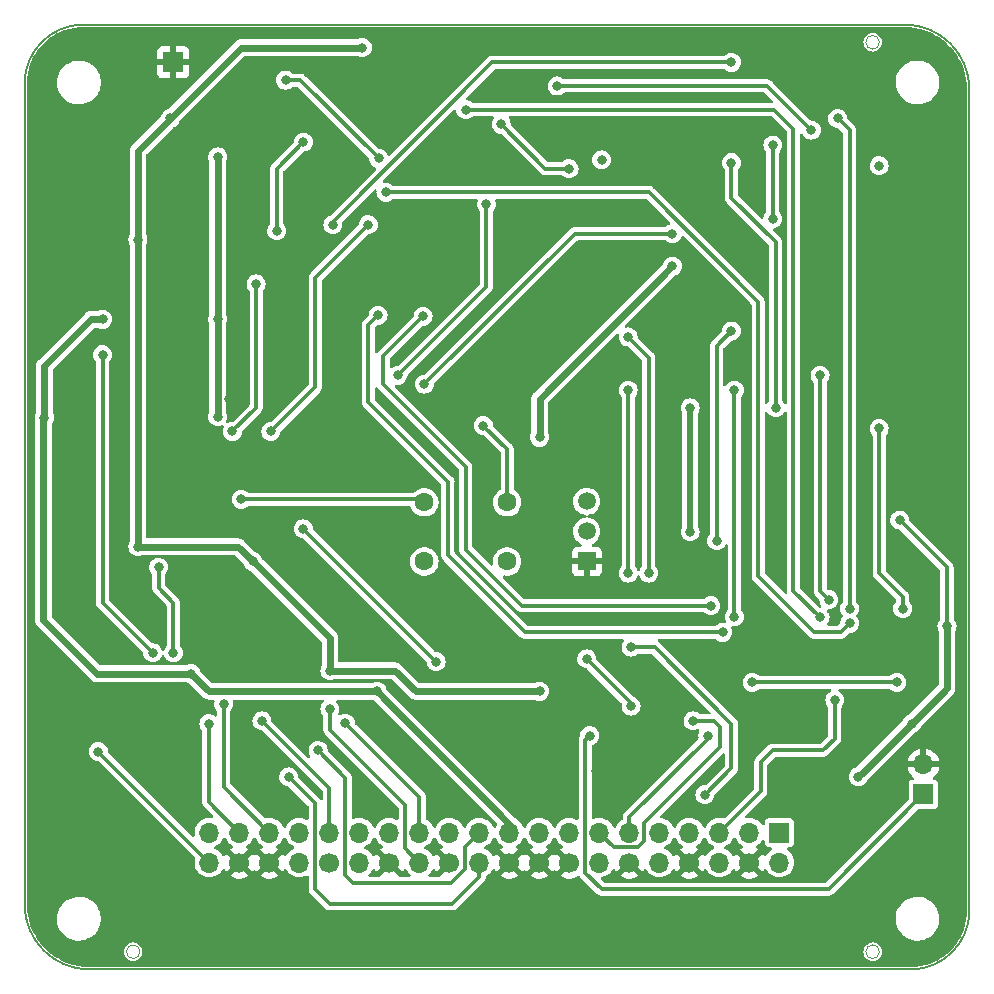
<source format=gbr>
G04 #@! TF.GenerationSoftware,KiCad,Pcbnew,7.0.11*
G04 #@! TF.CreationDate,2024-09-17T21:56:37-07:00*
G04 #@! TF.ProjectId,z3372,7a333337-322e-46b6-9963-61645f706362,0.2*
G04 #@! TF.SameCoordinates,PX3d83120PY6590fa0*
G04 #@! TF.FileFunction,Copper,L4,Bot*
G04 #@! TF.FilePolarity,Positive*
%FSLAX46Y46*%
G04 Gerber Fmt 4.6, Leading zero omitted, Abs format (unit mm)*
G04 Created by KiCad (PCBNEW 7.0.11) date 2024-09-17 21:56:37*
%MOMM*%
%LPD*%
G01*
G04 APERTURE LIST*
G04 Aperture macros list*
%AMHorizOval*
0 Thick line with rounded ends*
0 $1 width*
0 $2 $3 position (X,Y) of the first rounded end (center of the circle)*
0 $4 $5 position (X,Y) of the second rounded end (center of the circle)*
0 Add line between two ends*
20,1,$1,$2,$3,$4,$5,0*
0 Add two circle primitives to create the rounded ends*
1,1,$1,$2,$3*
1,1,$1,$4,$5*%
G04 Aperture macros list end*
G04 #@! TA.AperFunction,ComponentPad*
%ADD10R,1.700000X1.700000*%
G04 #@! TD*
G04 #@! TA.AperFunction,ComponentPad*
%ADD11O,1.700000X1.700000*%
G04 #@! TD*
G04 #@! TA.AperFunction,ComponentPad*
%ADD12HorizOval,1.700000X0.000000X0.000000X0.000000X0.000000X0*%
G04 #@! TD*
G04 #@! TA.AperFunction,ComponentPad*
%ADD13C,1.600000*%
G04 #@! TD*
G04 #@! TA.AperFunction,ComponentPad*
%ADD14R,1.500000X1.500000*%
G04 #@! TD*
G04 #@! TA.AperFunction,ComponentPad*
%ADD15C,1.500000*%
G04 #@! TD*
G04 #@! TA.AperFunction,ViaPad*
%ADD16C,0.800000*%
G04 #@! TD*
G04 #@! TA.AperFunction,Conductor*
%ADD17C,0.300000*%
G04 #@! TD*
G04 #@! TA.AperFunction,Conductor*
%ADD18C,0.500000*%
G04 #@! TD*
G04 #@! TA.AperFunction,Conductor*
%ADD19C,0.600000*%
G04 #@! TD*
G04 #@! TA.AperFunction,Profile*
%ADD20C,0.150000*%
G04 #@! TD*
G04 #@! TA.AperFunction,Profile*
%ADD21C,0.050000*%
G04 #@! TD*
G04 APERTURE END LIST*
D10*
X64810000Y12790000D03*
D11*
X64810000Y10250000D03*
X62270000Y12790000D03*
D12*
X62270000Y10250000D03*
D11*
X59730000Y12790000D03*
X59730000Y10250000D03*
X57190000Y12790000D03*
D12*
X57190000Y10250000D03*
D11*
X54650000Y12790000D03*
X54650000Y10250000D03*
X52110000Y12790000D03*
D12*
X52110000Y10250000D03*
D11*
X49570000Y12790000D03*
X49570000Y10250000D03*
X47030000Y12790000D03*
D12*
X47030000Y10250000D03*
D11*
X44490000Y12790000D03*
D12*
X44490000Y10250000D03*
D11*
X41950000Y12790000D03*
D12*
X41950000Y10250000D03*
D11*
X39410000Y12790000D03*
X39410000Y10250000D03*
X36870000Y12790000D03*
D12*
X36870000Y10250000D03*
D11*
X34330000Y12790000D03*
X34330000Y10250000D03*
X31790000Y12790000D03*
D12*
X31790000Y10250000D03*
D11*
X29250000Y12790000D03*
X29250000Y10250000D03*
X26710000Y12790000D03*
D12*
X26710000Y10250000D03*
D11*
X24170000Y12790000D03*
X24170000Y10250000D03*
X21630000Y12790000D03*
D12*
X21630000Y10250000D03*
D11*
X19090000Y12790000D03*
D12*
X19090000Y10250000D03*
D11*
X16550000Y12790000D03*
X16550000Y10250000D03*
D10*
X77000000Y16025000D03*
D11*
X77000000Y18565000D03*
D13*
X41750000Y40750000D03*
X41750000Y35750000D03*
D10*
X13500000Y78000000D03*
D13*
X34750000Y35750000D03*
X34750000Y40750000D03*
D14*
X48500000Y35750000D03*
D15*
X48500000Y38290000D03*
X48500000Y40830000D03*
D16*
X34500000Y18000000D03*
X57250000Y38250000D03*
X50500000Y43500000D03*
X48250000Y69750000D03*
X48750000Y65250000D03*
X57500000Y60750000D03*
X19500000Y77750000D03*
X53000000Y60250000D03*
X10250000Y20750000D03*
X57000000Y53750000D03*
X22750000Y58750000D03*
X77750000Y35000000D03*
X72000000Y50750000D03*
X31500000Y75250000D03*
X15500000Y45250000D03*
X29500000Y75250000D03*
X4250000Y59000000D03*
X62250000Y69500000D03*
X30500000Y15000000D03*
X39500000Y43750000D03*
X75000000Y27500000D03*
X3000000Y61500000D03*
X42250000Y23250000D03*
X47500000Y49000000D03*
X40750000Y26250000D03*
X22250000Y23250000D03*
X24000000Y6500000D03*
X22675000Y49575000D03*
X57500000Y23500000D03*
X20500000Y30750000D03*
X8500000Y29250000D03*
X42750000Y44750000D03*
X68250000Y66750000D03*
X36250000Y65000000D03*
X31000000Y79250000D03*
X20500000Y42000000D03*
X43500000Y64500000D03*
X29750000Y23500000D03*
X22250000Y16250000D03*
X21250000Y65000000D03*
X38750000Y65000000D03*
X47600000Y23650000D03*
X69750000Y39750000D03*
X8750000Y68250000D03*
X64500000Y46500000D03*
X4000000Y38250000D03*
X56000000Y46000000D03*
X73750000Y29000000D03*
X54000000Y71000000D03*
X23000000Y37250000D03*
X56250000Y69750000D03*
X56250000Y71000000D03*
X68250000Y58250000D03*
X28250000Y68500000D03*
X54000000Y69750000D03*
X30750000Y29000000D03*
X27250000Y31750000D03*
X66500000Y22250000D03*
X73250000Y53750000D03*
X64000000Y29000000D03*
X5500000Y46750000D03*
X32000000Y64250000D03*
X15250000Y27750000D03*
X26000000Y42500000D03*
X16750000Y34000000D03*
X22250000Y26250000D03*
X31250000Y37500000D03*
X15000000Y23750000D03*
X26000000Y38750000D03*
X72750000Y61250000D03*
X10250000Y13500000D03*
X18250000Y49500000D03*
X38000000Y15000000D03*
X63250000Y59750000D03*
X16000000Y39500000D03*
X58500000Y34750000D03*
X74750000Y69250000D03*
X23250000Y65000000D03*
X18500000Y67250000D03*
X9750000Y35500000D03*
X66500000Y15750000D03*
X74000000Y63750000D03*
X25750000Y47500000D03*
X41250000Y65000000D03*
X68250000Y62250000D03*
X54750000Y43750000D03*
X57000000Y15000000D03*
X66500000Y27000000D03*
X64500000Y37000000D03*
X19500000Y18250000D03*
X5500000Y49500000D03*
X72750000Y63750000D03*
X14500000Y18250000D03*
X49250000Y18000000D03*
X77250000Y27000000D03*
X50500000Y36250000D03*
X65000000Y30000000D03*
X62000000Y34500000D03*
X64500000Y48750000D03*
X15000000Y26250000D03*
X2575000Y47925000D03*
X57250000Y48750000D03*
X30750000Y24750000D03*
X60750000Y69500000D03*
X7500000Y56250000D03*
X17250000Y48000000D03*
X17250000Y56250000D03*
X17250000Y70000000D03*
X28051777Y22051777D03*
X55750000Y60750000D03*
X26750000Y26500000D03*
X13250000Y73250000D03*
X10500000Y63000000D03*
X10500000Y37000000D03*
X20225000Y35750000D03*
X49750000Y69750000D03*
X73250000Y69250000D03*
X29500000Y79250000D03*
X44500000Y24750000D03*
X44500000Y46250000D03*
X75000000Y39250000D03*
X71500000Y17500000D03*
X79000000Y30250000D03*
X76000000Y22000000D03*
X48500000Y27500000D03*
X52250000Y23500000D03*
X17750000Y23665000D03*
X20500000Y59250000D03*
X18500000Y46750000D03*
X58500000Y16000000D03*
X52250000Y28500000D03*
X57500000Y22250000D03*
X58750000Y21000000D03*
X74750000Y25500000D03*
X62500000Y25500000D03*
X7150000Y19650000D03*
X11750000Y28000000D03*
X7500000Y53250000D03*
X21000000Y22250000D03*
X26750000Y23250000D03*
X23250000Y17500000D03*
X25750000Y19750000D03*
X30000000Y64250000D03*
X21750000Y46750000D03*
X16500000Y22000000D03*
X69500000Y24000000D03*
X52000000Y50250000D03*
X52000000Y34750000D03*
X61000000Y50250000D03*
X61000000Y31050000D03*
X19250000Y41000000D03*
X59000000Y32000000D03*
X34635000Y56500000D03*
X60000000Y29750000D03*
X30825000Y56575000D03*
X46000000Y76000000D03*
X67511397Y72261397D03*
X39750000Y47250000D03*
X48750000Y21000000D03*
X64250000Y64750000D03*
X64250000Y71000000D03*
X23000000Y76500000D03*
X30875000Y69875000D03*
X73250000Y47000000D03*
X75250000Y31750000D03*
X60750000Y78000000D03*
X27000000Y64250000D03*
X69750000Y73250000D03*
X70750000Y31750000D03*
X40000000Y66000000D03*
X32500000Y51500000D03*
X24500000Y71250000D03*
X22250000Y63750000D03*
X24500000Y38500000D03*
X35750000Y27250000D03*
X53750000Y34750000D03*
X52000000Y54750000D03*
X47000000Y69000000D03*
X41250000Y72750000D03*
X70750000Y30500000D03*
X31500000Y67000000D03*
X34750000Y50750000D03*
X55750000Y63500000D03*
X12250000Y35250000D03*
X13500000Y28000000D03*
X69000000Y32500000D03*
X68250000Y51500000D03*
X38250000Y74000000D03*
X68250000Y31000000D03*
X59500000Y37500000D03*
X60750000Y55250000D03*
D17*
X25500000Y8000000D02*
X26750000Y6750000D01*
X37112081Y6750000D02*
X39410000Y9047919D01*
X25500000Y15250000D02*
X25500000Y8000000D01*
X23250000Y17500000D02*
X25500000Y15250000D01*
X26750000Y6750000D02*
X37112081Y6750000D01*
X39410000Y9047919D02*
X39410000Y10250000D01*
X59500000Y37500000D02*
X59500000Y54000000D01*
X59500000Y54000000D02*
X60750000Y55250000D01*
X43000000Y32000000D02*
X59000000Y32000000D01*
X38250000Y36750000D02*
X43000000Y32000000D01*
X38250000Y43750000D02*
X38250000Y36750000D01*
X34635000Y56500000D02*
X31250000Y53115000D01*
X31250000Y50750000D02*
X38250000Y43750000D01*
X31250000Y53115000D02*
X31250000Y50750000D01*
D18*
X57250000Y38250000D02*
X57250000Y48750000D01*
D17*
X52000000Y34750000D02*
X52000000Y50250000D01*
X53750000Y34750000D02*
X53750000Y53000000D01*
X53750000Y53000000D02*
X52000000Y54750000D01*
D19*
X17250000Y70000000D02*
X17250000Y56250000D01*
D17*
X64500000Y62750000D02*
X60750000Y66500000D01*
D19*
X17250000Y56250000D02*
X17250000Y48000000D01*
X16500000Y24750000D02*
X15000000Y26250000D01*
X7000000Y26250000D02*
X15000000Y26250000D01*
X41950000Y13550000D02*
X41950000Y12790000D01*
X2575000Y52325000D02*
X6500000Y56250000D01*
X30750000Y24750000D02*
X16500000Y24750000D01*
X2500000Y30750000D02*
X7000000Y26250000D01*
D17*
X60750000Y66500000D02*
X60750000Y69500000D01*
D19*
X30750000Y24750000D02*
X41950000Y13550000D01*
X2575000Y47925000D02*
X2575000Y52325000D01*
X6500000Y56250000D02*
X7500000Y56250000D01*
X2575000Y47925000D02*
X2500000Y47850000D01*
D17*
X64500000Y48750000D02*
X64500000Y62750000D01*
D19*
X2500000Y47850000D02*
X2500000Y30750000D01*
D17*
X34330000Y15773553D02*
X34330000Y12790000D01*
X28051777Y22051777D02*
X34330000Y15773553D01*
D19*
X26750000Y26500000D02*
X32250000Y26500000D01*
X19250000Y79250000D02*
X29500000Y79250000D01*
X20225000Y35750000D02*
X18975000Y37000000D01*
X18975000Y37000000D02*
X10500000Y37000000D01*
X26750000Y26500000D02*
X26750000Y29250000D01*
X44500000Y46250000D02*
X44500000Y49500000D01*
X34000000Y24750000D02*
X44500000Y24750000D01*
X20250000Y35750000D02*
X20225000Y35750000D01*
X19250000Y79250000D02*
X10500000Y70500000D01*
X44500000Y49500000D02*
X55750000Y60750000D01*
X10500000Y37000000D02*
X10500000Y70500000D01*
X32250000Y26500000D02*
X34000000Y24750000D01*
X26750000Y29250000D02*
X20250000Y35750000D01*
D17*
X75000000Y39250000D02*
X79000000Y35250000D01*
D19*
X76000000Y22000000D02*
X79000000Y25000000D01*
D17*
X79000000Y35250000D02*
X79000000Y30250000D01*
D19*
X79000000Y25000000D02*
X79000000Y30250000D01*
X71500000Y17500000D02*
X76000000Y22000000D01*
D17*
X52250000Y23750000D02*
X52250000Y23500000D01*
X48500000Y27500000D02*
X52250000Y23750000D01*
X17750000Y16670000D02*
X21630000Y12790000D01*
X17750000Y23665000D02*
X17750000Y16670000D01*
X20500000Y59250000D02*
X20500000Y48750000D01*
X20500000Y48750000D02*
X18500000Y46750000D01*
X60750000Y22000000D02*
X54250000Y28500000D01*
X58500000Y16000000D02*
X60750000Y18250000D01*
X54250000Y28500000D02*
X52250000Y28500000D01*
X60750000Y18250000D02*
X60750000Y22000000D01*
X59750000Y20000000D02*
X53310000Y13560000D01*
X57500000Y22250000D02*
X59250000Y22250000D01*
X50770000Y11590000D02*
X49570000Y12790000D01*
X53310000Y12060000D02*
X52840000Y11590000D01*
X59750000Y21750000D02*
X59750000Y20000000D01*
X53310000Y13560000D02*
X53310000Y12060000D01*
X59250000Y22250000D02*
X59750000Y21750000D01*
X52840000Y11590000D02*
X50770000Y11590000D01*
X52110000Y14110000D02*
X58750000Y20750000D01*
X58750000Y20750000D02*
X58750000Y21000000D01*
X52110000Y12790000D02*
X52110000Y14110000D01*
X62500000Y25500000D02*
X74750000Y25500000D01*
X7150000Y19650000D02*
X16550000Y10250000D01*
X7500000Y32250000D02*
X7500000Y53250000D01*
X11750000Y28000000D02*
X7500000Y32250000D01*
X21000000Y22250000D02*
X26710000Y16540000D01*
X26710000Y16540000D02*
X26710000Y12790000D01*
X33130000Y15120000D02*
X33130000Y11450000D01*
X26750000Y23250000D02*
X26750000Y21500000D01*
X26750000Y21500000D02*
X33130000Y15120000D01*
X33130000Y11450000D02*
X34330000Y10250000D01*
X28050000Y17450000D02*
X28050000Y9200000D01*
X38210000Y11590000D02*
X39410000Y12790000D01*
X28750000Y8500000D02*
X37000000Y8500000D01*
X38210000Y9710000D02*
X38210000Y11590000D01*
X37000000Y8500000D02*
X38210000Y9710000D01*
X25750000Y19750000D02*
X28050000Y17450000D01*
X28050000Y9200000D02*
X28750000Y8500000D01*
X25500000Y59750000D02*
X30000000Y64250000D01*
X21750000Y46750000D02*
X25500000Y50500000D01*
X25500000Y50500000D02*
X25500000Y59750000D01*
X16500000Y22000000D02*
X16500000Y15380000D01*
X16500000Y15380000D02*
X19090000Y12790000D01*
X64250000Y19750000D02*
X68500000Y19750000D01*
X59730000Y12790000D02*
X63250000Y16310000D01*
X68500000Y19750000D02*
X69500000Y20750000D01*
X63250000Y18750000D02*
X64250000Y19750000D01*
X63250000Y16310000D02*
X63250000Y18750000D01*
X69500000Y20750000D02*
X69500000Y24000000D01*
X61000000Y31050000D02*
X61000000Y50250000D01*
X34500000Y41000000D02*
X34750000Y40750000D01*
X19250000Y41000000D02*
X34500000Y41000000D01*
X30000000Y49250000D02*
X36750000Y42500000D01*
X43250000Y29750000D02*
X60000000Y29750000D01*
X30000000Y55750000D02*
X30000000Y49250000D01*
X30825000Y56575000D02*
X30000000Y55750000D01*
X36750000Y36250000D02*
X43250000Y29750000D01*
X36750000Y42500000D02*
X36750000Y36250000D01*
X67488603Y72261397D02*
X63750000Y76000000D01*
X63750000Y76000000D02*
X46000000Y76000000D01*
X67511397Y72261397D02*
X67488603Y72261397D01*
X41750000Y45250000D02*
X39750000Y47250000D01*
X41750000Y40750000D02*
X41750000Y45250000D01*
X68975000Y8000000D02*
X77000000Y16025000D01*
X48750000Y21000000D02*
X48370000Y20620000D01*
X48370000Y9380000D02*
X49750000Y8000000D01*
X49750000Y8000000D02*
X68975000Y8000000D01*
X48370000Y20620000D02*
X48370000Y9380000D01*
X64250000Y71000000D02*
X64250000Y64750000D01*
X24250000Y76500000D02*
X23000000Y76500000D01*
X30875000Y69875000D02*
X24250000Y76500000D01*
X75250000Y32750000D02*
X73250000Y34750000D01*
X75250000Y31750000D02*
X75250000Y32750000D01*
X73250000Y34750000D02*
X73250000Y47000000D01*
X40500000Y78000000D02*
X27000000Y64500000D01*
X60750000Y78000000D02*
X40500000Y78000000D01*
X27000000Y64500000D02*
X27000000Y64250000D01*
X70750000Y72250000D02*
X70750000Y31750000D01*
X69750000Y73250000D02*
X70750000Y72250000D01*
X40000000Y59000000D02*
X32500000Y51500000D01*
X40000000Y66000000D02*
X40000000Y59000000D01*
X22250000Y63750000D02*
X22250000Y69000000D01*
X22250000Y69000000D02*
X24500000Y71250000D01*
X35750000Y27250000D02*
X24500000Y38500000D01*
X45000000Y69000000D02*
X47000000Y69000000D01*
X41250000Y72750000D02*
X45000000Y69000000D01*
X67750000Y29750000D02*
X70000000Y29750000D01*
X70000000Y29750000D02*
X70750000Y30500000D01*
X63000000Y34500000D02*
X67750000Y29750000D01*
X63000000Y57750000D02*
X63000000Y34500000D01*
X31500000Y67000000D02*
X53750000Y67000000D01*
X53750000Y67000000D02*
X63000000Y57750000D01*
X47500000Y63500000D02*
X34750000Y50750000D01*
X55750000Y63500000D02*
X47500000Y63500000D01*
X12250000Y33500000D02*
X13500000Y32250000D01*
X13500000Y32250000D02*
X13500000Y28000000D01*
X12250000Y35250000D02*
X12250000Y33500000D01*
X68250000Y33250000D02*
X69000000Y32500000D01*
X68250000Y51500000D02*
X68250000Y33250000D01*
X64375000Y74000000D02*
X66000000Y72375000D01*
X66000000Y33250000D02*
X68250000Y31000000D01*
X66000000Y72375000D02*
X66000000Y33250000D01*
X38250000Y74000000D02*
X64375000Y74000000D01*
G04 #@! TA.AperFunction,Conductor*
G36*
X31330507Y10040156D02*
G01*
X31408239Y9919202D01*
X31516900Y9825048D01*
X31647685Y9765320D01*
X31662411Y9763203D01*
X30986614Y9087405D01*
X30924302Y9053379D01*
X30897519Y9050500D01*
X30116739Y9050500D01*
X30048618Y9070502D01*
X30002125Y9124158D01*
X29992021Y9194432D01*
X30021515Y9259012D01*
X30044468Y9279713D01*
X30045974Y9280769D01*
X30056877Y9288402D01*
X30211598Y9443123D01*
X30337102Y9622361D01*
X30345800Y9641015D01*
X30392715Y9694299D01*
X30460992Y9713761D01*
X30528953Y9693220D01*
X30575019Y9639198D01*
X30575382Y9638379D01*
X30591580Y9601452D01*
X30666921Y9486134D01*
X31305638Y10124851D01*
X31330507Y10040156D01*
G37*
G04 #@! TD.AperFunction*
G04 #@! TA.AperFunction,Conductor*
G36*
X32913076Y9486134D02*
G01*
X32913077Y9486134D01*
X32988419Y9601451D01*
X33004616Y9638377D01*
X33050296Y9692726D01*
X33118108Y9713751D01*
X33186522Y9694776D01*
X33233817Y9641826D01*
X33234198Y9641017D01*
X33242897Y9622362D01*
X33338285Y9486134D01*
X33368402Y9443123D01*
X33523123Y9288402D01*
X33523126Y9288400D01*
X33535532Y9279713D01*
X33579860Y9224256D01*
X33587169Y9153637D01*
X33555138Y9090276D01*
X33493937Y9054291D01*
X33463261Y9050500D01*
X32682480Y9050500D01*
X32614359Y9070502D01*
X32593384Y9087405D01*
X31917587Y9763203D01*
X31932315Y9765320D01*
X32063100Y9825048D01*
X32171761Y9919202D01*
X32249493Y10040156D01*
X32274360Y10124850D01*
X32913076Y9486134D01*
G37*
G04 #@! TD.AperFunction*
G04 #@! TA.AperFunction,Conductor*
G36*
X36410507Y10040156D02*
G01*
X36488239Y9919202D01*
X36596900Y9825048D01*
X36727685Y9765320D01*
X36742411Y9763203D01*
X36066614Y9087405D01*
X36004302Y9053380D01*
X35977519Y9050500D01*
X35196739Y9050500D01*
X35128618Y9070502D01*
X35082125Y9124158D01*
X35072021Y9194432D01*
X35101515Y9259012D01*
X35124468Y9279713D01*
X35125974Y9280769D01*
X35136877Y9288402D01*
X35291598Y9443123D01*
X35417102Y9622361D01*
X35425800Y9641015D01*
X35472715Y9694299D01*
X35540992Y9713761D01*
X35608953Y9693220D01*
X35655019Y9639198D01*
X35655382Y9638379D01*
X35671580Y9601452D01*
X35746921Y9486134D01*
X36385638Y10124851D01*
X36410507Y10040156D01*
G37*
G04 #@! TD.AperFunction*
G04 #@! TA.AperFunction,Conductor*
G36*
X17888959Y12361900D02*
G01*
X17934194Y12309698D01*
X18002898Y12162361D01*
X18128402Y11983123D01*
X18283123Y11828402D01*
X18283126Y11828400D01*
X18462359Y11702899D01*
X18462360Y11702899D01*
X18462361Y11702898D01*
X18482022Y11693730D01*
X18535307Y11646815D01*
X18554769Y11578538D01*
X18534228Y11510577D01*
X18488743Y11468722D01*
X18344705Y11390773D01*
X18344693Y11390765D01*
X18324311Y11374901D01*
X18324310Y11374900D01*
X18962412Y10736798D01*
X18947685Y10734680D01*
X18816900Y10674952D01*
X18708239Y10580798D01*
X18630507Y10459844D01*
X18605639Y10375151D01*
X17966921Y11013869D01*
X17966920Y11013868D01*
X17891586Y10898561D01*
X17891579Y10898547D01*
X17875382Y10861621D01*
X17829701Y10807272D01*
X17761888Y10786249D01*
X17693474Y10805226D01*
X17646181Y10858177D01*
X17645800Y10858985D01*
X17637100Y10877642D01*
X17511604Y11056869D01*
X17511601Y11056873D01*
X17511598Y11056877D01*
X17356877Y11211598D01*
X17329499Y11230768D01*
X17177639Y11337102D01*
X17156226Y11347087D01*
X17030302Y11405806D01*
X16977019Y11452722D01*
X16957558Y11520999D01*
X16978100Y11588959D01*
X17030302Y11634195D01*
X17177639Y11702898D01*
X17356877Y11828402D01*
X17511598Y11983123D01*
X17637102Y12162361D01*
X17705805Y12309698D01*
X17752722Y12362981D01*
X17820999Y12382442D01*
X17888959Y12361900D01*
G37*
G04 #@! TD.AperFunction*
G04 #@! TA.AperFunction,Conductor*
G36*
X20428959Y12361900D02*
G01*
X20474194Y12309698D01*
X20542898Y12162361D01*
X20668402Y11983123D01*
X20823123Y11828402D01*
X20823126Y11828400D01*
X21002359Y11702899D01*
X21002360Y11702899D01*
X21002361Y11702898D01*
X21022022Y11693730D01*
X21075307Y11646815D01*
X21094769Y11578538D01*
X21074228Y11510577D01*
X21028743Y11468722D01*
X20884705Y11390773D01*
X20884693Y11390765D01*
X20864311Y11374901D01*
X20864310Y11374900D01*
X21502412Y10736798D01*
X21487685Y10734680D01*
X21356900Y10674952D01*
X21248239Y10580798D01*
X21170507Y10459844D01*
X21145639Y10375151D01*
X20506921Y11013869D01*
X20506920Y11013868D01*
X20465482Y10950442D01*
X20411479Y10904353D01*
X20341131Y10894778D01*
X20276773Y10924755D01*
X20254516Y10950442D01*
X20213078Y11013868D01*
X19574360Y10375152D01*
X19549493Y10459844D01*
X19471761Y10580798D01*
X19363100Y10674952D01*
X19232315Y10734680D01*
X19217586Y10736798D01*
X19855688Y11374900D01*
X19855687Y11374901D01*
X19835308Y11390763D01*
X19835303Y11390766D01*
X19691256Y11468721D01*
X19640866Y11518735D01*
X19625514Y11588052D01*
X19650075Y11654665D01*
X19697976Y11693730D01*
X19717639Y11702898D01*
X19896877Y11828402D01*
X20051598Y11983123D01*
X20177102Y12162361D01*
X20245805Y12309698D01*
X20292722Y12362981D01*
X20360999Y12382442D01*
X20428959Y12361900D01*
G37*
G04 #@! TD.AperFunction*
G04 #@! TA.AperFunction,Conductor*
G36*
X30588959Y12361900D02*
G01*
X30634194Y12309698D01*
X30702898Y12162361D01*
X30828402Y11983123D01*
X30983123Y11828402D01*
X30983126Y11828400D01*
X31162359Y11702899D01*
X31162360Y11702899D01*
X31162361Y11702898D01*
X31182022Y11693730D01*
X31235307Y11646815D01*
X31254769Y11578538D01*
X31234228Y11510577D01*
X31188743Y11468722D01*
X31044705Y11390773D01*
X31044693Y11390765D01*
X31024311Y11374901D01*
X31024310Y11374900D01*
X31662412Y10736798D01*
X31647685Y10734680D01*
X31516900Y10674952D01*
X31408239Y10580798D01*
X31330507Y10459844D01*
X31305639Y10375151D01*
X30666921Y11013869D01*
X30666920Y11013868D01*
X30591586Y10898561D01*
X30591579Y10898547D01*
X30575382Y10861621D01*
X30529701Y10807272D01*
X30461888Y10786249D01*
X30393474Y10805226D01*
X30346181Y10858177D01*
X30345800Y10858985D01*
X30337100Y10877642D01*
X30211604Y11056869D01*
X30211601Y11056873D01*
X30211598Y11056877D01*
X30056877Y11211598D01*
X30029499Y11230768D01*
X29877639Y11337102D01*
X29856226Y11347087D01*
X29730302Y11405806D01*
X29677019Y11452722D01*
X29657558Y11520999D01*
X29678100Y11588959D01*
X29730302Y11634195D01*
X29877639Y11702898D01*
X30056877Y11828402D01*
X30211598Y11983123D01*
X30337102Y12162361D01*
X30405805Y12309698D01*
X30452722Y12362981D01*
X30520999Y12382442D01*
X30588959Y12361900D01*
G37*
G04 #@! TD.AperFunction*
G04 #@! TA.AperFunction,Conductor*
G36*
X35668959Y12361900D02*
G01*
X35714194Y12309698D01*
X35782898Y12162361D01*
X35908402Y11983123D01*
X36063123Y11828402D01*
X36063126Y11828400D01*
X36242359Y11702899D01*
X36242360Y11702899D01*
X36242361Y11702898D01*
X36262022Y11693730D01*
X36315307Y11646815D01*
X36334769Y11578538D01*
X36314228Y11510577D01*
X36268743Y11468722D01*
X36124705Y11390773D01*
X36124693Y11390765D01*
X36104311Y11374901D01*
X36104310Y11374900D01*
X36742412Y10736798D01*
X36727685Y10734680D01*
X36596900Y10674952D01*
X36488239Y10580798D01*
X36410507Y10459844D01*
X36385639Y10375151D01*
X35746921Y11013869D01*
X35746920Y11013868D01*
X35671586Y10898561D01*
X35671579Y10898547D01*
X35655382Y10861621D01*
X35609701Y10807272D01*
X35541888Y10786249D01*
X35473474Y10805226D01*
X35426181Y10858177D01*
X35425800Y10858985D01*
X35417100Y10877642D01*
X35291604Y11056869D01*
X35291601Y11056873D01*
X35291598Y11056877D01*
X35136877Y11211598D01*
X35109499Y11230768D01*
X34957639Y11337102D01*
X34936226Y11347087D01*
X34810302Y11405806D01*
X34757019Y11452722D01*
X34737558Y11520999D01*
X34758100Y11588959D01*
X34810302Y11634195D01*
X34957639Y11702898D01*
X35136877Y11828402D01*
X35291598Y11983123D01*
X35417102Y12162361D01*
X35485805Y12309698D01*
X35532722Y12362981D01*
X35600999Y12382442D01*
X35668959Y12361900D01*
G37*
G04 #@! TD.AperFunction*
G04 #@! TA.AperFunction,Conductor*
G36*
X40748959Y12361900D02*
G01*
X40794194Y12309698D01*
X40862898Y12162361D01*
X40988402Y11983123D01*
X41143123Y11828402D01*
X41143126Y11828400D01*
X41322359Y11702899D01*
X41322360Y11702899D01*
X41322361Y11702898D01*
X41342022Y11693730D01*
X41395307Y11646815D01*
X41414769Y11578538D01*
X41394228Y11510577D01*
X41348743Y11468722D01*
X41204705Y11390773D01*
X41204693Y11390765D01*
X41184311Y11374901D01*
X41184310Y11374900D01*
X41822412Y10736798D01*
X41807685Y10734680D01*
X41676900Y10674952D01*
X41568239Y10580798D01*
X41490507Y10459844D01*
X41465639Y10375151D01*
X40826921Y11013869D01*
X40826920Y11013868D01*
X40751586Y10898561D01*
X40751579Y10898547D01*
X40735382Y10861621D01*
X40689701Y10807272D01*
X40621888Y10786249D01*
X40553474Y10805226D01*
X40506181Y10858177D01*
X40505800Y10858985D01*
X40497100Y10877642D01*
X40371604Y11056869D01*
X40371601Y11056873D01*
X40371598Y11056877D01*
X40216877Y11211598D01*
X40189499Y11230768D01*
X40037639Y11337102D01*
X40016226Y11347087D01*
X39890302Y11405806D01*
X39837019Y11452722D01*
X39817558Y11520999D01*
X39838100Y11588959D01*
X39890302Y11634195D01*
X40037639Y11702898D01*
X40216877Y11828402D01*
X40371598Y11983123D01*
X40497102Y12162361D01*
X40565805Y12309698D01*
X40612722Y12362981D01*
X40680999Y12382442D01*
X40748959Y12361900D01*
G37*
G04 #@! TD.AperFunction*
G04 #@! TA.AperFunction,Conductor*
G36*
X43288959Y12361900D02*
G01*
X43334194Y12309698D01*
X43402898Y12162361D01*
X43528402Y11983123D01*
X43683123Y11828402D01*
X43683126Y11828400D01*
X43862359Y11702899D01*
X43862360Y11702899D01*
X43862361Y11702898D01*
X43882022Y11693730D01*
X43935307Y11646815D01*
X43954769Y11578538D01*
X43934228Y11510577D01*
X43888743Y11468722D01*
X43744705Y11390773D01*
X43744693Y11390765D01*
X43724311Y11374901D01*
X43724310Y11374900D01*
X44362412Y10736798D01*
X44347685Y10734680D01*
X44216900Y10674952D01*
X44108239Y10580798D01*
X44030507Y10459844D01*
X44005639Y10375151D01*
X43366921Y11013869D01*
X43366920Y11013868D01*
X43325482Y10950442D01*
X43271479Y10904353D01*
X43201131Y10894778D01*
X43136773Y10924755D01*
X43114516Y10950442D01*
X43073078Y11013868D01*
X42434360Y10375152D01*
X42409493Y10459844D01*
X42331761Y10580798D01*
X42223100Y10674952D01*
X42092315Y10734680D01*
X42077586Y10736798D01*
X42715688Y11374900D01*
X42715687Y11374901D01*
X42695308Y11390763D01*
X42695303Y11390766D01*
X42551256Y11468721D01*
X42500866Y11518735D01*
X42485514Y11588052D01*
X42510075Y11654665D01*
X42557976Y11693730D01*
X42577639Y11702898D01*
X42756877Y11828402D01*
X42911598Y11983123D01*
X43037102Y12162361D01*
X43105805Y12309698D01*
X43152722Y12362981D01*
X43220999Y12382442D01*
X43288959Y12361900D01*
G37*
G04 #@! TD.AperFunction*
G04 #@! TA.AperFunction,Conductor*
G36*
X45828959Y12361900D02*
G01*
X45874194Y12309698D01*
X45942898Y12162361D01*
X46068402Y11983123D01*
X46223123Y11828402D01*
X46223126Y11828400D01*
X46402359Y11702899D01*
X46402360Y11702899D01*
X46402361Y11702898D01*
X46422022Y11693730D01*
X46475307Y11646815D01*
X46494769Y11578538D01*
X46474228Y11510577D01*
X46428743Y11468722D01*
X46284705Y11390773D01*
X46284693Y11390765D01*
X46264311Y11374901D01*
X46264310Y11374900D01*
X46902412Y10736798D01*
X46887685Y10734680D01*
X46756900Y10674952D01*
X46648239Y10580798D01*
X46570507Y10459844D01*
X46545639Y10375151D01*
X45906921Y11013869D01*
X45906920Y11013868D01*
X45865482Y10950442D01*
X45811479Y10904353D01*
X45741131Y10894778D01*
X45676773Y10924755D01*
X45654516Y10950442D01*
X45613078Y11013868D01*
X44974360Y10375152D01*
X44949493Y10459844D01*
X44871761Y10580798D01*
X44763100Y10674952D01*
X44632315Y10734680D01*
X44617586Y10736798D01*
X45255688Y11374900D01*
X45255687Y11374901D01*
X45235308Y11390763D01*
X45235303Y11390766D01*
X45091256Y11468721D01*
X45040866Y11518735D01*
X45025514Y11588052D01*
X45050075Y11654665D01*
X45097976Y11693730D01*
X45117639Y11702898D01*
X45296877Y11828402D01*
X45451598Y11983123D01*
X45577102Y12162361D01*
X45645805Y12309698D01*
X45692722Y12362981D01*
X45760999Y12382442D01*
X45828959Y12361900D01*
G37*
G04 #@! TD.AperFunction*
G04 #@! TA.AperFunction,Conductor*
G36*
X55988959Y12361900D02*
G01*
X56034194Y12309698D01*
X56102898Y12162361D01*
X56228402Y11983123D01*
X56383123Y11828402D01*
X56383126Y11828400D01*
X56562359Y11702899D01*
X56562360Y11702899D01*
X56562361Y11702898D01*
X56582022Y11693730D01*
X56635307Y11646815D01*
X56654769Y11578538D01*
X56634228Y11510577D01*
X56588743Y11468722D01*
X56444705Y11390773D01*
X56444693Y11390765D01*
X56424311Y11374901D01*
X56424310Y11374900D01*
X57062412Y10736798D01*
X57047685Y10734680D01*
X56916900Y10674952D01*
X56808239Y10580798D01*
X56730507Y10459844D01*
X56705639Y10375151D01*
X56066921Y11013869D01*
X56066920Y11013868D01*
X55991586Y10898561D01*
X55991579Y10898547D01*
X55975382Y10861621D01*
X55929701Y10807272D01*
X55861888Y10786249D01*
X55793474Y10805226D01*
X55746181Y10858177D01*
X55745800Y10858985D01*
X55737100Y10877642D01*
X55611604Y11056869D01*
X55611601Y11056873D01*
X55611598Y11056877D01*
X55456877Y11211598D01*
X55429499Y11230768D01*
X55277639Y11337102D01*
X55256226Y11347087D01*
X55130302Y11405806D01*
X55077019Y11452722D01*
X55057558Y11520999D01*
X55078100Y11588959D01*
X55130302Y11634195D01*
X55277639Y11702898D01*
X55456877Y11828402D01*
X55611598Y11983123D01*
X55737102Y12162361D01*
X55805805Y12309698D01*
X55852722Y12362981D01*
X55920999Y12382442D01*
X55988959Y12361900D01*
G37*
G04 #@! TD.AperFunction*
G04 #@! TA.AperFunction,Conductor*
G36*
X61068959Y12361900D02*
G01*
X61114194Y12309698D01*
X61182898Y12162361D01*
X61308402Y11983123D01*
X61463123Y11828402D01*
X61463126Y11828400D01*
X61642359Y11702899D01*
X61642360Y11702899D01*
X61642361Y11702898D01*
X61662022Y11693730D01*
X61715307Y11646815D01*
X61734769Y11578538D01*
X61714228Y11510577D01*
X61668743Y11468722D01*
X61524705Y11390773D01*
X61524693Y11390765D01*
X61504311Y11374901D01*
X61504310Y11374900D01*
X62142412Y10736798D01*
X62127685Y10734680D01*
X61996900Y10674952D01*
X61888239Y10580798D01*
X61810507Y10459844D01*
X61785639Y10375151D01*
X61146921Y11013869D01*
X61146920Y11013868D01*
X61071586Y10898561D01*
X61071579Y10898547D01*
X61055382Y10861621D01*
X61009701Y10807272D01*
X60941888Y10786249D01*
X60873474Y10805226D01*
X60826181Y10858177D01*
X60825800Y10858985D01*
X60817100Y10877642D01*
X60691604Y11056869D01*
X60691601Y11056873D01*
X60691598Y11056877D01*
X60536877Y11211598D01*
X60509499Y11230768D01*
X60357639Y11337102D01*
X60336226Y11347087D01*
X60210302Y11405806D01*
X60157019Y11452722D01*
X60137558Y11520999D01*
X60158100Y11588959D01*
X60210302Y11634195D01*
X60357639Y11702898D01*
X60536877Y11828402D01*
X60691598Y11983123D01*
X60817102Y12162361D01*
X60885805Y12309698D01*
X60932722Y12362981D01*
X61000999Y12382442D01*
X61068959Y12361900D01*
G37*
G04 #@! TD.AperFunction*
G04 #@! TA.AperFunction,Conductor*
G36*
X22968959Y12361900D02*
G01*
X23014194Y12309698D01*
X23082898Y12162361D01*
X23208402Y11983123D01*
X23363123Y11828402D01*
X23542361Y11702898D01*
X23681485Y11638024D01*
X23689695Y11634195D01*
X23742980Y11587278D01*
X23762441Y11519000D01*
X23741899Y11451040D01*
X23689695Y11405805D01*
X23542358Y11337101D01*
X23363131Y11211605D01*
X23363120Y11211596D01*
X23208404Y11056880D01*
X23208395Y11056869D01*
X23082899Y10877642D01*
X23082898Y10877640D01*
X23074197Y10858981D01*
X23027278Y10805698D01*
X22959000Y10786239D01*
X22891041Y10806783D01*
X22844977Y10860807D01*
X22844616Y10861623D01*
X22828419Y10898550D01*
X22753077Y11013868D01*
X22114360Y10375152D01*
X22089493Y10459844D01*
X22011761Y10580798D01*
X21903100Y10674952D01*
X21772315Y10734680D01*
X21757586Y10736798D01*
X22395688Y11374900D01*
X22395687Y11374901D01*
X22375308Y11390763D01*
X22375303Y11390766D01*
X22231256Y11468721D01*
X22180866Y11518735D01*
X22165514Y11588052D01*
X22190075Y11654665D01*
X22237976Y11693730D01*
X22257639Y11702898D01*
X22436877Y11828402D01*
X22591598Y11983123D01*
X22717102Y12162361D01*
X22785805Y12309698D01*
X22832722Y12362981D01*
X22900999Y12382442D01*
X22968959Y12361900D01*
G37*
G04 #@! TD.AperFunction*
G04 #@! TA.AperFunction,Conductor*
G36*
X58528959Y12361900D02*
G01*
X58574194Y12309698D01*
X58642898Y12162361D01*
X58768402Y11983123D01*
X58923123Y11828402D01*
X59102361Y11702898D01*
X59241485Y11638024D01*
X59249695Y11634195D01*
X59302980Y11587278D01*
X59322441Y11519000D01*
X59301899Y11451040D01*
X59249695Y11405805D01*
X59102358Y11337101D01*
X58923131Y11211605D01*
X58923120Y11211596D01*
X58768404Y11056880D01*
X58768395Y11056869D01*
X58642899Y10877642D01*
X58642898Y10877640D01*
X58634197Y10858981D01*
X58587278Y10805698D01*
X58519000Y10786239D01*
X58451041Y10806783D01*
X58404977Y10860807D01*
X58404616Y10861623D01*
X58388419Y10898550D01*
X58313077Y11013868D01*
X57674360Y10375152D01*
X57649493Y10459844D01*
X57571761Y10580798D01*
X57463100Y10674952D01*
X57332315Y10734680D01*
X57317586Y10736798D01*
X57955688Y11374900D01*
X57955687Y11374901D01*
X57935308Y11390763D01*
X57935303Y11390766D01*
X57791256Y11468721D01*
X57740866Y11518735D01*
X57725514Y11588052D01*
X57750075Y11654665D01*
X57797976Y11693730D01*
X57817639Y11702898D01*
X57996877Y11828402D01*
X58151598Y11983123D01*
X58277102Y12162361D01*
X58345805Y12309698D01*
X58392722Y12362981D01*
X58460999Y12382442D01*
X58528959Y12361900D01*
G37*
G04 #@! TD.AperFunction*
G04 #@! TA.AperFunction,Conductor*
G36*
X63519723Y12143674D02*
G01*
X63555709Y12082473D01*
X63559500Y12051797D01*
X63559500Y11908484D01*
X63574353Y11814698D01*
X63631949Y11701658D01*
X63721657Y11611950D01*
X63736379Y11604449D01*
X63834696Y11554354D01*
X63928481Y11539500D01*
X64071796Y11539501D01*
X64139914Y11519499D01*
X64186407Y11465844D01*
X64196512Y11395570D01*
X64167019Y11330989D01*
X64144065Y11310288D01*
X64003126Y11211601D01*
X64003120Y11211596D01*
X63848404Y11056880D01*
X63848395Y11056869D01*
X63722899Y10877642D01*
X63722898Y10877640D01*
X63714197Y10858981D01*
X63667278Y10805698D01*
X63599000Y10786239D01*
X63531041Y10806783D01*
X63484977Y10860807D01*
X63484616Y10861623D01*
X63468419Y10898550D01*
X63393077Y11013868D01*
X62754360Y10375152D01*
X62729493Y10459844D01*
X62651761Y10580798D01*
X62543100Y10674952D01*
X62412315Y10734680D01*
X62397586Y10736798D01*
X63035688Y11374900D01*
X63035687Y11374901D01*
X63015308Y11390763D01*
X63015303Y11390766D01*
X62871256Y11468721D01*
X62820866Y11518735D01*
X62805514Y11588052D01*
X62830075Y11654665D01*
X62877976Y11693730D01*
X62897639Y11702898D01*
X63076877Y11828402D01*
X63231598Y11983123D01*
X63330289Y12124069D01*
X63385743Y12168395D01*
X63456363Y12175704D01*
X63519723Y12143674D01*
G37*
G04 #@! TD.AperFunction*
G04 #@! TA.AperFunction,Conductor*
G36*
X26181352Y24029498D02*
G01*
X26227845Y23975842D01*
X26237949Y23905568D01*
X26208455Y23840988D01*
X26202326Y23834405D01*
X26120183Y23752263D01*
X26120182Y23752261D01*
X26024212Y23599526D01*
X26024211Y23599523D01*
X25988595Y23497738D01*
X25964632Y23429255D01*
X25944435Y23250000D01*
X25964632Y23070745D01*
X25978458Y23031232D01*
X26024211Y22900478D01*
X26024212Y22900475D01*
X26120181Y22747742D01*
X26120184Y22747738D01*
X26162596Y22705326D01*
X26196620Y22643017D01*
X26199500Y22616232D01*
X26199500Y21511562D01*
X26199427Y21507261D01*
X26197238Y21443173D01*
X26206941Y21403354D01*
X26209349Y21390681D01*
X26214928Y21350087D01*
X26214931Y21350076D01*
X26222009Y21333782D01*
X26228858Y21313418D01*
X26233067Y21296148D01*
X26253154Y21260421D01*
X26258890Y21248872D01*
X26270837Y21221370D01*
X26275220Y21211280D01*
X26275222Y21211278D01*
X26286432Y21197498D01*
X26298519Y21179740D01*
X26307234Y21164241D01*
X26336217Y21135258D01*
X26344854Y21125687D01*
X26370718Y21093896D01*
X26370723Y21093890D01*
X26385242Y21083642D01*
X26401676Y21069799D01*
X32542595Y14928880D01*
X32576621Y14866568D01*
X32579500Y14839785D01*
X32579500Y13999406D01*
X32559498Y13931285D01*
X32505842Y13884792D01*
X32435568Y13874688D01*
X32400250Y13885211D01*
X32219333Y13969574D01*
X32219328Y13969576D01*
X32130623Y13993344D01*
X32007977Y14026207D01*
X31790000Y14045277D01*
X31572023Y14026207D01*
X31489403Y14004069D01*
X31360671Y13969576D01*
X31360667Y13969574D01*
X31162358Y13877101D01*
X30983131Y13751605D01*
X30983120Y13751596D01*
X30828404Y13596880D01*
X30828395Y13596869D01*
X30702899Y13417642D01*
X30634195Y13270305D01*
X30587277Y13217020D01*
X30519000Y13197559D01*
X30451040Y13218101D01*
X30405805Y13270305D01*
X30337100Y13417642D01*
X30211604Y13596869D01*
X30211600Y13596874D01*
X30211598Y13596877D01*
X30056877Y13751598D01*
X30039499Y13763766D01*
X29877639Y13877102D01*
X29679333Y13969574D01*
X29679328Y13969576D01*
X29590623Y13993344D01*
X29467977Y14026207D01*
X29250000Y14045277D01*
X29032023Y14026207D01*
X28949403Y14004069D01*
X28820671Y13969576D01*
X28820662Y13969572D01*
X28779749Y13950494D01*
X28709558Y13939833D01*
X28644745Y13968813D01*
X28605889Y14028233D01*
X28600500Y14064689D01*
X28600500Y17438440D01*
X28600573Y17442741D01*
X28602762Y17506826D01*
X28593056Y17546651D01*
X28590650Y17559314D01*
X28590217Y17562466D01*
X28585070Y17599920D01*
X28577988Y17616222D01*
X28571137Y17636597D01*
X28566934Y17653847D01*
X28566933Y17653852D01*
X28546838Y17689591D01*
X28541114Y17701115D01*
X28524780Y17738720D01*
X28513561Y17752509D01*
X28501474Y17770269D01*
X28492765Y17785759D01*
X28492762Y17785762D01*
X28492760Y17785765D01*
X28463794Y17814731D01*
X28455151Y17824307D01*
X28429278Y17856108D01*
X28429276Y17856110D01*
X28414751Y17866363D01*
X28398319Y17880205D01*
X26590174Y19688350D01*
X26556148Y19750662D01*
X26554064Y19763316D01*
X26535368Y19929255D01*
X26475789Y20099522D01*
X26475787Y20099525D01*
X26475787Y20099526D01*
X26379817Y20252261D01*
X26379816Y20252263D01*
X26252262Y20379817D01*
X26252260Y20379818D01*
X26099525Y20475788D01*
X26099522Y20475789D01*
X26036795Y20497738D01*
X25929255Y20535368D01*
X25750000Y20555565D01*
X25570745Y20535368D01*
X25570742Y20535368D01*
X25570742Y20535367D01*
X25400477Y20475789D01*
X25400474Y20475788D01*
X25247739Y20379818D01*
X25247737Y20379817D01*
X25120183Y20252263D01*
X25120182Y20252261D01*
X25024212Y20099526D01*
X25024211Y20099523D01*
X24989221Y19999526D01*
X24964632Y19929255D01*
X24944435Y19750000D01*
X24964632Y19570745D01*
X24999624Y19470745D01*
X25024211Y19400478D01*
X25024212Y19400476D01*
X25099022Y19281416D01*
X25118328Y19213095D01*
X25097633Y19145182D01*
X25043506Y19099238D01*
X24973132Y19089852D01*
X24908856Y19120002D01*
X24903240Y19125285D01*
X21840174Y22188351D01*
X21806148Y22250663D01*
X21804064Y22263319D01*
X21785368Y22429255D01*
X21725789Y22599522D01*
X21725787Y22599525D01*
X21725787Y22599526D01*
X21629817Y22752261D01*
X21629816Y22752263D01*
X21502262Y22879817D01*
X21502260Y22879818D01*
X21349525Y22975788D01*
X21349522Y22975789D01*
X21286795Y22997738D01*
X21179255Y23035368D01*
X21000000Y23055565D01*
X20820745Y23035368D01*
X20820742Y23035368D01*
X20820742Y23035367D01*
X20650477Y22975789D01*
X20650474Y22975788D01*
X20497739Y22879818D01*
X20497737Y22879817D01*
X20370183Y22752263D01*
X20370182Y22752261D01*
X20274212Y22599526D01*
X20274211Y22599523D01*
X20240178Y22502262D01*
X20214632Y22429255D01*
X20194435Y22250000D01*
X20214632Y22070745D01*
X20243432Y21988440D01*
X20274211Y21900478D01*
X20274212Y21900475D01*
X20370182Y21747740D01*
X20370183Y21747738D01*
X20497737Y21620184D01*
X20497739Y21620183D01*
X20650474Y21524213D01*
X20650475Y21524213D01*
X20650478Y21524211D01*
X20820745Y21464632D01*
X20986664Y21445938D01*
X21052114Y21418436D01*
X21061649Y21409826D01*
X26122595Y16348881D01*
X26156621Y16286569D01*
X26159500Y16259786D01*
X26159500Y15673216D01*
X26139498Y15605095D01*
X26085842Y15558602D01*
X26015568Y15548498D01*
X25950988Y15577992D01*
X25944405Y15584121D01*
X25913789Y15614737D01*
X25905145Y15624314D01*
X25879281Y15656105D01*
X25879273Y15656112D01*
X25864751Y15666363D01*
X25848321Y15680204D01*
X24090174Y17438351D01*
X24056148Y17500663D01*
X24054064Y17513319D01*
X24035368Y17679255D01*
X23975789Y17849522D01*
X23975787Y17849525D01*
X23975787Y17849526D01*
X23879817Y18002261D01*
X23879816Y18002263D01*
X23752262Y18129817D01*
X23752260Y18129818D01*
X23599525Y18225788D01*
X23599522Y18225789D01*
X23575479Y18234202D01*
X23429255Y18285368D01*
X23250000Y18305565D01*
X23070745Y18285368D01*
X23070742Y18285368D01*
X23070742Y18285367D01*
X22900477Y18225789D01*
X22900474Y18225788D01*
X22747739Y18129818D01*
X22747737Y18129817D01*
X22620183Y18002263D01*
X22620182Y18002261D01*
X22524212Y17849526D01*
X22524211Y17849523D01*
X22490264Y17752508D01*
X22464632Y17679255D01*
X22444435Y17500000D01*
X22464632Y17320745D01*
X22464633Y17320743D01*
X22524211Y17150478D01*
X22524212Y17150475D01*
X22620182Y16997740D01*
X22620183Y16997738D01*
X22747737Y16870184D01*
X22747739Y16870183D01*
X22900474Y16774213D01*
X22900475Y16774213D01*
X22900478Y16774211D01*
X23070745Y16714632D01*
X23236664Y16695938D01*
X23302114Y16668436D01*
X23311649Y16659826D01*
X24912595Y15058880D01*
X24946621Y14996568D01*
X24949500Y14969785D01*
X24949500Y14004069D01*
X24929498Y13935948D01*
X24875842Y13889455D01*
X24805568Y13879351D01*
X24770250Y13889874D01*
X24599333Y13969574D01*
X24599328Y13969576D01*
X24510623Y13993344D01*
X24387977Y14026207D01*
X24170000Y14045277D01*
X23952023Y14026207D01*
X23869403Y14004069D01*
X23740671Y13969576D01*
X23740667Y13969574D01*
X23542358Y13877101D01*
X23363131Y13751605D01*
X23363120Y13751596D01*
X23208404Y13596880D01*
X23208395Y13596869D01*
X23082899Y13417642D01*
X23014195Y13270305D01*
X22967277Y13217020D01*
X22899000Y13197559D01*
X22831040Y13218101D01*
X22785805Y13270305D01*
X22717100Y13417642D01*
X22591604Y13596869D01*
X22591600Y13596874D01*
X22591598Y13596877D01*
X22436877Y13751598D01*
X22419499Y13763766D01*
X22257639Y13877102D01*
X22059333Y13969574D01*
X22059328Y13969576D01*
X21970623Y13993344D01*
X21847977Y14026207D01*
X21630000Y14045277D01*
X21412017Y14026207D01*
X21293238Y13994380D01*
X21222262Y13996070D01*
X21171533Y14026992D01*
X18337405Y16861120D01*
X18303379Y16923432D01*
X18300500Y16950215D01*
X18300500Y23031232D01*
X18320502Y23099353D01*
X18337400Y23120323D01*
X18379816Y23162738D01*
X18475789Y23315478D01*
X18535368Y23485745D01*
X18555565Y23665000D01*
X18535368Y23844255D01*
X18522199Y23881888D01*
X18518582Y23952790D01*
X18553871Y24014395D01*
X18616865Y24047141D01*
X18641130Y24049500D01*
X26113231Y24049500D01*
X26181352Y24029498D01*
G37*
G04 #@! TD.AperFunction*
G04 #@! TA.AperFunction,Conductor*
G36*
X30390968Y24030187D02*
G01*
X30400478Y24024211D01*
X30503553Y23988144D01*
X30551033Y23958310D01*
X40882368Y13626975D01*
X40916394Y13564663D01*
X40911329Y13493848D01*
X40896488Y13465611D01*
X40862897Y13417637D01*
X40794195Y13270305D01*
X40747277Y13217020D01*
X40679000Y13197559D01*
X40611040Y13218101D01*
X40565805Y13270305D01*
X40497100Y13417642D01*
X40371604Y13596869D01*
X40371600Y13596874D01*
X40371598Y13596877D01*
X40216877Y13751598D01*
X40199499Y13763766D01*
X40037639Y13877102D01*
X39839333Y13969574D01*
X39839328Y13969576D01*
X39750623Y13993344D01*
X39627977Y14026207D01*
X39410000Y14045277D01*
X39192023Y14026207D01*
X39109403Y14004069D01*
X38980671Y13969576D01*
X38980667Y13969574D01*
X38782358Y13877101D01*
X38603131Y13751605D01*
X38603120Y13751596D01*
X38448404Y13596880D01*
X38448395Y13596869D01*
X38322899Y13417642D01*
X38254195Y13270305D01*
X38207277Y13217020D01*
X38139000Y13197559D01*
X38071040Y13218101D01*
X38025805Y13270305D01*
X37957100Y13417642D01*
X37831604Y13596869D01*
X37831600Y13596874D01*
X37831598Y13596877D01*
X37676877Y13751598D01*
X37659499Y13763766D01*
X37497639Y13877102D01*
X37299333Y13969574D01*
X37299328Y13969576D01*
X37210623Y13993344D01*
X37087977Y14026207D01*
X36870000Y14045277D01*
X36652023Y14026207D01*
X36569403Y14004069D01*
X36440671Y13969576D01*
X36440667Y13969574D01*
X36242358Y13877101D01*
X36063131Y13751605D01*
X36063120Y13751596D01*
X35908404Y13596880D01*
X35908395Y13596869D01*
X35782899Y13417642D01*
X35714195Y13270305D01*
X35667277Y13217020D01*
X35599000Y13197559D01*
X35531040Y13218101D01*
X35485805Y13270305D01*
X35417100Y13417642D01*
X35291604Y13596869D01*
X35291600Y13596874D01*
X35291598Y13596877D01*
X35136877Y13751598D01*
X35136873Y13751601D01*
X35136868Y13751605D01*
X34957639Y13877102D01*
X34957634Y13877105D01*
X34953246Y13879151D01*
X34899963Y13926070D01*
X34880500Y13993344D01*
X34880500Y15761993D01*
X34880573Y15766294D01*
X34882762Y15830379D01*
X34873056Y15870204D01*
X34870650Y15882867D01*
X34865070Y15923473D01*
X34857988Y15939775D01*
X34851137Y15960150D01*
X34846934Y15977400D01*
X34846933Y15977405D01*
X34826837Y16013146D01*
X34821107Y16024684D01*
X34804782Y16062269D01*
X34804778Y16062276D01*
X34793564Y16076060D01*
X34781475Y16093822D01*
X34772765Y16109313D01*
X34772761Y16109318D01*
X34743789Y16138290D01*
X34735145Y16147867D01*
X34709281Y16179658D01*
X34709273Y16179665D01*
X34694751Y16189916D01*
X34678321Y16203757D01*
X28891951Y21990127D01*
X28857925Y22052439D01*
X28855841Y22065093D01*
X28837145Y22231032D01*
X28777566Y22401299D01*
X28777564Y22401302D01*
X28777564Y22401303D01*
X28681594Y22554038D01*
X28681593Y22554040D01*
X28554039Y22681594D01*
X28554037Y22681595D01*
X28401302Y22777565D01*
X28401299Y22777566D01*
X28321282Y22805565D01*
X28231032Y22837145D01*
X28051777Y22857342D01*
X27872522Y22837145D01*
X27872519Y22837145D01*
X27872519Y22837144D01*
X27702254Y22777566D01*
X27702249Y22777564D01*
X27661726Y22752102D01*
X27593405Y22732797D01*
X27525492Y22753494D01*
X27479550Y22807622D01*
X27470164Y22877995D01*
X27475763Y22900405D01*
X27494266Y22953283D01*
X27535368Y23070745D01*
X27555565Y23250000D01*
X27535368Y23429255D01*
X27475789Y23599522D01*
X27475787Y23599525D01*
X27475787Y23599526D01*
X27379817Y23752261D01*
X27379816Y23752263D01*
X27297674Y23834405D01*
X27263648Y23896717D01*
X27268713Y23967532D01*
X27311260Y24024368D01*
X27377780Y24049179D01*
X27386769Y24049500D01*
X30323931Y24049500D01*
X30390968Y24030187D01*
G37*
G04 #@! TD.AperFunction*
G04 #@! TA.AperFunction,Conductor*
G36*
X65405037Y48415217D02*
G01*
X65444028Y48355886D01*
X65449500Y48319156D01*
X65449500Y33261562D01*
X65449427Y33257261D01*
X65447238Y33193173D01*
X65456941Y33153354D01*
X65459353Y33140653D01*
X65459565Y33139108D01*
X65449009Y33068900D01*
X65402172Y33015545D01*
X65333924Y32995982D01*
X65265934Y33016422D01*
X65245643Y33032882D01*
X63587405Y34691120D01*
X63553379Y34753432D01*
X63550500Y34780215D01*
X63550500Y48319156D01*
X63570502Y48387277D01*
X63624158Y48433770D01*
X63694432Y48443874D01*
X63759012Y48414380D01*
X63783187Y48386192D01*
X63870182Y48247740D01*
X63870183Y48247738D01*
X63997737Y48120184D01*
X63997739Y48120183D01*
X64150474Y48024213D01*
X64150475Y48024213D01*
X64150478Y48024211D01*
X64320745Y47964632D01*
X64500000Y47944435D01*
X64679255Y47964632D01*
X64849522Y48024211D01*
X65002262Y48120184D01*
X65129816Y48247738D01*
X65197770Y48355886D01*
X65216813Y48386192D01*
X65269991Y48433230D01*
X65340158Y48444050D01*
X65405037Y48415217D01*
G37*
G04 #@! TD.AperFunction*
G04 #@! TA.AperFunction,Conductor*
G36*
X37375753Y73993065D02*
G01*
X37432589Y73950518D01*
X37456928Y73889120D01*
X37464632Y73820745D01*
X37464633Y73820743D01*
X37524211Y73650478D01*
X37524212Y73650475D01*
X37620182Y73497740D01*
X37620183Y73497738D01*
X37747737Y73370184D01*
X37747739Y73370183D01*
X37900474Y73274213D01*
X37900475Y73274213D01*
X37900478Y73274211D01*
X38070745Y73214632D01*
X38250000Y73194435D01*
X38429255Y73214632D01*
X38599522Y73274211D01*
X38752262Y73370184D01*
X38794674Y73412597D01*
X38856983Y73446620D01*
X38883768Y73449500D01*
X40516136Y73449500D01*
X40584257Y73429498D01*
X40630750Y73375842D01*
X40640854Y73305568D01*
X40622823Y73256464D01*
X40524212Y73099526D01*
X40524211Y73099523D01*
X40464633Y72929258D01*
X40464632Y72929255D01*
X40444435Y72750000D01*
X40464632Y72570745D01*
X40510154Y72440652D01*
X40524211Y72400478D01*
X40524212Y72400475D01*
X40620182Y72247740D01*
X40620183Y72247738D01*
X40747737Y72120184D01*
X40747739Y72120183D01*
X40900474Y72024213D01*
X40900475Y72024213D01*
X40900478Y72024211D01*
X41070745Y71964632D01*
X41236664Y71945938D01*
X41302114Y71918436D01*
X41311649Y71909826D01*
X44602559Y68618916D01*
X44605549Y68615823D01*
X44649320Y68568956D01*
X44684332Y68547665D01*
X44694996Y68540407D01*
X44727658Y68515639D01*
X44744203Y68509115D01*
X44763429Y68499565D01*
X44778618Y68490328D01*
X44818087Y68479269D01*
X44830300Y68475163D01*
X44868436Y68460124D01*
X44886117Y68458307D01*
X44907217Y68454296D01*
X44924335Y68449500D01*
X44965319Y68449500D01*
X44978206Y68448839D01*
X45018970Y68444648D01*
X45018970Y68444649D01*
X45018972Y68444648D01*
X45029356Y68446439D01*
X45036489Y68447668D01*
X45057896Y68449500D01*
X46366232Y68449500D01*
X46434353Y68429498D01*
X46455322Y68412600D01*
X46497738Y68370184D01*
X46497740Y68370183D01*
X46497741Y68370182D01*
X46650474Y68274213D01*
X46650475Y68274213D01*
X46650478Y68274211D01*
X46820745Y68214632D01*
X47000000Y68194435D01*
X47179255Y68214632D01*
X47349522Y68274211D01*
X47502262Y68370184D01*
X47629816Y68497738D01*
X47725789Y68650478D01*
X47785368Y68820745D01*
X47805565Y69000000D01*
X47785368Y69179255D01*
X47725789Y69349522D01*
X47725787Y69349525D01*
X47725787Y69349526D01*
X47629817Y69502261D01*
X47629816Y69502263D01*
X47502262Y69629817D01*
X47502260Y69629818D01*
X47349525Y69725788D01*
X47349522Y69725789D01*
X47280331Y69750000D01*
X48944435Y69750000D01*
X48964632Y69570745D01*
X49024211Y69400478D01*
X49024212Y69400475D01*
X49120182Y69247740D01*
X49120183Y69247738D01*
X49247737Y69120184D01*
X49247739Y69120183D01*
X49400474Y69024213D01*
X49400475Y69024213D01*
X49400478Y69024211D01*
X49570745Y68964632D01*
X49750000Y68944435D01*
X49929255Y68964632D01*
X50099522Y69024211D01*
X50252262Y69120184D01*
X50379816Y69247738D01*
X50475789Y69400478D01*
X50535368Y69570745D01*
X50555565Y69750000D01*
X50535368Y69929255D01*
X50475789Y70099522D01*
X50475787Y70099525D01*
X50475787Y70099526D01*
X50379817Y70252261D01*
X50379816Y70252263D01*
X50252262Y70379817D01*
X50252260Y70379818D01*
X50099525Y70475788D01*
X50099522Y70475789D01*
X50023869Y70502261D01*
X49929255Y70535368D01*
X49750000Y70555565D01*
X49570745Y70535368D01*
X49570742Y70535368D01*
X49570742Y70535367D01*
X49400477Y70475789D01*
X49400474Y70475788D01*
X49247739Y70379818D01*
X49247737Y70379817D01*
X49120183Y70252263D01*
X49120182Y70252261D01*
X49024212Y70099526D01*
X49024211Y70099523D01*
X48972092Y69950575D01*
X48964632Y69929255D01*
X48944435Y69750000D01*
X47280331Y69750000D01*
X47273869Y69752261D01*
X47179255Y69785368D01*
X47000000Y69805565D01*
X46820745Y69785368D01*
X46820742Y69785368D01*
X46820742Y69785367D01*
X46650477Y69725789D01*
X46650474Y69725788D01*
X46497741Y69629819D01*
X46497738Y69629817D01*
X46497738Y69629816D01*
X46455325Y69587404D01*
X46393017Y69553380D01*
X46366232Y69550500D01*
X45280215Y69550500D01*
X45212094Y69570502D01*
X45191120Y69587405D01*
X42090174Y72688351D01*
X42056148Y72750663D01*
X42054064Y72763319D01*
X42035368Y72929255D01*
X41975789Y73099522D01*
X41975787Y73099525D01*
X41975787Y73099526D01*
X41877177Y73256464D01*
X41857871Y73324786D01*
X41878567Y73392699D01*
X41932694Y73438642D01*
X41983864Y73449500D01*
X64094785Y73449500D01*
X64162906Y73429498D01*
X64183880Y73412595D01*
X65412595Y72183881D01*
X65446620Y72121569D01*
X65449500Y72094786D01*
X65449500Y49180845D01*
X65429498Y49112724D01*
X65375842Y49066231D01*
X65305568Y49056127D01*
X65240988Y49085621D01*
X65216813Y49113809D01*
X65129817Y49252261D01*
X65129816Y49252263D01*
X65087405Y49294674D01*
X65053379Y49356986D01*
X65050500Y49383769D01*
X65050500Y62738440D01*
X65050573Y62742741D01*
X65052762Y62806826D01*
X65043056Y62846651D01*
X65040650Y62859314D01*
X65035070Y62899920D01*
X65027988Y62916222D01*
X65021137Y62936597D01*
X65019227Y62944435D01*
X65016933Y62953852D01*
X64996837Y62989593D01*
X64991107Y63001131D01*
X64974782Y63038716D01*
X64974778Y63038723D01*
X64963564Y63052507D01*
X64951475Y63070269D01*
X64942765Y63085760D01*
X64942761Y63085765D01*
X64913789Y63114737D01*
X64905145Y63124314D01*
X64879281Y63156105D01*
X64879273Y63156112D01*
X64864751Y63166363D01*
X64848321Y63180204D01*
X64285898Y63742627D01*
X64251872Y63804939D01*
X64256937Y63875754D01*
X64299484Y63932590D01*
X64360882Y63956929D01*
X64429255Y63964632D01*
X64599522Y64024211D01*
X64752262Y64120184D01*
X64879816Y64247738D01*
X64975789Y64400478D01*
X65035368Y64570745D01*
X65055565Y64750000D01*
X65035368Y64929255D01*
X64975789Y65099522D01*
X64975787Y65099525D01*
X64975787Y65099526D01*
X64879817Y65252261D01*
X64879816Y65252263D01*
X64837405Y65294674D01*
X64803379Y65356986D01*
X64800500Y65383769D01*
X64800500Y70366232D01*
X64820502Y70434353D01*
X64837400Y70455323D01*
X64879816Y70497738D01*
X64975789Y70650478D01*
X65035368Y70820745D01*
X65055565Y71000000D01*
X65035368Y71179255D01*
X64975789Y71349522D01*
X64975787Y71349525D01*
X64975787Y71349526D01*
X64879817Y71502261D01*
X64879816Y71502263D01*
X64752262Y71629817D01*
X64752260Y71629818D01*
X64599525Y71725788D01*
X64599522Y71725789D01*
X64523869Y71752261D01*
X64429255Y71785368D01*
X64250000Y71805565D01*
X64070745Y71785368D01*
X64070742Y71785368D01*
X64070742Y71785367D01*
X63900477Y71725789D01*
X63900474Y71725788D01*
X63747739Y71629818D01*
X63747737Y71629817D01*
X63620183Y71502263D01*
X63620182Y71502261D01*
X63524212Y71349526D01*
X63524211Y71349523D01*
X63524211Y71349522D01*
X63464632Y71179255D01*
X63444435Y71000000D01*
X63464632Y70820745D01*
X63504585Y70706566D01*
X63524211Y70650478D01*
X63524212Y70650475D01*
X63617341Y70502262D01*
X63620184Y70497738D01*
X63662596Y70455326D01*
X63696620Y70393017D01*
X63699500Y70366232D01*
X63699500Y65383769D01*
X63679498Y65315648D01*
X63662595Y65294674D01*
X63620183Y65252263D01*
X63620182Y65252261D01*
X63524212Y65099526D01*
X63524211Y65099523D01*
X63464633Y64929258D01*
X63464632Y64929255D01*
X63459062Y64879818D01*
X63456929Y64860886D01*
X63429425Y64795433D01*
X63370901Y64755240D01*
X63299937Y64753069D01*
X63242626Y64785899D01*
X61337405Y66691120D01*
X61303379Y66753432D01*
X61300500Y66780215D01*
X61300500Y68866232D01*
X61320502Y68934353D01*
X61337400Y68955323D01*
X61379816Y68997738D01*
X61475789Y69150478D01*
X61535368Y69320745D01*
X61555565Y69500000D01*
X61535368Y69679255D01*
X61475789Y69849522D01*
X61475787Y69849525D01*
X61475787Y69849526D01*
X61379817Y70002261D01*
X61379816Y70002263D01*
X61252262Y70129817D01*
X61252260Y70129818D01*
X61099525Y70225788D01*
X61099522Y70225789D01*
X60929255Y70285368D01*
X60750000Y70305565D01*
X60570745Y70285368D01*
X60570742Y70285368D01*
X60570742Y70285367D01*
X60400477Y70225789D01*
X60400474Y70225788D01*
X60247739Y70129818D01*
X60247737Y70129817D01*
X60120183Y70002263D01*
X60120182Y70002261D01*
X60024212Y69849526D01*
X60024211Y69849523D01*
X59970402Y69695745D01*
X59964632Y69679255D01*
X59944435Y69500000D01*
X59964632Y69320745D01*
X60015386Y69175698D01*
X60024211Y69150478D01*
X60024212Y69150475D01*
X60120181Y68997742D01*
X60120184Y68997738D01*
X60162596Y68955326D01*
X60196620Y68893017D01*
X60199500Y68866232D01*
X60199500Y66511562D01*
X60199427Y66507261D01*
X60197238Y66443173D01*
X60206941Y66403354D01*
X60209349Y66390681D01*
X60214928Y66350087D01*
X60214931Y66350076D01*
X60222009Y66333782D01*
X60228858Y66313418D01*
X60233067Y66296148D01*
X60253154Y66260421D01*
X60258890Y66248872D01*
X60270837Y66221370D01*
X60275220Y66211280D01*
X60275222Y66211278D01*
X60286432Y66197498D01*
X60298519Y66179740D01*
X60307234Y66164241D01*
X60336217Y66135258D01*
X60344854Y66125687D01*
X60370718Y66093896D01*
X60370723Y66093890D01*
X60385242Y66083642D01*
X60401676Y66069799D01*
X63912595Y62558880D01*
X63946621Y62496568D01*
X63949500Y62469785D01*
X63949500Y49383769D01*
X63929498Y49315648D01*
X63912595Y49294674D01*
X63870183Y49252263D01*
X63870182Y49252261D01*
X63783187Y49113809D01*
X63730008Y49066771D01*
X63659841Y49055951D01*
X63594963Y49084784D01*
X63555972Y49144116D01*
X63550500Y49180845D01*
X63550500Y57738441D01*
X63550573Y57742742D01*
X63552762Y57806826D01*
X63543056Y57846651D01*
X63540650Y57859314D01*
X63535070Y57899920D01*
X63527988Y57916222D01*
X63521137Y57936597D01*
X63516934Y57953847D01*
X63516933Y57953852D01*
X63496838Y57989591D01*
X63491114Y58001115D01*
X63474780Y58038720D01*
X63463561Y58052509D01*
X63451474Y58070269D01*
X63442765Y58085759D01*
X63442762Y58085762D01*
X63442760Y58085765D01*
X63413794Y58114731D01*
X63405151Y58124307D01*
X63379278Y58156108D01*
X63379276Y58156110D01*
X63364751Y58166363D01*
X63348319Y58180205D01*
X54147440Y67381085D01*
X54144449Y67384179D01*
X54100683Y67431042D01*
X54100681Y67431043D01*
X54100680Y67431044D01*
X54065664Y67452338D01*
X54055004Y67459593D01*
X54022342Y67484361D01*
X54022339Y67484363D01*
X54022338Y67484363D01*
X54005806Y67490883D01*
X53986568Y67500438D01*
X53971383Y67509672D01*
X53971380Y67509673D01*
X53931918Y67520730D01*
X53919693Y67524841D01*
X53881566Y67539876D01*
X53869456Y67541122D01*
X53863873Y67541696D01*
X53842784Y67545704D01*
X53825665Y67550500D01*
X53825662Y67550500D01*
X53784681Y67550500D01*
X53771794Y67551161D01*
X53731029Y67555353D01*
X53713511Y67552332D01*
X53692104Y67550500D01*
X32133768Y67550500D01*
X32065647Y67570502D01*
X32044677Y67587401D01*
X32002262Y67629816D01*
X32002259Y67629818D01*
X32002258Y67629819D01*
X31849525Y67725788D01*
X31849522Y67725789D01*
X31679255Y67785368D01*
X31500000Y67805565D01*
X31499999Y67805565D01*
X31478249Y67803115D01*
X31389096Y67793070D01*
X31319166Y67805318D01*
X31266958Y67853431D01*
X31249049Y67922132D01*
X31271126Y67989609D01*
X31285891Y68007369D01*
X37242628Y73964106D01*
X37304938Y73998130D01*
X37375753Y73993065D01*
G37*
G04 #@! TD.AperFunction*
G04 #@! TA.AperFunction,Conductor*
G36*
X75402611Y80999392D02*
G01*
X75832437Y80981615D01*
X75842786Y80980758D01*
X76267100Y80927867D01*
X76277364Y80926154D01*
X76695858Y80838405D01*
X76705921Y80835857D01*
X77115755Y80713844D01*
X77125591Y80710467D01*
X77225894Y80671329D01*
X77523936Y80555033D01*
X77533473Y80550849D01*
X77917600Y80363060D01*
X77926758Y80358104D01*
X78294071Y80139234D01*
X78302790Y80133538D01*
X78650776Y79885080D01*
X78658994Y79878684D01*
X78985287Y79602329D01*
X78992948Y79595275D01*
X79295274Y79292949D01*
X79302328Y79285288D01*
X79578683Y78958995D01*
X79585079Y78950777D01*
X79833537Y78602791D01*
X79839233Y78594072D01*
X80058103Y78226759D01*
X80063059Y78217601D01*
X80250848Y77833474D01*
X80255032Y77823937D01*
X80410464Y77425598D01*
X80413845Y77415749D01*
X80535852Y77005938D01*
X80538408Y76995842D01*
X80626152Y76577369D01*
X80627866Y76567097D01*
X80680755Y76142801D01*
X80681615Y76132423D01*
X80699392Y75702612D01*
X80699500Y75697405D01*
X80699500Y6202748D01*
X80699380Y6197252D01*
X80681475Y5787192D01*
X80680517Y5776242D01*
X80627302Y5372028D01*
X80625393Y5361203D01*
X80537151Y4963170D01*
X80534306Y4952552D01*
X80411710Y4563726D01*
X80407951Y4553397D01*
X80251926Y4176721D01*
X80247280Y4166759D01*
X80059031Y3805134D01*
X80053535Y3795614D01*
X79834479Y3451765D01*
X79828174Y3442761D01*
X79579973Y3119300D01*
X79572908Y3110880D01*
X79297475Y2810298D01*
X79289702Y2802525D01*
X78989120Y2527092D01*
X78980700Y2520027D01*
X78657239Y2271826D01*
X78648235Y2265521D01*
X78304386Y2046465D01*
X78294866Y2040969D01*
X77933241Y1852720D01*
X77923279Y1848074D01*
X77546603Y1692049D01*
X77536274Y1688290D01*
X77147448Y1565694D01*
X77136830Y1562849D01*
X76738797Y1474607D01*
X76727972Y1472698D01*
X76323758Y1419483D01*
X76312808Y1418525D01*
X75902748Y1400620D01*
X75897252Y1400500D01*
X6402596Y1400500D01*
X6397389Y1400608D01*
X5967577Y1418385D01*
X5957199Y1419245D01*
X5532903Y1472134D01*
X5522631Y1473848D01*
X5104158Y1561592D01*
X5094062Y1564148D01*
X4684251Y1686155D01*
X4674402Y1689536D01*
X4276063Y1844968D01*
X4266526Y1849152D01*
X3882399Y2036941D01*
X3873241Y2041897D01*
X3505928Y2260767D01*
X3497209Y2266463D01*
X3149223Y2514921D01*
X3141005Y2521317D01*
X2930034Y2700000D01*
X9318587Y2700000D01*
X9338179Y2526119D01*
X9395971Y2360958D01*
X9395972Y2360955D01*
X9489065Y2212799D01*
X9489066Y2212797D01*
X9612796Y2089067D01*
X9612798Y2089066D01*
X9760954Y1995973D01*
X9760955Y1995973D01*
X9760958Y1995971D01*
X9926119Y1938179D01*
X10100000Y1918587D01*
X10273881Y1938179D01*
X10439042Y1995971D01*
X10587203Y2089067D01*
X10710933Y2212797D01*
X10804029Y2360958D01*
X10861821Y2526119D01*
X10881413Y2700000D01*
X71918587Y2700000D01*
X71938179Y2526119D01*
X71995971Y2360958D01*
X71995972Y2360955D01*
X72089065Y2212799D01*
X72089066Y2212797D01*
X72212796Y2089067D01*
X72212798Y2089066D01*
X72360954Y1995973D01*
X72360955Y1995973D01*
X72360958Y1995971D01*
X72526119Y1938179D01*
X72700000Y1918587D01*
X72873881Y1938179D01*
X73039042Y1995971D01*
X73187203Y2089067D01*
X73310933Y2212797D01*
X73404029Y2360958D01*
X73461821Y2526119D01*
X73481413Y2700000D01*
X73461821Y2873881D01*
X73404029Y3039042D01*
X73404027Y3039045D01*
X73404027Y3039046D01*
X73310934Y3187202D01*
X73310933Y3187204D01*
X73187203Y3310934D01*
X73187201Y3310935D01*
X73039045Y3404028D01*
X73039042Y3404029D01*
X72933367Y3441006D01*
X72873881Y3461821D01*
X72700000Y3481413D01*
X72526119Y3461821D01*
X72526116Y3461821D01*
X72526116Y3461820D01*
X72360957Y3404029D01*
X72360954Y3404028D01*
X72212798Y3310935D01*
X72212796Y3310934D01*
X72089066Y3187204D01*
X72089065Y3187202D01*
X71995972Y3039046D01*
X71995971Y3039043D01*
X71995971Y3039042D01*
X71938179Y2873881D01*
X71918587Y2700000D01*
X10881413Y2700000D01*
X10861821Y2873881D01*
X10804029Y3039042D01*
X10804027Y3039045D01*
X10804027Y3039046D01*
X10710934Y3187202D01*
X10710933Y3187204D01*
X10587203Y3310934D01*
X10587201Y3310935D01*
X10439045Y3404028D01*
X10439042Y3404029D01*
X10333367Y3441006D01*
X10273881Y3461821D01*
X10100000Y3481413D01*
X9926119Y3461821D01*
X9926116Y3461821D01*
X9926116Y3461820D01*
X9760957Y3404029D01*
X9760954Y3404028D01*
X9612798Y3310935D01*
X9612796Y3310934D01*
X9489066Y3187204D01*
X9489065Y3187202D01*
X9395972Y3039046D01*
X9395971Y3039043D01*
X9395971Y3039042D01*
X9338179Y2873881D01*
X9318587Y2700000D01*
X2930034Y2700000D01*
X2814712Y2797672D01*
X2807051Y2804726D01*
X2504725Y3107052D01*
X2497671Y3114713D01*
X2436274Y3187204D01*
X2331480Y3310935D01*
X2221316Y3441006D01*
X2214920Y3449224D01*
X1966462Y3797210D01*
X1960766Y3805929D01*
X1741896Y4173242D01*
X1736940Y4182400D01*
X1549151Y4566527D01*
X1544967Y4576064D01*
X1486682Y4725437D01*
X1389533Y4974409D01*
X1386154Y4984252D01*
X1372329Y5030690D01*
X1264143Y5394079D01*
X1261595Y5404142D01*
X1255705Y5432235D01*
X3645788Y5432235D01*
X3675412Y5162986D01*
X3743928Y4900910D01*
X3849869Y4651611D01*
X3849870Y4651610D01*
X3990982Y4420390D01*
X4164255Y4212180D01*
X4164257Y4212178D01*
X4164259Y4212176D01*
X4209496Y4171644D01*
X4365998Y4031418D01*
X4591910Y3881956D01*
X4837176Y3766980D01*
X5096569Y3688940D01*
X5096572Y3688940D01*
X5096574Y3688939D01*
X5364557Y3649500D01*
X5364561Y3649500D01*
X5567631Y3649500D01*
X5770156Y3664323D01*
X5770160Y3664324D01*
X5770161Y3664324D01*
X5880665Y3688940D01*
X6034553Y3723220D01*
X6287558Y3819986D01*
X6523777Y3952559D01*
X6738177Y4118112D01*
X6926186Y4313119D01*
X7083799Y4533421D01*
X7094070Y4553397D01*
X7207656Y4774325D01*
X7207657Y4774328D01*
X7272081Y4963170D01*
X7295118Y5030695D01*
X7344319Y5297067D01*
X7349259Y5432235D01*
X74645788Y5432235D01*
X74675412Y5162986D01*
X74743928Y4900910D01*
X74849869Y4651611D01*
X74849870Y4651610D01*
X74990982Y4420390D01*
X75164255Y4212180D01*
X75164257Y4212178D01*
X75164259Y4212176D01*
X75209496Y4171644D01*
X75365998Y4031418D01*
X75591910Y3881956D01*
X75837176Y3766980D01*
X76096569Y3688940D01*
X76096572Y3688940D01*
X76096574Y3688939D01*
X76364557Y3649500D01*
X76364561Y3649500D01*
X76567631Y3649500D01*
X76770156Y3664323D01*
X76770160Y3664324D01*
X76770161Y3664324D01*
X76880665Y3688940D01*
X77034553Y3723220D01*
X77287558Y3819986D01*
X77523777Y3952559D01*
X77738177Y4118112D01*
X77926186Y4313119D01*
X78083799Y4533421D01*
X78094070Y4553397D01*
X78207656Y4774325D01*
X78207657Y4774328D01*
X78272081Y4963170D01*
X78295118Y5030695D01*
X78344319Y5297067D01*
X78354212Y5567765D01*
X78339338Y5702942D01*
X78324587Y5837015D01*
X78256071Y6099091D01*
X78150130Y6348390D01*
X78117607Y6401680D01*
X78009018Y6579610D01*
X77835745Y6787820D01*
X77835741Y6787823D01*
X77835740Y6787825D01*
X77634012Y6968573D01*
X77634002Y6968582D01*
X77408090Y7118044D01*
X77162824Y7233020D01*
X76938531Y7300500D01*
X76903425Y7311062D01*
X76635442Y7350500D01*
X76635439Y7350500D01*
X76432369Y7350500D01*
X76229839Y7335677D01*
X76229838Y7335677D01*
X75965456Y7276783D01*
X75965441Y7276778D01*
X75712441Y7180014D01*
X75476229Y7047445D01*
X75476225Y7047443D01*
X75261818Y6881884D01*
X75073815Y6686883D01*
X75073810Y6686877D01*
X74916203Y6466583D01*
X74916196Y6466573D01*
X74792343Y6225676D01*
X74792342Y6225673D01*
X74704883Y5969311D01*
X74704880Y5969298D01*
X74655681Y5702942D01*
X74655680Y5702931D01*
X74645788Y5432235D01*
X7349259Y5432235D01*
X7354212Y5567765D01*
X7339338Y5702942D01*
X7324587Y5837015D01*
X7256071Y6099091D01*
X7150130Y6348390D01*
X7117607Y6401680D01*
X7009018Y6579610D01*
X6835745Y6787820D01*
X6835741Y6787823D01*
X6835740Y6787825D01*
X6634012Y6968573D01*
X6634002Y6968582D01*
X6408090Y7118044D01*
X6162824Y7233020D01*
X5938531Y7300500D01*
X5903425Y7311062D01*
X5635442Y7350500D01*
X5635439Y7350500D01*
X5432369Y7350500D01*
X5229839Y7335677D01*
X5229838Y7335677D01*
X4965456Y7276783D01*
X4965441Y7276778D01*
X4712441Y7180014D01*
X4476229Y7047445D01*
X4476225Y7047443D01*
X4261818Y6881884D01*
X4073815Y6686883D01*
X4073810Y6686877D01*
X3916203Y6466583D01*
X3916196Y6466573D01*
X3792343Y6225676D01*
X3792342Y6225673D01*
X3704883Y5969311D01*
X3704880Y5969298D01*
X3655681Y5702942D01*
X3655680Y5702931D01*
X3645788Y5432235D01*
X1255705Y5432235D01*
X1173846Y5822636D01*
X1172133Y5832904D01*
X1171620Y5837018D01*
X1119242Y6257214D01*
X1118385Y6267563D01*
X1100608Y6697389D01*
X1100500Y6702596D01*
X1100500Y47925000D01*
X1769435Y47925000D01*
X1789632Y47745745D01*
X1789633Y47745743D01*
X1792429Y47737752D01*
X1799500Y47696137D01*
X1799500Y30774975D01*
X1799270Y30767367D01*
X1795642Y30707395D01*
X1806473Y30648286D01*
X1807618Y30640763D01*
X1814858Y30581132D01*
X1818388Y30571824D01*
X1824508Y30549870D01*
X1826304Y30540071D01*
X1826305Y30540067D01*
X1850968Y30485266D01*
X1853879Y30478238D01*
X1865391Y30447885D01*
X1875182Y30422070D01*
X1880835Y30413880D01*
X1892037Y30394019D01*
X1896122Y30384943D01*
X1896123Y30384941D01*
X1904571Y30374158D01*
X1933182Y30337639D01*
X1937684Y30331520D01*
X1971814Y30282074D01*
X1971817Y30282071D01*
X2014299Y30244435D01*
X2016793Y30242226D01*
X2022335Y30237008D01*
X6487014Y25772329D01*
X6492231Y25766787D01*
X6532069Y25721819D01*
X6532073Y25721815D01*
X6581521Y25687683D01*
X6587650Y25683173D01*
X6634936Y25646127D01*
X6634938Y25646126D01*
X6634943Y25646122D01*
X6639270Y25644175D01*
X6644015Y25642039D01*
X6663879Y25630837D01*
X6672070Y25625182D01*
X6728276Y25603867D01*
X6735251Y25600977D01*
X6790068Y25576305D01*
X6799862Y25574511D01*
X6821831Y25568386D01*
X6831128Y25564860D01*
X6890793Y25557616D01*
X6898254Y25556480D01*
X6957394Y25545642D01*
X7017367Y25549270D01*
X7024975Y25549500D01*
X14573931Y25549500D01*
X14640968Y25530187D01*
X14650478Y25524211D01*
X14753553Y25488144D01*
X14801033Y25458310D01*
X15987014Y24272329D01*
X15992231Y24266787D01*
X16032069Y24221819D01*
X16032071Y24221817D01*
X16081526Y24187681D01*
X16087637Y24183185D01*
X16134943Y24146123D01*
X16144009Y24142043D01*
X16163874Y24130839D01*
X16169963Y24126636D01*
X16172070Y24125182D01*
X16228274Y24103867D01*
X16235263Y24100972D01*
X16290068Y24076306D01*
X16299854Y24074513D01*
X16321823Y24068389D01*
X16331128Y24064860D01*
X16390809Y24057614D01*
X16398271Y24056478D01*
X16457394Y24045643D01*
X16517357Y24049270D01*
X16524964Y24049500D01*
X16858870Y24049500D01*
X16926991Y24029498D01*
X16973484Y23975842D01*
X16983588Y23905568D01*
X16977800Y23881890D01*
X16964632Y23844255D01*
X16944435Y23665000D01*
X16964632Y23485745D01*
X16997079Y23393017D01*
X17024211Y23315478D01*
X17024212Y23315475D01*
X17120181Y23162742D01*
X17120184Y23162738D01*
X17162596Y23120326D01*
X17196620Y23058017D01*
X17199500Y23031232D01*
X17199500Y22733864D01*
X17179498Y22665743D01*
X17125842Y22619250D01*
X17055568Y22609146D01*
X17006464Y22627177D01*
X16849525Y22725788D01*
X16849522Y22725789D01*
X16786784Y22747742D01*
X16679255Y22785368D01*
X16500000Y22805565D01*
X16320745Y22785368D01*
X16320742Y22785368D01*
X16320742Y22785367D01*
X16150477Y22725789D01*
X16150474Y22725788D01*
X15997739Y22629818D01*
X15997737Y22629817D01*
X15870183Y22502263D01*
X15870182Y22502261D01*
X15774212Y22349526D01*
X15774211Y22349523D01*
X15730883Y22225699D01*
X15714632Y22179255D01*
X15694435Y22000000D01*
X15714632Y21820745D01*
X15774210Y21650480D01*
X15774211Y21650478D01*
X15774212Y21650475D01*
X15867341Y21502262D01*
X15870184Y21497738D01*
X15912596Y21455326D01*
X15946620Y21393017D01*
X15949500Y21366232D01*
X15949500Y15391562D01*
X15949427Y15387261D01*
X15947238Y15323173D01*
X15956941Y15283354D01*
X15959349Y15270681D01*
X15964928Y15230087D01*
X15964931Y15230076D01*
X15972009Y15213782D01*
X15978858Y15193418D01*
X15983067Y15176148D01*
X16003154Y15140421D01*
X16008890Y15128872D01*
X16016839Y15110574D01*
X16025220Y15091280D01*
X16025222Y15091278D01*
X16036432Y15077498D01*
X16048519Y15059740D01*
X16057234Y15044241D01*
X16086217Y15015258D01*
X16094854Y15005687D01*
X16120718Y14973896D01*
X16120723Y14973890D01*
X16135242Y14963642D01*
X16151676Y14949799D01*
X16859943Y14241532D01*
X16893969Y14179220D01*
X16888904Y14108405D01*
X16846357Y14051569D01*
X16779837Y14026758D01*
X16759873Y14026916D01*
X16550000Y14045277D01*
X16549999Y14045277D01*
X16477341Y14038921D01*
X16332023Y14026207D01*
X16249403Y14004069D01*
X16120671Y13969576D01*
X16120667Y13969574D01*
X15922358Y13877101D01*
X15743131Y13751605D01*
X15743120Y13751596D01*
X15588404Y13596880D01*
X15588395Y13596869D01*
X15462899Y13417642D01*
X15370426Y13219333D01*
X15370424Y13219329D01*
X15337728Y13097304D01*
X15313793Y13007977D01*
X15294723Y12790000D01*
X15313083Y12580132D01*
X15299095Y12510529D01*
X15249695Y12459536D01*
X15180569Y12443346D01*
X15113664Y12467099D01*
X15098468Y12480057D01*
X7990174Y19588351D01*
X7956148Y19650663D01*
X7954064Y19663319D01*
X7935368Y19829255D01*
X7875789Y19999522D01*
X7875787Y19999525D01*
X7875787Y19999526D01*
X7779817Y20152261D01*
X7779816Y20152263D01*
X7652262Y20279817D01*
X7652260Y20279818D01*
X7499525Y20375788D01*
X7499522Y20375789D01*
X7432274Y20399320D01*
X7329255Y20435368D01*
X7150000Y20455565D01*
X6970745Y20435368D01*
X6970742Y20435368D01*
X6970742Y20435367D01*
X6800477Y20375789D01*
X6800474Y20375788D01*
X6647739Y20279818D01*
X6647737Y20279817D01*
X6520183Y20152263D01*
X6520182Y20152261D01*
X6424212Y19999526D01*
X6424211Y19999523D01*
X6389175Y19899394D01*
X6364632Y19829255D01*
X6344435Y19650000D01*
X6364632Y19470745D01*
X6408679Y19344866D01*
X6424211Y19300478D01*
X6424212Y19300475D01*
X6520182Y19147740D01*
X6520183Y19147738D01*
X6647737Y19020184D01*
X6647739Y19020183D01*
X6800474Y18924213D01*
X6800475Y18924213D01*
X6800478Y18924211D01*
X6970745Y18864632D01*
X7136664Y18845938D01*
X7202114Y18818436D01*
X7211649Y18809826D01*
X15313008Y10708467D01*
X15347034Y10646155D01*
X15345620Y10586762D01*
X15313793Y10467983D01*
X15301012Y10321889D01*
X15294723Y10250000D01*
X15313793Y10032023D01*
X15338980Y9938025D01*
X15369251Y9825048D01*
X15370425Y9820670D01*
X15462898Y9622361D01*
X15588402Y9443123D01*
X15743123Y9288402D01*
X15922361Y9162898D01*
X16120670Y9070425D01*
X16332023Y9013793D01*
X16550000Y8994723D01*
X16767977Y9013793D01*
X16979330Y9070425D01*
X17177639Y9162898D01*
X17356877Y9288402D01*
X17511598Y9443123D01*
X17637102Y9622361D01*
X17645800Y9641015D01*
X17692715Y9694299D01*
X17760992Y9713761D01*
X17828953Y9693220D01*
X17875019Y9639198D01*
X17875382Y9638379D01*
X17891580Y9601452D01*
X17966921Y9486134D01*
X18605638Y10124851D01*
X18630507Y10040156D01*
X18708239Y9919202D01*
X18816900Y9825048D01*
X18947685Y9765320D01*
X18962411Y9763203D01*
X18324310Y9125102D01*
X18344697Y9109234D01*
X18344701Y9109232D01*
X18542628Y9002118D01*
X18542630Y9002117D01*
X18755483Y8929045D01*
X18755490Y8929043D01*
X18977477Y8892000D01*
X19202523Y8892000D01*
X19424509Y8929043D01*
X19424516Y8929045D01*
X19637369Y9002117D01*
X19637371Y9002119D01*
X19835298Y9109231D01*
X19855688Y9125102D01*
X19217587Y9763203D01*
X19232315Y9765320D01*
X19363100Y9825048D01*
X19471761Y9919202D01*
X19549493Y10040156D01*
X19574361Y10124850D01*
X20213077Y9486134D01*
X20213078Y9486134D01*
X20254516Y9549559D01*
X20308519Y9595648D01*
X20378867Y9605223D01*
X20443225Y9575246D01*
X20465482Y9549560D01*
X20506921Y9486134D01*
X21145638Y10124851D01*
X21170507Y10040156D01*
X21248239Y9919202D01*
X21356900Y9825048D01*
X21487685Y9765320D01*
X21502411Y9763203D01*
X20864310Y9125102D01*
X20884697Y9109234D01*
X20884701Y9109232D01*
X21082628Y9002118D01*
X21082630Y9002117D01*
X21295483Y8929045D01*
X21295490Y8929043D01*
X21517477Y8892000D01*
X21742523Y8892000D01*
X21964509Y8929043D01*
X21964516Y8929045D01*
X22177369Y9002117D01*
X22177371Y9002119D01*
X22375298Y9109231D01*
X22395688Y9125102D01*
X21757587Y9763203D01*
X21772315Y9765320D01*
X21903100Y9825048D01*
X22011761Y9919202D01*
X22089493Y10040156D01*
X22114361Y10124850D01*
X22753077Y9486134D01*
X22828419Y9601451D01*
X22844616Y9638377D01*
X22890296Y9692726D01*
X22958108Y9713751D01*
X23026522Y9694776D01*
X23073817Y9641826D01*
X23074198Y9641017D01*
X23082897Y9622362D01*
X23178285Y9486134D01*
X23208402Y9443123D01*
X23363123Y9288402D01*
X23542361Y9162898D01*
X23740670Y9070425D01*
X23952023Y9013793D01*
X24170000Y8994723D01*
X24387977Y9013793D01*
X24599330Y9070425D01*
X24770252Y9150128D01*
X24840441Y9160788D01*
X24905254Y9131808D01*
X24944111Y9072389D01*
X24949500Y9035932D01*
X24949500Y8011562D01*
X24949426Y8007261D01*
X24947432Y7948839D01*
X24947238Y7943173D01*
X24956941Y7903354D01*
X24959349Y7890681D01*
X24964928Y7850087D01*
X24964931Y7850076D01*
X24972009Y7833782D01*
X24978858Y7813418D01*
X24983067Y7796148D01*
X25003154Y7760421D01*
X25008890Y7748872D01*
X25020837Y7721370D01*
X25025220Y7711280D01*
X25025222Y7711278D01*
X25036432Y7697498D01*
X25048519Y7679740D01*
X25057234Y7664241D01*
X25086217Y7635258D01*
X25094854Y7625687D01*
X25120718Y7593896D01*
X25120723Y7593890D01*
X25135242Y7583642D01*
X25151676Y7569799D01*
X26352559Y6368916D01*
X26355549Y6365823D01*
X26399320Y6318956D01*
X26432911Y6298529D01*
X26434332Y6297665D01*
X26444996Y6290407D01*
X26477658Y6265639D01*
X26494203Y6259115D01*
X26513429Y6249565D01*
X26528618Y6240328D01*
X26568087Y6229269D01*
X26580300Y6225163D01*
X26618436Y6210124D01*
X26636117Y6208307D01*
X26657217Y6204296D01*
X26674335Y6199500D01*
X26715319Y6199500D01*
X26728206Y6198839D01*
X26768970Y6194648D01*
X26768970Y6194649D01*
X26768972Y6194648D01*
X26779356Y6196439D01*
X26786489Y6197668D01*
X26807896Y6199500D01*
X37100520Y6199500D01*
X37104821Y6199427D01*
X37168907Y6197238D01*
X37208716Y6206941D01*
X37221392Y6209350D01*
X37262001Y6214930D01*
X37278306Y6222014D01*
X37298671Y6228862D01*
X37315933Y6233067D01*
X37351658Y6253155D01*
X37363214Y6258894D01*
X37400801Y6275220D01*
X37414587Y6286437D01*
X37432345Y6298523D01*
X37447840Y6307234D01*
X37476831Y6336227D01*
X37486390Y6344853D01*
X37518189Y6370722D01*
X37528441Y6385248D01*
X37542278Y6401674D01*
X39791096Y8650493D01*
X39794163Y8653456D01*
X39841041Y8697236D01*
X39841042Y8697237D01*
X39841042Y8697238D01*
X39841044Y8697239D01*
X39862337Y8732257D01*
X39869588Y8742912D01*
X39894361Y8775577D01*
X39900880Y8792110D01*
X39910437Y8811353D01*
X39919672Y8826537D01*
X39930732Y8866014D01*
X39934839Y8878225D01*
X39949876Y8916355D01*
X39951694Y8934040D01*
X39955704Y8955140D01*
X39960500Y8972254D01*
X39960500Y9013239D01*
X39961159Y9026109D01*
X39964769Y9061229D01*
X39991631Y9126942D01*
X40033176Y9159634D01*
X40032879Y9160150D01*
X40036459Y9162218D01*
X40036868Y9162539D01*
X40037639Y9162898D01*
X40216877Y9288402D01*
X40371598Y9443123D01*
X40497102Y9622361D01*
X40505800Y9641015D01*
X40552715Y9694299D01*
X40620992Y9713761D01*
X40688953Y9693220D01*
X40735019Y9639198D01*
X40735382Y9638379D01*
X40751580Y9601452D01*
X40826921Y9486134D01*
X41465638Y10124851D01*
X41490507Y10040156D01*
X41568239Y9919202D01*
X41676900Y9825048D01*
X41807685Y9765320D01*
X41822411Y9763203D01*
X41184310Y9125102D01*
X41204697Y9109234D01*
X41204701Y9109232D01*
X41402628Y9002118D01*
X41402630Y9002117D01*
X41615483Y8929045D01*
X41615490Y8929043D01*
X41837477Y8892000D01*
X42062523Y8892000D01*
X42284509Y8929043D01*
X42284516Y8929045D01*
X42497369Y9002117D01*
X42497371Y9002119D01*
X42695298Y9109231D01*
X42715688Y9125102D01*
X42077587Y9763203D01*
X42092315Y9765320D01*
X42223100Y9825048D01*
X42331761Y9919202D01*
X42409493Y10040156D01*
X42434361Y10124850D01*
X43073077Y9486134D01*
X43073078Y9486134D01*
X43114516Y9549559D01*
X43168519Y9595648D01*
X43238867Y9605223D01*
X43303225Y9575246D01*
X43325482Y9549560D01*
X43366921Y9486134D01*
X44005638Y10124851D01*
X44030507Y10040156D01*
X44108239Y9919202D01*
X44216900Y9825048D01*
X44347685Y9765320D01*
X44362411Y9763203D01*
X43724310Y9125102D01*
X43744697Y9109234D01*
X43744701Y9109232D01*
X43942628Y9002118D01*
X43942630Y9002117D01*
X44155483Y8929045D01*
X44155490Y8929043D01*
X44377477Y8892000D01*
X44602523Y8892000D01*
X44824509Y8929043D01*
X44824516Y8929045D01*
X45037369Y9002117D01*
X45037371Y9002119D01*
X45235298Y9109231D01*
X45255687Y9125102D01*
X44617587Y9763203D01*
X44632315Y9765320D01*
X44763100Y9825048D01*
X44871761Y9919202D01*
X44949493Y10040156D01*
X44974361Y10124850D01*
X45613077Y9486134D01*
X45613078Y9486134D01*
X45654516Y9549559D01*
X45708519Y9595648D01*
X45778867Y9605223D01*
X45843225Y9575246D01*
X45865482Y9549560D01*
X45906921Y9486134D01*
X46545638Y10124851D01*
X46570507Y10040156D01*
X46648239Y9919202D01*
X46756900Y9825048D01*
X46887685Y9765320D01*
X46902410Y9763203D01*
X46264310Y9125102D01*
X46284697Y9109234D01*
X46284701Y9109232D01*
X46482628Y9002118D01*
X46482630Y9002117D01*
X46695483Y8929045D01*
X46695490Y8929043D01*
X46917477Y8892000D01*
X47142523Y8892000D01*
X47364509Y8929043D01*
X47364516Y8929045D01*
X47577369Y9002117D01*
X47577375Y9002120D01*
X47754735Y9098103D01*
X47824165Y9112934D01*
X47890592Y9087874D01*
X47924533Y9049044D01*
X47927234Y9044241D01*
X47956217Y9015258D01*
X47964854Y9005687D01*
X47990718Y8973896D01*
X47990723Y8973890D01*
X48005242Y8963642D01*
X48021676Y8949799D01*
X49352559Y7618916D01*
X49355549Y7615823D01*
X49391409Y7577426D01*
X49399320Y7568956D01*
X49432911Y7548529D01*
X49434332Y7547665D01*
X49444996Y7540407D01*
X49477658Y7515639D01*
X49494203Y7509115D01*
X49513429Y7499565D01*
X49528618Y7490328D01*
X49568087Y7479269D01*
X49580300Y7475163D01*
X49618436Y7460124D01*
X49636117Y7458307D01*
X49657217Y7454296D01*
X49674335Y7449500D01*
X49715319Y7449500D01*
X49728206Y7448839D01*
X49768970Y7444648D01*
X49768970Y7444649D01*
X49768972Y7444648D01*
X49779356Y7446439D01*
X49786489Y7447668D01*
X49807896Y7449500D01*
X68963439Y7449500D01*
X68967740Y7449427D01*
X69031826Y7447238D01*
X69071635Y7456941D01*
X69084311Y7459350D01*
X69124920Y7464930D01*
X69141225Y7472014D01*
X69161590Y7478862D01*
X69178852Y7483067D01*
X69214577Y7503155D01*
X69226133Y7508894D01*
X69263720Y7525220D01*
X69277506Y7536437D01*
X69295264Y7548523D01*
X69310759Y7557234D01*
X69339750Y7586227D01*
X69349309Y7594853D01*
X69381108Y7620722D01*
X69391360Y7635248D01*
X69405197Y7651674D01*
X76491120Y14737596D01*
X76553432Y14771622D01*
X76580215Y14774501D01*
X77881516Y14774501D01*
X77881518Y14774501D01*
X77975304Y14789354D01*
X78088342Y14846950D01*
X78178050Y14936658D01*
X78235646Y15049696D01*
X78250500Y15143481D01*
X78250499Y16906518D01*
X78235646Y17000304D01*
X78206848Y17056823D01*
X78178050Y17113343D01*
X78088342Y17203051D01*
X78012502Y17241693D01*
X77975304Y17260646D01*
X77896482Y17273130D01*
X77832332Y17303542D01*
X77794805Y17363810D01*
X77795819Y17434799D01*
X77835052Y17493971D01*
X77838805Y17497010D01*
X77922902Y17562466D01*
X78075325Y17728042D01*
X78198419Y17916452D01*
X78288820Y18122544D01*
X78288823Y18122551D01*
X78336544Y18311000D01*
X77431116Y18311000D01*
X77459493Y18355156D01*
X77500000Y18493111D01*
X77500000Y18636889D01*
X77459493Y18774844D01*
X77431116Y18819000D01*
X78336544Y18819000D01*
X78336544Y18819001D01*
X78288823Y19007450D01*
X78288820Y19007457D01*
X78198419Y19213549D01*
X78075325Y19401959D01*
X77922902Y19567535D01*
X77745301Y19705768D01*
X77745300Y19705769D01*
X77547371Y19812883D01*
X77547369Y19812884D01*
X77334512Y19885957D01*
X77334501Y19885960D01*
X77254000Y19899394D01*
X77254000Y18998675D01*
X77142315Y19049680D01*
X77035763Y19065000D01*
X76964237Y19065000D01*
X76857685Y19049680D01*
X76746000Y18998675D01*
X76746000Y19899393D01*
X76745999Y19899394D01*
X76665498Y19885960D01*
X76665487Y19885957D01*
X76452630Y19812884D01*
X76452628Y19812883D01*
X76254699Y19705769D01*
X76254698Y19705768D01*
X76077097Y19567535D01*
X75924674Y19401959D01*
X75801580Y19213549D01*
X75711179Y19007457D01*
X75711176Y19007450D01*
X75663455Y18819001D01*
X75663456Y18819000D01*
X76568884Y18819000D01*
X76540507Y18774844D01*
X76500000Y18636889D01*
X76500000Y18493111D01*
X76540507Y18355156D01*
X76568884Y18311000D01*
X75663455Y18311000D01*
X75711176Y18122551D01*
X75711179Y18122544D01*
X75801580Y17916452D01*
X75924674Y17728042D01*
X76077097Y17562466D01*
X76161195Y17497010D01*
X76202666Y17439385D01*
X76206400Y17368487D01*
X76171210Y17306824D01*
X76108270Y17273976D01*
X76103514Y17273129D01*
X76024696Y17260647D01*
X75911657Y17203051D01*
X75821949Y17113343D01*
X75764355Y17000306D01*
X75764354Y17000304D01*
X75749941Y16909303D01*
X75749500Y16906516D01*
X75749500Y15605216D01*
X75729498Y15537095D01*
X75712595Y15516121D01*
X68783880Y8587405D01*
X68721568Y8553379D01*
X68694785Y8550500D01*
X50030215Y8550500D01*
X49962094Y8570502D01*
X49941120Y8587405D01*
X49726792Y8801733D01*
X49692766Y8864045D01*
X49697831Y8934860D01*
X49740378Y8991696D01*
X49783277Y9012535D01*
X49787969Y9013793D01*
X49787977Y9013793D01*
X49999330Y9070425D01*
X50197639Y9162898D01*
X50376877Y9288402D01*
X50531598Y9443123D01*
X50657102Y9622361D01*
X50665800Y9641015D01*
X50712715Y9694299D01*
X50780992Y9713761D01*
X50848953Y9693220D01*
X50895019Y9639198D01*
X50895382Y9638379D01*
X50911580Y9601452D01*
X50986921Y9486134D01*
X50986922Y9486133D01*
X51625638Y10124850D01*
X51650507Y10040156D01*
X51728239Y9919202D01*
X51836900Y9825048D01*
X51967685Y9765320D01*
X51982411Y9763203D01*
X51344310Y9125102D01*
X51364697Y9109234D01*
X51364701Y9109232D01*
X51562628Y9002118D01*
X51562630Y9002117D01*
X51775483Y8929045D01*
X51775490Y8929043D01*
X51997477Y8892000D01*
X52222523Y8892000D01*
X52444509Y8929043D01*
X52444516Y8929045D01*
X52657369Y9002117D01*
X52657371Y9002119D01*
X52855298Y9109231D01*
X52875687Y9125102D01*
X52237587Y9763203D01*
X52252315Y9765320D01*
X52383100Y9825048D01*
X52491761Y9919202D01*
X52569493Y10040156D01*
X52594360Y10124850D01*
X53233076Y9486134D01*
X53233077Y9486134D01*
X53308419Y9601451D01*
X53324616Y9638377D01*
X53370296Y9692726D01*
X53438108Y9713751D01*
X53506522Y9694776D01*
X53553817Y9641826D01*
X53554198Y9641017D01*
X53562897Y9622362D01*
X53658285Y9486134D01*
X53688402Y9443123D01*
X53843123Y9288402D01*
X54022361Y9162898D01*
X54220670Y9070425D01*
X54432023Y9013793D01*
X54650000Y8994723D01*
X54867977Y9013793D01*
X55079330Y9070425D01*
X55277639Y9162898D01*
X55456877Y9288402D01*
X55611598Y9443123D01*
X55737102Y9622361D01*
X55745800Y9641015D01*
X55792715Y9694299D01*
X55860992Y9713761D01*
X55928953Y9693220D01*
X55975019Y9639198D01*
X55975382Y9638379D01*
X55991580Y9601452D01*
X56066921Y9486134D01*
X56705638Y10124851D01*
X56730507Y10040156D01*
X56808239Y9919202D01*
X56916900Y9825048D01*
X57047685Y9765320D01*
X57062411Y9763203D01*
X56424310Y9125102D01*
X56444697Y9109234D01*
X56444701Y9109232D01*
X56642628Y9002118D01*
X56642630Y9002117D01*
X56855483Y8929045D01*
X56855490Y8929043D01*
X57077477Y8892000D01*
X57302523Y8892000D01*
X57524509Y8929043D01*
X57524516Y8929045D01*
X57737369Y9002117D01*
X57737371Y9002119D01*
X57935298Y9109231D01*
X57955687Y9125102D01*
X57317587Y9763203D01*
X57332315Y9765320D01*
X57463100Y9825048D01*
X57571761Y9919202D01*
X57649493Y10040156D01*
X57674361Y10124850D01*
X58313077Y9486134D01*
X58388419Y9601451D01*
X58404616Y9638377D01*
X58450296Y9692726D01*
X58518108Y9713751D01*
X58586522Y9694776D01*
X58633817Y9641826D01*
X58634198Y9641017D01*
X58642897Y9622362D01*
X58738285Y9486134D01*
X58768402Y9443123D01*
X58923123Y9288402D01*
X59102361Y9162898D01*
X59300670Y9070425D01*
X59512023Y9013793D01*
X59730000Y8994723D01*
X59947977Y9013793D01*
X60159330Y9070425D01*
X60357639Y9162898D01*
X60536877Y9288402D01*
X60691598Y9443123D01*
X60817102Y9622361D01*
X60825800Y9641015D01*
X60872715Y9694299D01*
X60940992Y9713761D01*
X61008953Y9693220D01*
X61055019Y9639198D01*
X61055382Y9638379D01*
X61071580Y9601452D01*
X61146921Y9486134D01*
X61785638Y10124851D01*
X61810507Y10040156D01*
X61888239Y9919202D01*
X61996900Y9825048D01*
X62127685Y9765320D01*
X62142411Y9763203D01*
X61504310Y9125102D01*
X61524697Y9109234D01*
X61524701Y9109232D01*
X61722628Y9002118D01*
X61722630Y9002117D01*
X61935483Y8929045D01*
X61935490Y8929043D01*
X62157477Y8892000D01*
X62382523Y8892000D01*
X62604509Y8929043D01*
X62604516Y8929045D01*
X62817369Y9002117D01*
X62817371Y9002119D01*
X63015298Y9109231D01*
X63035687Y9125102D01*
X62397587Y9763203D01*
X62412315Y9765320D01*
X62543100Y9825048D01*
X62651761Y9919202D01*
X62729493Y10040156D01*
X62754361Y10124850D01*
X63393077Y9486134D01*
X63468419Y9601451D01*
X63484616Y9638377D01*
X63530296Y9692726D01*
X63598108Y9713751D01*
X63666522Y9694776D01*
X63713817Y9641826D01*
X63714198Y9641017D01*
X63722897Y9622362D01*
X63818285Y9486134D01*
X63848402Y9443123D01*
X64003123Y9288402D01*
X64182361Y9162898D01*
X64380670Y9070425D01*
X64592023Y9013793D01*
X64810000Y8994723D01*
X65027977Y9013793D01*
X65239330Y9070425D01*
X65437639Y9162898D01*
X65616877Y9288402D01*
X65771598Y9443123D01*
X65897102Y9622361D01*
X65989575Y9820670D01*
X66046207Y10032023D01*
X66065277Y10250000D01*
X66046207Y10467977D01*
X65989575Y10679330D01*
X65897102Y10877638D01*
X65897101Y10877640D01*
X65897100Y10877642D01*
X65771604Y11056869D01*
X65771601Y11056873D01*
X65771598Y11056877D01*
X65616877Y11211598D01*
X65589499Y11230768D01*
X65475933Y11310288D01*
X65431605Y11365745D01*
X65424296Y11436364D01*
X65456327Y11499725D01*
X65517528Y11535710D01*
X65548203Y11539501D01*
X65691518Y11539501D01*
X65785304Y11554354D01*
X65898342Y11611950D01*
X65988050Y11701658D01*
X66045646Y11814696D01*
X66060500Y11908481D01*
X66060499Y13671518D01*
X66045646Y13765304D01*
X66000049Y13854793D01*
X65988050Y13878343D01*
X65898342Y13968051D01*
X65800445Y14017931D01*
X65785304Y14025646D01*
X65691519Y14040500D01*
X65691515Y14040500D01*
X63928483Y14040500D01*
X63834697Y14025647D01*
X63721657Y13968051D01*
X63631949Y13878343D01*
X63577138Y13770768D01*
X63574354Y13765304D01*
X63559500Y13671519D01*
X63559500Y13671516D01*
X63559500Y13528206D01*
X63539498Y13460085D01*
X63485842Y13413592D01*
X63415568Y13403488D01*
X63350988Y13432982D01*
X63330287Y13455935D01*
X63231600Y13596874D01*
X63231595Y13596880D01*
X63076879Y13751596D01*
X63076875Y13751599D01*
X63059499Y13763766D01*
X62897639Y13877102D01*
X62699333Y13969574D01*
X62699328Y13969576D01*
X62610623Y13993344D01*
X62487977Y14026207D01*
X62270000Y14045277D01*
X62269999Y14045277D01*
X62226935Y14041510D01*
X62060129Y14026917D01*
X61990527Y14040905D01*
X61939534Y14090305D01*
X61923344Y14159431D01*
X61947097Y14226336D01*
X61960049Y14241526D01*
X63631112Y15912589D01*
X63634145Y15915521D01*
X63681044Y15959320D01*
X63702337Y15994337D01*
X63709586Y16004990D01*
X63734361Y16037658D01*
X63740880Y16054191D01*
X63750441Y16073439D01*
X63752035Y16076060D01*
X63759672Y16088618D01*
X63770732Y16128095D01*
X63774839Y16140306D01*
X63789876Y16178436D01*
X63791695Y16196128D01*
X63795704Y16217221D01*
X63800500Y16234335D01*
X63800500Y16275320D01*
X63801161Y16288207D01*
X63805352Y16328971D01*
X63804443Y16334241D01*
X63802332Y16346489D01*
X63800500Y16367896D01*
X63800500Y17500000D01*
X70694435Y17500000D01*
X70714632Y17320745D01*
X70714633Y17320743D01*
X70774211Y17150478D01*
X70774212Y17150475D01*
X70870182Y16997740D01*
X70870183Y16997738D01*
X70997737Y16870184D01*
X70997739Y16870183D01*
X71150474Y16774213D01*
X71150475Y16774213D01*
X71150478Y16774211D01*
X71320745Y16714632D01*
X71500000Y16694435D01*
X71679255Y16714632D01*
X71849522Y16774211D01*
X72002262Y16870184D01*
X72129816Y16997738D01*
X72225789Y17150478D01*
X72261857Y17253558D01*
X72291688Y17301033D01*
X76198967Y21208312D01*
X76246442Y21238143D01*
X76349522Y21274211D01*
X76502262Y21370184D01*
X76629816Y21497738D01*
X76725789Y21650478D01*
X76761857Y21753558D01*
X76791688Y21801033D01*
X79477686Y24487031D01*
X79483194Y24492216D01*
X79528183Y24532071D01*
X79562320Y24581528D01*
X79566825Y24587650D01*
X79603878Y24634944D01*
X79607957Y24644009D01*
X79619167Y24663885D01*
X79624818Y24672070D01*
X79646127Y24728261D01*
X79649023Y24735253D01*
X79673695Y24790069D01*
X79675489Y24799864D01*
X79681616Y24821837D01*
X79685140Y24831128D01*
X79692383Y24890787D01*
X79693521Y24898262D01*
X79704358Y24957394D01*
X79700730Y25017367D01*
X79700500Y25024975D01*
X79700500Y29823931D01*
X79719814Y29890969D01*
X79725789Y29900478D01*
X79785368Y30070745D01*
X79805565Y30250000D01*
X79785368Y30429255D01*
X79725789Y30599522D01*
X79725787Y30599525D01*
X79725787Y30599526D01*
X79629817Y30752261D01*
X79629816Y30752263D01*
X79587405Y30794674D01*
X79553379Y30856986D01*
X79550500Y30883769D01*
X79550500Y35238440D01*
X79550573Y35242741D01*
X79550898Y35252263D01*
X79552762Y35306826D01*
X79543056Y35346651D01*
X79540650Y35359314D01*
X79535070Y35399920D01*
X79527988Y35416222D01*
X79521137Y35436597D01*
X79516934Y35453847D01*
X79516933Y35453852D01*
X79496838Y35489591D01*
X79491114Y35501115D01*
X79474780Y35538720D01*
X79463561Y35552509D01*
X79451474Y35570269D01*
X79442765Y35585759D01*
X79442762Y35585762D01*
X79442760Y35585765D01*
X79413794Y35614731D01*
X79405151Y35624307D01*
X79379278Y35656108D01*
X79379276Y35656110D01*
X79364751Y35666363D01*
X79348319Y35680205D01*
X75840174Y39188351D01*
X75806148Y39250663D01*
X75804064Y39263319D01*
X75785368Y39429255D01*
X75725789Y39599522D01*
X75725787Y39599525D01*
X75725787Y39599526D01*
X75629817Y39752261D01*
X75629816Y39752263D01*
X75502262Y39879817D01*
X75502260Y39879818D01*
X75349525Y39975788D01*
X75349522Y39975789D01*
X75179255Y40035368D01*
X75000000Y40055565D01*
X74820745Y40035368D01*
X74820742Y40035368D01*
X74820742Y40035367D01*
X74650477Y39975789D01*
X74650474Y39975788D01*
X74497739Y39879818D01*
X74497737Y39879817D01*
X74370183Y39752263D01*
X74370182Y39752261D01*
X74274212Y39599526D01*
X74274211Y39599523D01*
X74249747Y39529609D01*
X74214632Y39429255D01*
X74194435Y39250000D01*
X74214632Y39070745D01*
X74215450Y39068407D01*
X74274211Y38900478D01*
X74274212Y38900475D01*
X74370182Y38747740D01*
X74370183Y38747738D01*
X74497737Y38620184D01*
X74497739Y38620183D01*
X74650474Y38524213D01*
X74650475Y38524213D01*
X74650478Y38524211D01*
X74820745Y38464632D01*
X74986664Y38445938D01*
X75052114Y38418436D01*
X75061649Y38409826D01*
X78412595Y35058881D01*
X78446621Y34996569D01*
X78449500Y34969786D01*
X78449500Y30883769D01*
X78429498Y30815648D01*
X78412595Y30794674D01*
X78370183Y30752263D01*
X78370182Y30752261D01*
X78274212Y30599526D01*
X78274211Y30599523D01*
X78230883Y30475698D01*
X78214632Y30429255D01*
X78194435Y30250000D01*
X78214632Y30070745D01*
X78274211Y29900478D01*
X78274210Y29900478D01*
X78280186Y29890969D01*
X78299500Y29823931D01*
X78299500Y25342348D01*
X78279498Y25274227D01*
X78262595Y25253253D01*
X75801032Y22791691D01*
X75753553Y22761857D01*
X75650475Y22725788D01*
X75650474Y22725788D01*
X75497739Y22629818D01*
X75497737Y22629817D01*
X75370183Y22502263D01*
X75370182Y22502261D01*
X75274212Y22349526D01*
X75274212Y22349525D01*
X75238143Y22246447D01*
X75208309Y22198968D01*
X71301032Y18291691D01*
X71253553Y18261857D01*
X71150475Y18225788D01*
X71150474Y18225788D01*
X70997739Y18129818D01*
X70997737Y18129817D01*
X70870183Y18002263D01*
X70870182Y18002261D01*
X70774212Y17849526D01*
X70774211Y17849523D01*
X70740264Y17752508D01*
X70714632Y17679255D01*
X70694435Y17500000D01*
X63800500Y17500000D01*
X63800500Y18469785D01*
X63820502Y18537906D01*
X63837405Y18558880D01*
X64441120Y19162595D01*
X64503432Y19196621D01*
X64530215Y19199500D01*
X68488439Y19199500D01*
X68492740Y19199427D01*
X68556826Y19197238D01*
X68596635Y19206941D01*
X68609311Y19209350D01*
X68649920Y19214930D01*
X68666225Y19222014D01*
X68686590Y19228862D01*
X68703852Y19233067D01*
X68739577Y19253155D01*
X68751133Y19258894D01*
X68788720Y19275220D01*
X68802506Y19286437D01*
X68820264Y19298523D01*
X68835759Y19307234D01*
X68864750Y19336227D01*
X68874309Y19344853D01*
X68906108Y19370722D01*
X68916360Y19385248D01*
X68930197Y19401674D01*
X69881112Y20352589D01*
X69884145Y20355521D01*
X69931044Y20399320D01*
X69952337Y20434337D01*
X69959586Y20444990D01*
X69984361Y20477658D01*
X69990880Y20494191D01*
X70000441Y20513439D01*
X70009672Y20528618D01*
X70020732Y20568095D01*
X70024839Y20580306D01*
X70039876Y20618436D01*
X70041694Y20636121D01*
X70045704Y20657221D01*
X70050500Y20674335D01*
X70050500Y20715320D01*
X70051161Y20728207D01*
X70055352Y20768971D01*
X70052332Y20786489D01*
X70050500Y20807896D01*
X70050500Y23366232D01*
X70070502Y23434353D01*
X70087400Y23455323D01*
X70129816Y23497738D01*
X70225789Y23650478D01*
X70285368Y23820745D01*
X70305565Y24000000D01*
X70285368Y24179255D01*
X70225789Y24349522D01*
X70225787Y24349525D01*
X70225787Y24349526D01*
X70129817Y24502261D01*
X70129816Y24502263D01*
X70002262Y24629817D01*
X70002260Y24629818D01*
X69863808Y24716813D01*
X69816770Y24769991D01*
X69805950Y24840158D01*
X69834783Y24905037D01*
X69894114Y24944028D01*
X69930844Y24949500D01*
X74116232Y24949500D01*
X74184353Y24929498D01*
X74205322Y24912600D01*
X74247738Y24870184D01*
X74247740Y24870183D01*
X74247741Y24870182D01*
X74400474Y24774213D01*
X74400475Y24774213D01*
X74400478Y24774211D01*
X74570745Y24714632D01*
X74750000Y24694435D01*
X74929255Y24714632D01*
X75099522Y24774211D01*
X75252262Y24870184D01*
X75379816Y24997738D01*
X75475789Y25150478D01*
X75535368Y25320745D01*
X75555565Y25500000D01*
X75535368Y25679255D01*
X75475789Y25849522D01*
X75475787Y25849525D01*
X75475787Y25849526D01*
X75379817Y26002261D01*
X75379816Y26002263D01*
X75252262Y26129817D01*
X75252260Y26129818D01*
X75099525Y26225788D01*
X75099522Y26225789D01*
X74929255Y26285368D01*
X74750000Y26305565D01*
X74570745Y26285368D01*
X74570742Y26285368D01*
X74570742Y26285367D01*
X74400477Y26225789D01*
X74400474Y26225788D01*
X74247741Y26129819D01*
X74247738Y26129817D01*
X74247738Y26129816D01*
X74205325Y26087404D01*
X74143017Y26053380D01*
X74116232Y26050500D01*
X63133768Y26050500D01*
X63065647Y26070502D01*
X63044677Y26087401D01*
X63002262Y26129816D01*
X63002259Y26129818D01*
X63002258Y26129819D01*
X62849525Y26225788D01*
X62849522Y26225789D01*
X62679255Y26285368D01*
X62500000Y26305565D01*
X62320745Y26285368D01*
X62320742Y26285368D01*
X62320742Y26285367D01*
X62150477Y26225789D01*
X62150474Y26225788D01*
X61997739Y26129818D01*
X61997737Y26129817D01*
X61870183Y26002263D01*
X61870182Y26002261D01*
X61774212Y25849526D01*
X61774211Y25849523D01*
X61747200Y25772329D01*
X61714632Y25679255D01*
X61694435Y25500000D01*
X61714632Y25320745D01*
X61738595Y25252263D01*
X61774211Y25150478D01*
X61774212Y25150475D01*
X61870182Y24997740D01*
X61870183Y24997738D01*
X61997737Y24870184D01*
X61997739Y24870183D01*
X62150474Y24774213D01*
X62150475Y24774213D01*
X62150478Y24774211D01*
X62320745Y24714632D01*
X62500000Y24694435D01*
X62679255Y24714632D01*
X62849522Y24774211D01*
X63002262Y24870184D01*
X63044674Y24912597D01*
X63106983Y24946620D01*
X63133768Y24949500D01*
X69069156Y24949500D01*
X69137277Y24929498D01*
X69183770Y24875842D01*
X69193874Y24805568D01*
X69164380Y24740988D01*
X69136192Y24716813D01*
X68997739Y24629818D01*
X68997737Y24629817D01*
X68870183Y24502263D01*
X68870182Y24502261D01*
X68774212Y24349526D01*
X68774211Y24349523D01*
X68717580Y24187681D01*
X68714632Y24179255D01*
X68694435Y24000000D01*
X68714632Y23820745D01*
X68769130Y23665000D01*
X68774211Y23650478D01*
X68774212Y23650475D01*
X68870181Y23497742D01*
X68870184Y23497738D01*
X68912596Y23455326D01*
X68946620Y23393017D01*
X68949500Y23366232D01*
X68949500Y21030215D01*
X68929498Y20962094D01*
X68912595Y20941120D01*
X68308880Y20337405D01*
X68246568Y20303379D01*
X68219785Y20300500D01*
X64261591Y20300500D01*
X64257290Y20300573D01*
X64246892Y20300929D01*
X64193174Y20302763D01*
X64193173Y20302763D01*
X64153343Y20293058D01*
X64140676Y20290651D01*
X64100086Y20285072D01*
X64100072Y20285068D01*
X64083774Y20277989D01*
X64063419Y20271144D01*
X64046151Y20266936D01*
X64046146Y20266934D01*
X64010413Y20246843D01*
X63998864Y20241106D01*
X63961278Y20224780D01*
X63947488Y20213561D01*
X63929734Y20201478D01*
X63914240Y20192766D01*
X63885256Y20163783D01*
X63875683Y20155144D01*
X63843893Y20129280D01*
X63843892Y20129279D01*
X63833638Y20114753D01*
X63819799Y20098326D01*
X62868913Y19147440D01*
X62865822Y19144452D01*
X62818959Y19100684D01*
X62818953Y19100677D01*
X62797661Y19065665D01*
X62790407Y19055006D01*
X62765639Y19022344D01*
X62759115Y19005801D01*
X62749564Y18986572D01*
X62740328Y18971383D01*
X62729268Y18931912D01*
X62725158Y18919692D01*
X62721268Y18909826D01*
X62710124Y18881564D01*
X62710123Y18881559D01*
X62708304Y18863878D01*
X62704296Y18842788D01*
X62699500Y18825667D01*
X62699500Y18784681D01*
X62698839Y18771794D01*
X62694647Y18731031D01*
X62697668Y18713513D01*
X62699500Y18692105D01*
X62699500Y16590216D01*
X62679498Y16522095D01*
X62662595Y16501121D01*
X60188465Y14026992D01*
X60126153Y13992966D01*
X60066759Y13994380D01*
X59947978Y14026207D01*
X59947982Y14026207D01*
X59730000Y14045277D01*
X59512023Y14026207D01*
X59429403Y14004069D01*
X59300671Y13969576D01*
X59300667Y13969574D01*
X59102358Y13877101D01*
X58923131Y13751605D01*
X58923120Y13751596D01*
X58768404Y13596880D01*
X58768395Y13596869D01*
X58642899Y13417642D01*
X58574195Y13270305D01*
X58527277Y13217020D01*
X58459000Y13197559D01*
X58391040Y13218101D01*
X58345805Y13270305D01*
X58277100Y13417642D01*
X58151604Y13596869D01*
X58151600Y13596874D01*
X58151598Y13596877D01*
X57996877Y13751598D01*
X57979499Y13763766D01*
X57817639Y13877102D01*
X57619333Y13969574D01*
X57619328Y13969576D01*
X57530623Y13993344D01*
X57407977Y14026207D01*
X57190000Y14045277D01*
X56972023Y14026207D01*
X56889403Y14004069D01*
X56760671Y13969576D01*
X56760667Y13969574D01*
X56562358Y13877101D01*
X56383131Y13751605D01*
X56383120Y13751596D01*
X56228404Y13596880D01*
X56228395Y13596869D01*
X56102899Y13417642D01*
X56034195Y13270305D01*
X55987277Y13217020D01*
X55919000Y13197559D01*
X55851040Y13218101D01*
X55805805Y13270305D01*
X55737100Y13417642D01*
X55611604Y13596869D01*
X55611600Y13596874D01*
X55611598Y13596877D01*
X55456877Y13751598D01*
X55439499Y13763766D01*
X55277639Y13877102D01*
X55079333Y13969574D01*
X55079328Y13969576D01*
X54950597Y14004069D01*
X54867977Y14026207D01*
X54867975Y14026208D01*
X54867972Y14026208D01*
X54867968Y14026209D01*
X54849105Y14027859D01*
X54782988Y14053724D01*
X54741350Y14111229D01*
X54737412Y14182116D01*
X54770993Y14242470D01*
X59984405Y19455883D01*
X60046717Y19489908D01*
X60117532Y19484843D01*
X60174368Y19442296D01*
X60199179Y19375776D01*
X60199500Y19366787D01*
X60199500Y18530216D01*
X60179498Y18462095D01*
X60162595Y18441121D01*
X58561648Y16840175D01*
X58499336Y16806149D01*
X58486662Y16804063D01*
X58320745Y16785368D01*
X58320742Y16785368D01*
X58320742Y16785367D01*
X58150477Y16725789D01*
X58150474Y16725788D01*
X57997739Y16629818D01*
X57997737Y16629817D01*
X57870183Y16502263D01*
X57870182Y16502261D01*
X57774212Y16349526D01*
X57774211Y16349523D01*
X57744249Y16263896D01*
X57714632Y16179255D01*
X57694435Y16000000D01*
X57714632Y15820745D01*
X57735190Y15761993D01*
X57774211Y15650478D01*
X57774212Y15650475D01*
X57870182Y15497740D01*
X57870183Y15497738D01*
X57997737Y15370184D01*
X57997739Y15370183D01*
X58150474Y15274213D01*
X58150475Y15274213D01*
X58150478Y15274211D01*
X58320745Y15214632D01*
X58500000Y15194435D01*
X58679255Y15214632D01*
X58849522Y15274211D01*
X59002262Y15370184D01*
X59129816Y15497738D01*
X59225789Y15650478D01*
X59285368Y15820745D01*
X59304062Y15986668D01*
X59331564Y16052116D01*
X59340164Y16061641D01*
X61131112Y17852589D01*
X61134145Y17855521D01*
X61181044Y17899320D01*
X61202337Y17934337D01*
X61209586Y17944990D01*
X61234361Y17977658D01*
X61240880Y17994191D01*
X61250441Y18013439D01*
X61259672Y18028618D01*
X61270732Y18068095D01*
X61274839Y18080306D01*
X61289876Y18118436D01*
X61291694Y18136121D01*
X61295704Y18157221D01*
X61300500Y18174335D01*
X61300500Y18215320D01*
X61301161Y18228207D01*
X61305352Y18268971D01*
X61302332Y18286489D01*
X61300500Y18307896D01*
X61300500Y21988440D01*
X61300573Y21992741D01*
X61301759Y22027475D01*
X61302762Y22056826D01*
X61293056Y22096651D01*
X61290650Y22109314D01*
X61285070Y22149920D01*
X61277988Y22166222D01*
X61271137Y22186597D01*
X61266934Y22203847D01*
X61266933Y22203852D01*
X61246838Y22239591D01*
X61241114Y22251115D01*
X61224780Y22288720D01*
X61213561Y22302509D01*
X61201474Y22320269D01*
X61196869Y22328459D01*
X61192765Y22335759D01*
X61192762Y22335762D01*
X61192760Y22335765D01*
X61163794Y22364731D01*
X61155151Y22374307D01*
X61129278Y22406108D01*
X61129276Y22406110D01*
X61114751Y22416363D01*
X61098319Y22430205D01*
X54647441Y28881083D01*
X54644450Y28884177D01*
X54600681Y28931043D01*
X54600680Y28931044D01*
X54565664Y28952338D01*
X54555005Y28959592D01*
X54554674Y28959843D01*
X54537189Y28973102D01*
X54494996Y29030198D01*
X54490369Y29101044D01*
X54524779Y29163144D01*
X54587300Y29196784D01*
X54613322Y29199500D01*
X59366232Y29199500D01*
X59434353Y29179498D01*
X59455322Y29162600D01*
X59497738Y29120184D01*
X59497740Y29120183D01*
X59497741Y29120182D01*
X59650474Y29024213D01*
X59650475Y29024213D01*
X59650478Y29024211D01*
X59820745Y28964632D01*
X60000000Y28944435D01*
X60179255Y28964632D01*
X60349522Y29024211D01*
X60502262Y29120184D01*
X60629816Y29247738D01*
X60725789Y29400478D01*
X60785368Y29570745D01*
X60805565Y29750000D01*
X60785368Y29929255D01*
X60727974Y30093276D01*
X60724355Y30164177D01*
X60759644Y30225782D01*
X60822637Y30258529D01*
X60861005Y30260096D01*
X61000000Y30244435D01*
X61179255Y30264632D01*
X61349522Y30324211D01*
X61502262Y30420184D01*
X61629816Y30547738D01*
X61725789Y30700478D01*
X61785368Y30870745D01*
X61805565Y31050000D01*
X61785368Y31229255D01*
X61725789Y31399522D01*
X61725787Y31399525D01*
X61725787Y31399526D01*
X61629817Y31552261D01*
X61629816Y31552263D01*
X61587405Y31594674D01*
X61553379Y31656986D01*
X61550500Y31683769D01*
X61550500Y49616232D01*
X61570502Y49684353D01*
X61587400Y49705323D01*
X61629816Y49747738D01*
X61725789Y49900478D01*
X61785368Y50070745D01*
X61805565Y50250000D01*
X61785368Y50429255D01*
X61725789Y50599522D01*
X61725787Y50599525D01*
X61725787Y50599526D01*
X61629817Y50752261D01*
X61629816Y50752263D01*
X61502262Y50879817D01*
X61502260Y50879818D01*
X61349525Y50975788D01*
X61349522Y50975789D01*
X61286795Y50997738D01*
X61179255Y51035368D01*
X61000000Y51055565D01*
X60820745Y51035368D01*
X60820742Y51035368D01*
X60820742Y51035367D01*
X60650477Y50975789D01*
X60650474Y50975788D01*
X60497739Y50879818D01*
X60497737Y50879817D01*
X60370183Y50752263D01*
X60370182Y50752261D01*
X60283187Y50613809D01*
X60230008Y50566771D01*
X60159841Y50555951D01*
X60094963Y50584784D01*
X60055972Y50644116D01*
X60050500Y50680845D01*
X60050500Y53719785D01*
X60070502Y53787906D01*
X60087400Y53808876D01*
X60688351Y54409828D01*
X60750662Y54443851D01*
X60763315Y54445936D01*
X60929255Y54464632D01*
X61099522Y54524211D01*
X61252262Y54620184D01*
X61379816Y54747738D01*
X61475789Y54900478D01*
X61535368Y55070745D01*
X61555565Y55250000D01*
X61535368Y55429255D01*
X61475789Y55599522D01*
X61475787Y55599525D01*
X61475787Y55599526D01*
X61379817Y55752261D01*
X61379816Y55752263D01*
X61252262Y55879817D01*
X61252260Y55879818D01*
X61099525Y55975788D01*
X61099522Y55975789D01*
X61036795Y55997738D01*
X60929255Y56035368D01*
X60750000Y56055565D01*
X60570745Y56035368D01*
X60570742Y56035368D01*
X60570742Y56035367D01*
X60400477Y55975789D01*
X60400474Y55975788D01*
X60247739Y55879818D01*
X60247737Y55879817D01*
X60120183Y55752263D01*
X60120182Y55752261D01*
X60024212Y55599526D01*
X60024211Y55599523D01*
X59978814Y55469786D01*
X59964632Y55429255D01*
X59959062Y55379818D01*
X59945938Y55263339D01*
X59918434Y55197886D01*
X59909825Y55188352D01*
X59118913Y54397440D01*
X59115822Y54394452D01*
X59068959Y54350684D01*
X59068953Y54350677D01*
X59047661Y54315665D01*
X59040407Y54305006D01*
X59015639Y54272344D01*
X59009115Y54255801D01*
X58999564Y54236572D01*
X58990328Y54221383D01*
X58979268Y54181912D01*
X58975158Y54169690D01*
X58960124Y54131564D01*
X58960123Y54131559D01*
X58958304Y54113878D01*
X58954296Y54092788D01*
X58949500Y54075667D01*
X58949500Y54034681D01*
X58948839Y54021794D01*
X58944647Y53981031D01*
X58947668Y53963513D01*
X58949500Y53942105D01*
X58949500Y38133769D01*
X58929498Y38065648D01*
X58912595Y38044674D01*
X58870183Y38002263D01*
X58870182Y38002261D01*
X58774212Y37849526D01*
X58774211Y37849523D01*
X58747840Y37774158D01*
X58714632Y37679255D01*
X58694435Y37500000D01*
X58714632Y37320745D01*
X58764343Y37178679D01*
X58774211Y37150478D01*
X58774212Y37150475D01*
X58870182Y36997740D01*
X58870183Y36997738D01*
X58997737Y36870184D01*
X58997739Y36870183D01*
X59150474Y36774213D01*
X59150475Y36774213D01*
X59150478Y36774211D01*
X59320745Y36714632D01*
X59500000Y36694435D01*
X59679255Y36714632D01*
X59849522Y36774211D01*
X60002262Y36870184D01*
X60129816Y36997738D01*
X60176620Y37072226D01*
X60216813Y37136192D01*
X60269991Y37183230D01*
X60340158Y37194050D01*
X60405037Y37165217D01*
X60444028Y37105886D01*
X60449500Y37069156D01*
X60449500Y31683769D01*
X60429498Y31615648D01*
X60412595Y31594674D01*
X60370183Y31552263D01*
X60370182Y31552261D01*
X60274212Y31399526D01*
X60274211Y31399523D01*
X60256715Y31349522D01*
X60214632Y31229255D01*
X60194435Y31050000D01*
X60214632Y30870745D01*
X60248143Y30774975D01*
X60272024Y30706728D01*
X60275644Y30635824D01*
X60240354Y30574219D01*
X60177361Y30541472D01*
X60138988Y30539905D01*
X60000000Y30555565D01*
X59820745Y30535368D01*
X59820742Y30535368D01*
X59820742Y30535367D01*
X59650477Y30475789D01*
X59650474Y30475788D01*
X59497741Y30379819D01*
X59497738Y30379817D01*
X59497738Y30379816D01*
X59455325Y30337404D01*
X59393017Y30303380D01*
X59366232Y30300500D01*
X43530214Y30300500D01*
X43462093Y30320502D01*
X43441119Y30337405D01*
X37337405Y36441120D01*
X37303379Y36503432D01*
X37300500Y36530215D01*
X37300500Y42488411D01*
X37300573Y42492712D01*
X37302763Y42556826D01*
X37293058Y42596648D01*
X37290651Y42609308D01*
X37285070Y42649920D01*
X37285068Y42649924D01*
X37285068Y42649926D01*
X37277991Y42666218D01*
X37271141Y42686583D01*
X37266934Y42703851D01*
X37266932Y42703855D01*
X37266932Y42703856D01*
X37246844Y42739583D01*
X37241106Y42751135D01*
X37224780Y42788720D01*
X37224778Y42788723D01*
X37213564Y42802507D01*
X37201475Y42820269D01*
X37192765Y42835760D01*
X37192761Y42835765D01*
X37163789Y42864737D01*
X37155145Y42874314D01*
X37129281Y42906105D01*
X37129273Y42906112D01*
X37114751Y42916363D01*
X37098321Y42930204D01*
X30587405Y49441120D01*
X30553379Y49503432D01*
X30550500Y49530215D01*
X30550500Y50382969D01*
X30570502Y50451090D01*
X30624158Y50497583D01*
X30694432Y50507687D01*
X30759012Y50478193D01*
X30774242Y50462483D01*
X30775219Y50461282D01*
X30775220Y50461280D01*
X30783510Y50451090D01*
X30786434Y50447496D01*
X30798519Y50429740D01*
X30807234Y50414241D01*
X30836217Y50385258D01*
X30844854Y50375687D01*
X30870718Y50343896D01*
X30870723Y50343890D01*
X30885242Y50333642D01*
X30901676Y50319799D01*
X37662595Y43558880D01*
X37696621Y43496568D01*
X37699500Y43469785D01*
X37699500Y36761562D01*
X37699427Y36757261D01*
X37697238Y36693173D01*
X37706941Y36653354D01*
X37709349Y36640681D01*
X37714928Y36600087D01*
X37714931Y36600076D01*
X37722009Y36583782D01*
X37728858Y36563418D01*
X37733067Y36546148D01*
X37753154Y36510421D01*
X37758890Y36498872D01*
X37768918Y36475788D01*
X37775220Y36461280D01*
X37775222Y36461278D01*
X37786432Y36447498D01*
X37798519Y36429740D01*
X37807234Y36414241D01*
X37836217Y36385258D01*
X37844854Y36375687D01*
X37870718Y36343896D01*
X37870723Y36343890D01*
X37885242Y36333642D01*
X37901676Y36319799D01*
X42602545Y31618931D01*
X42605535Y31615838D01*
X42649320Y31568956D01*
X42684348Y31547656D01*
X42694994Y31540410D01*
X42727658Y31515639D01*
X42744198Y31509117D01*
X42763429Y31499565D01*
X42778618Y31490328D01*
X42808037Y31482086D01*
X42818075Y31479273D01*
X42830306Y31475160D01*
X42868435Y31460124D01*
X42886106Y31458308D01*
X42907216Y31454297D01*
X42924335Y31449500D01*
X42965326Y31449500D01*
X42978212Y31448839D01*
X43018969Y31444649D01*
X43018969Y31444650D01*
X43018971Y31444649D01*
X43030441Y31446627D01*
X43036483Y31447668D01*
X43057889Y31449500D01*
X58366232Y31449500D01*
X58434353Y31429498D01*
X58455322Y31412600D01*
X58497738Y31370184D01*
X58497740Y31370183D01*
X58497741Y31370182D01*
X58650474Y31274213D01*
X58650475Y31274213D01*
X58650478Y31274211D01*
X58820745Y31214632D01*
X59000000Y31194435D01*
X59179255Y31214632D01*
X59349522Y31274211D01*
X59502262Y31370184D01*
X59629816Y31497738D01*
X59725789Y31650478D01*
X59785368Y31820745D01*
X59805565Y32000000D01*
X59785368Y32179255D01*
X59725789Y32349522D01*
X59725787Y32349525D01*
X59725787Y32349526D01*
X59629817Y32502261D01*
X59629816Y32502263D01*
X59502262Y32629817D01*
X59502260Y32629818D01*
X59349525Y32725788D01*
X59349522Y32725789D01*
X59179255Y32785368D01*
X59000000Y32805565D01*
X58820745Y32785368D01*
X58820742Y32785368D01*
X58820742Y32785367D01*
X58650477Y32725789D01*
X58650474Y32725788D01*
X58497741Y32629819D01*
X58497738Y32629817D01*
X58497738Y32629816D01*
X58455325Y32587404D01*
X58393017Y32553380D01*
X58366232Y32550500D01*
X43280214Y32550500D01*
X43212093Y32570502D01*
X43191119Y32587405D01*
X41422538Y34355987D01*
X41388512Y34418299D01*
X41393577Y34489115D01*
X41436124Y34545950D01*
X41502644Y34570761D01*
X41534784Y34568937D01*
X41564303Y34563418D01*
X41638755Y34549500D01*
X41638757Y34549500D01*
X41861240Y34549500D01*
X41861243Y34549500D01*
X42079940Y34590382D01*
X42079944Y34590384D01*
X42079946Y34590384D01*
X42146666Y34616232D01*
X42287401Y34670753D01*
X42476562Y34787876D01*
X42640981Y34937764D01*
X42643516Y34941120D01*
X42651281Y34951403D01*
X47242000Y34951403D01*
X47248505Y34890907D01*
X47299555Y34754036D01*
X47299555Y34754035D01*
X47387095Y34637096D01*
X47504034Y34549556D01*
X47640906Y34498506D01*
X47701402Y34492001D01*
X47701415Y34492000D01*
X48246000Y34492000D01*
X48246000Y35438314D01*
X48261955Y35422359D01*
X48374852Y35364835D01*
X48468519Y35350000D01*
X48531481Y35350000D01*
X48625148Y35364835D01*
X48738045Y35422359D01*
X48754000Y35438314D01*
X48754000Y34492000D01*
X49298585Y34492000D01*
X49298597Y34492001D01*
X49359093Y34498506D01*
X49495964Y34549556D01*
X49495965Y34549556D01*
X49612904Y34637096D01*
X49700444Y34754035D01*
X49700444Y34754036D01*
X49751494Y34890907D01*
X49757999Y34951403D01*
X49758000Y34951415D01*
X49758000Y35496000D01*
X48811686Y35496000D01*
X48827641Y35511955D01*
X48885165Y35624852D01*
X48904986Y35750000D01*
X48885165Y35875148D01*
X48827641Y35988045D01*
X48811686Y36004000D01*
X49758000Y36004000D01*
X49758000Y36548586D01*
X49757999Y36548598D01*
X49751494Y36609094D01*
X49700444Y36745965D01*
X49700444Y36745966D01*
X49612904Y36862905D01*
X49495965Y36950445D01*
X49359093Y37001495D01*
X49298597Y37008000D01*
X49049666Y37008000D01*
X48981545Y37028002D01*
X48935052Y37081658D01*
X48924948Y37151932D01*
X48954442Y37216512D01*
X49004147Y37251491D01*
X49015019Y37255702D01*
X49196302Y37367948D01*
X49353872Y37511593D01*
X49482366Y37681745D01*
X49577405Y37872611D01*
X49635756Y38077690D01*
X49655429Y38290000D01*
X49635756Y38502310D01*
X49577405Y38707389D01*
X49482366Y38898255D01*
X49353872Y39068407D01*
X49351308Y39070745D01*
X49196300Y39212054D01*
X49196298Y39212055D01*
X49015025Y39324295D01*
X49015021Y39324297D01*
X49015019Y39324298D01*
X48816198Y39401321D01*
X48629902Y39436146D01*
X48566618Y39468324D01*
X48530776Y39529609D01*
X48533757Y39600543D01*
X48574615Y39658605D01*
X48629901Y39683855D01*
X48816198Y39718679D01*
X49015019Y39795702D01*
X49196302Y39907948D01*
X49353872Y40051593D01*
X49482366Y40221745D01*
X49577405Y40412611D01*
X49635756Y40617690D01*
X49655429Y40830000D01*
X49635756Y41042310D01*
X49577405Y41247389D01*
X49482366Y41438255D01*
X49353872Y41608407D01*
X49330386Y41629818D01*
X49196300Y41752054D01*
X49196298Y41752055D01*
X49015025Y41864295D01*
X49015021Y41864297D01*
X49015019Y41864298D01*
X48893222Y41911483D01*
X48816199Y41941321D01*
X48763801Y41951116D01*
X48606610Y41980500D01*
X48393390Y41980500D01*
X48267637Y41956993D01*
X48183800Y41941321D01*
X48054731Y41891319D01*
X47984981Y41864298D01*
X47984980Y41864298D01*
X47984979Y41864297D01*
X47984974Y41864295D01*
X47803701Y41752055D01*
X47803699Y41752054D01*
X47646129Y41608409D01*
X47559293Y41493420D01*
X47517634Y41438255D01*
X47490962Y41384690D01*
X47422593Y41247385D01*
X47364244Y41042312D01*
X47344571Y40830000D01*
X47364244Y40617689D01*
X47422593Y40412616D01*
X47422594Y40412614D01*
X47422595Y40412611D01*
X47517634Y40221745D01*
X47646128Y40051593D01*
X47646129Y40051592D01*
X47803699Y39907947D01*
X47803701Y39907946D01*
X47984974Y39795706D01*
X47984975Y39795706D01*
X47984981Y39795702D01*
X48183802Y39718679D01*
X48370097Y39683855D01*
X48433381Y39651676D01*
X48469223Y39590391D01*
X48466242Y39519457D01*
X48425384Y39461395D01*
X48370098Y39436146D01*
X48257350Y39415070D01*
X48183800Y39401321D01*
X48029754Y39341644D01*
X47984981Y39324298D01*
X47984980Y39324298D01*
X47984979Y39324297D01*
X47984974Y39324295D01*
X47803701Y39212055D01*
X47803699Y39212054D01*
X47646129Y39068409D01*
X47596178Y39002263D01*
X47517634Y38898255D01*
X47493370Y38849526D01*
X47422593Y38707385D01*
X47364244Y38502312D01*
X47344571Y38290000D01*
X47364244Y38077689D01*
X47422593Y37872616D01*
X47422594Y37872614D01*
X47422595Y37872611D01*
X47517634Y37681745D01*
X47646128Y37511593D01*
X47646129Y37511592D01*
X47803699Y37367947D01*
X47803701Y37367946D01*
X47984974Y37255706D01*
X47984975Y37255706D01*
X47984981Y37255702D01*
X47995851Y37251491D01*
X48052145Y37208232D01*
X48076116Y37141405D01*
X48060152Y37072226D01*
X48009321Y37022661D01*
X47950334Y37008000D01*
X47701402Y37008000D01*
X47640906Y37001495D01*
X47504035Y36950445D01*
X47504034Y36950445D01*
X47387095Y36862905D01*
X47299555Y36745966D01*
X47299555Y36745965D01*
X47248505Y36609094D01*
X47242000Y36548598D01*
X47242000Y36004000D01*
X48188314Y36004000D01*
X48172359Y35988045D01*
X48114835Y35875148D01*
X48095014Y35750000D01*
X48114835Y35624852D01*
X48172359Y35511955D01*
X48188314Y35496000D01*
X47242000Y35496000D01*
X47242000Y34951403D01*
X42651281Y34951403D01*
X42671385Y34978025D01*
X42775058Y35115311D01*
X42775059Y35115315D01*
X42775061Y35115316D01*
X42874225Y35314463D01*
X42874226Y35314467D01*
X42874229Y35314472D01*
X42935115Y35528464D01*
X42955643Y35750000D01*
X42935115Y35971536D01*
X42930594Y35987424D01*
X42874231Y36185521D01*
X42874225Y36185538D01*
X42775061Y36384685D01*
X42775057Y36384690D01*
X42640982Y36562236D01*
X42476561Y36712125D01*
X42476560Y36712126D01*
X42287412Y36829241D01*
X42287405Y36829245D01*
X42287401Y36829247D01*
X42287396Y36829249D01*
X42079946Y36909617D01*
X42040972Y36916903D01*
X41861243Y36950500D01*
X41638757Y36950500D01*
X41497674Y36924127D01*
X41420053Y36909617D01*
X41212603Y36829249D01*
X41212587Y36829241D01*
X41023439Y36712126D01*
X41023438Y36712125D01*
X40859017Y36562236D01*
X40724942Y36384690D01*
X40724938Y36384685D01*
X40625774Y36185538D01*
X40625768Y36185521D01*
X40564885Y35971540D01*
X40553057Y35843892D01*
X40544357Y35750000D01*
X40561011Y35570269D01*
X40564839Y35528965D01*
X40551207Y35459289D01*
X40502070Y35408044D01*
X40433028Y35391499D01*
X40366002Y35414908D01*
X40350281Y35428244D01*
X38837405Y36941120D01*
X38803379Y37003432D01*
X38800500Y37030215D01*
X38800500Y43738440D01*
X38800573Y43742741D01*
X38802762Y43806826D01*
X38793056Y43846651D01*
X38790650Y43859314D01*
X38785070Y43899920D01*
X38777988Y43916222D01*
X38771137Y43936597D01*
X38766934Y43953847D01*
X38766933Y43953852D01*
X38746837Y43989593D01*
X38741107Y44001131D01*
X38724782Y44038716D01*
X38724778Y44038723D01*
X38713564Y44052507D01*
X38701475Y44070269D01*
X38692765Y44085760D01*
X38692761Y44085765D01*
X38663789Y44114737D01*
X38655145Y44124314D01*
X38629281Y44156105D01*
X38629273Y44156112D01*
X38614751Y44166363D01*
X38598321Y44180204D01*
X35528525Y47250000D01*
X38944435Y47250000D01*
X38964632Y47070745D01*
X39024211Y46900478D01*
X39024212Y46900475D01*
X39120182Y46747740D01*
X39120183Y46747738D01*
X39247737Y46620184D01*
X39247739Y46620183D01*
X39400474Y46524213D01*
X39400475Y46524213D01*
X39400478Y46524211D01*
X39570745Y46464632D01*
X39736665Y46445938D01*
X39802115Y46418436D01*
X39811650Y46409826D01*
X41162595Y45058881D01*
X41196621Y44996569D01*
X41199500Y44969786D01*
X41199500Y41891319D01*
X41179498Y41823198D01*
X41139831Y41784192D01*
X41023436Y41712124D01*
X40859017Y41562236D01*
X40724942Y41384690D01*
X40724938Y41384685D01*
X40625774Y41185538D01*
X40625768Y41185521D01*
X40564885Y40971540D01*
X40544357Y40750000D01*
X40564885Y40528461D01*
X40625768Y40314480D01*
X40625774Y40314463D01*
X40724938Y40115316D01*
X40724942Y40115311D01*
X40859017Y39937765D01*
X41023438Y39787876D01*
X41023439Y39787875D01*
X41212587Y39670760D01*
X41212590Y39670759D01*
X41212599Y39670753D01*
X41302989Y39635736D01*
X41420053Y39590384D01*
X41420056Y39590384D01*
X41420060Y39590382D01*
X41638757Y39549500D01*
X41638760Y39549500D01*
X41861240Y39549500D01*
X41861243Y39549500D01*
X42079940Y39590382D01*
X42079944Y39590384D01*
X42079946Y39590384D01*
X42133298Y39611054D01*
X42287401Y39670753D01*
X42476562Y39787876D01*
X42640981Y39937764D01*
X42775058Y40115311D01*
X42775059Y40115315D01*
X42775061Y40115316D01*
X42874225Y40314463D01*
X42874226Y40314467D01*
X42874229Y40314472D01*
X42935115Y40528464D01*
X42955643Y40750000D01*
X42935115Y40971536D01*
X42914977Y41042312D01*
X42874231Y41185521D01*
X42874225Y41185538D01*
X42775061Y41384685D01*
X42775057Y41384690D01*
X42640982Y41562236D01*
X42476563Y41712124D01*
X42360169Y41784192D01*
X42312782Y41837059D01*
X42300500Y41891319D01*
X42300500Y45238440D01*
X42300573Y45242741D01*
X42302762Y45306826D01*
X42293056Y45346651D01*
X42290650Y45359314D01*
X42285070Y45399920D01*
X42277988Y45416222D01*
X42271137Y45436597D01*
X42269227Y45444435D01*
X42266933Y45453852D01*
X42246838Y45489591D01*
X42241114Y45501115D01*
X42224780Y45538720D01*
X42213561Y45552509D01*
X42201474Y45570269D01*
X42192765Y45585759D01*
X42192762Y45585762D01*
X42192760Y45585765D01*
X42163794Y45614731D01*
X42155151Y45624307D01*
X42129278Y45656108D01*
X42129276Y45656110D01*
X42114751Y45666363D01*
X42098319Y45680205D01*
X41528524Y46250000D01*
X43694435Y46250000D01*
X43714632Y46070745D01*
X43758830Y45944435D01*
X43774211Y45900478D01*
X43774212Y45900475D01*
X43870182Y45747740D01*
X43870183Y45747738D01*
X43997737Y45620184D01*
X43997739Y45620183D01*
X44150474Y45524213D01*
X44150475Y45524213D01*
X44150478Y45524211D01*
X44320745Y45464632D01*
X44500000Y45444435D01*
X44679255Y45464632D01*
X44849522Y45524211D01*
X45002262Y45620184D01*
X45129816Y45747738D01*
X45225789Y45900478D01*
X45285368Y46070745D01*
X45305565Y46250000D01*
X45285368Y46429255D01*
X45225789Y46599522D01*
X45219810Y46609038D01*
X45200500Y46676070D01*
X45200500Y49157655D01*
X45220502Y49225776D01*
X45237400Y49246745D01*
X50997439Y55006784D01*
X51059748Y55040808D01*
X51130563Y55035743D01*
X51187399Y54993196D01*
X51212210Y54926676D01*
X51211739Y54903580D01*
X51211389Y54900475D01*
X51194435Y54750000D01*
X51214632Y54570745D01*
X51214633Y54570743D01*
X51274211Y54400478D01*
X51274212Y54400475D01*
X51370182Y54247740D01*
X51370183Y54247738D01*
X51497737Y54120184D01*
X51497739Y54120183D01*
X51650474Y54024213D01*
X51650475Y54024213D01*
X51650478Y54024211D01*
X51820745Y53964632D01*
X51986664Y53945938D01*
X52052114Y53918436D01*
X52061649Y53909826D01*
X53162595Y52808880D01*
X53196621Y52746568D01*
X53199500Y52719785D01*
X53199500Y35383769D01*
X53179498Y35315648D01*
X53162595Y35294674D01*
X53120183Y35252263D01*
X53120182Y35252261D01*
X53024212Y35099526D01*
X53024211Y35099523D01*
X52993929Y35012982D01*
X52952551Y34955290D01*
X52886550Y34929128D01*
X52816883Y34942801D01*
X52765667Y34991969D01*
X52756071Y35012982D01*
X52735859Y35070743D01*
X52725789Y35099522D01*
X52725787Y35099525D01*
X52725787Y35099526D01*
X52629817Y35252261D01*
X52629816Y35252263D01*
X52587405Y35294674D01*
X52553379Y35356986D01*
X52550500Y35383769D01*
X52550500Y49616232D01*
X52570502Y49684353D01*
X52587400Y49705323D01*
X52629816Y49747738D01*
X52725789Y49900478D01*
X52785368Y50070745D01*
X52805565Y50250000D01*
X52785368Y50429255D01*
X52725789Y50599522D01*
X52725787Y50599525D01*
X52725787Y50599526D01*
X52629817Y50752261D01*
X52629816Y50752263D01*
X52502262Y50879817D01*
X52502260Y50879818D01*
X52349525Y50975788D01*
X52349522Y50975789D01*
X52286795Y50997738D01*
X52179255Y51035368D01*
X52000000Y51055565D01*
X51820745Y51035368D01*
X51820742Y51035368D01*
X51820742Y51035367D01*
X51650477Y50975789D01*
X51650474Y50975788D01*
X51497739Y50879818D01*
X51497737Y50879817D01*
X51370183Y50752263D01*
X51370182Y50752261D01*
X51274212Y50599526D01*
X51274211Y50599523D01*
X51238541Y50497583D01*
X51214632Y50429255D01*
X51194435Y50250000D01*
X51214632Y50070745D01*
X51270057Y49912349D01*
X51274211Y49900478D01*
X51274212Y49900475D01*
X51357326Y49768201D01*
X51370184Y49747738D01*
X51412596Y49705326D01*
X51446620Y49643017D01*
X51449500Y49616232D01*
X51449500Y35383769D01*
X51429498Y35315648D01*
X51412595Y35294674D01*
X51370183Y35252263D01*
X51370182Y35252261D01*
X51274212Y35099526D01*
X51274211Y35099523D01*
X51231697Y34978025D01*
X51214632Y34929255D01*
X51194435Y34750000D01*
X51214632Y34570745D01*
X51252936Y34461278D01*
X51274211Y34400478D01*
X51274212Y34400475D01*
X51370182Y34247740D01*
X51370183Y34247738D01*
X51497737Y34120184D01*
X51497739Y34120183D01*
X51650474Y34024213D01*
X51650475Y34024213D01*
X51650478Y34024211D01*
X51820745Y33964632D01*
X52000000Y33944435D01*
X52179255Y33964632D01*
X52349522Y34024211D01*
X52502262Y34120184D01*
X52629816Y34247738D01*
X52725789Y34400478D01*
X52756071Y34487020D01*
X52797449Y34544711D01*
X52863449Y34570873D01*
X52933117Y34557200D01*
X52984333Y34508033D01*
X52993929Y34487019D01*
X53024211Y34400478D01*
X53024212Y34400475D01*
X53120182Y34247740D01*
X53120183Y34247738D01*
X53247737Y34120184D01*
X53247739Y34120183D01*
X53400474Y34024213D01*
X53400475Y34024213D01*
X53400478Y34024211D01*
X53570745Y33964632D01*
X53750000Y33944435D01*
X53929255Y33964632D01*
X54099522Y34024211D01*
X54252262Y34120184D01*
X54379816Y34247738D01*
X54475789Y34400478D01*
X54535368Y34570745D01*
X54555565Y34750000D01*
X54535368Y34929255D01*
X54475789Y35099522D01*
X54475787Y35099525D01*
X54475787Y35099526D01*
X54379817Y35252261D01*
X54379816Y35252263D01*
X54337405Y35294674D01*
X54303379Y35356986D01*
X54300500Y35383769D01*
X54300500Y38250000D01*
X56444435Y38250000D01*
X56464632Y38070745D01*
X56464633Y38070743D01*
X56524211Y37900478D01*
X56524212Y37900475D01*
X56620182Y37747740D01*
X56620183Y37747738D01*
X56747737Y37620184D01*
X56747739Y37620183D01*
X56900474Y37524213D01*
X56900475Y37524213D01*
X56900478Y37524211D01*
X57070745Y37464632D01*
X57250000Y37444435D01*
X57429255Y37464632D01*
X57599522Y37524211D01*
X57752262Y37620184D01*
X57879816Y37747738D01*
X57975789Y37900478D01*
X58035368Y38070745D01*
X58055565Y38250000D01*
X58035368Y38429255D01*
X57975789Y38599522D01*
X57919813Y38688608D01*
X57900500Y38755644D01*
X57900500Y48244358D01*
X57919812Y48311392D01*
X57975789Y48400478D01*
X58035368Y48570745D01*
X58055565Y48750000D01*
X58035368Y48929255D01*
X57975789Y49099522D01*
X57975787Y49099525D01*
X57975787Y49099526D01*
X57879817Y49252261D01*
X57879816Y49252263D01*
X57752262Y49379817D01*
X57752260Y49379818D01*
X57599525Y49475788D01*
X57599522Y49475789D01*
X57579957Y49482635D01*
X57429255Y49535368D01*
X57250000Y49555565D01*
X57070745Y49535368D01*
X57070742Y49535368D01*
X57070742Y49535367D01*
X56900477Y49475789D01*
X56900474Y49475788D01*
X56747739Y49379818D01*
X56747737Y49379817D01*
X56620183Y49252263D01*
X56620182Y49252261D01*
X56524212Y49099526D01*
X56524211Y49099523D01*
X56468784Y48941120D01*
X56464632Y48929255D01*
X56444435Y48750000D01*
X56464632Y48570745D01*
X56464633Y48570743D01*
X56524210Y48400479D01*
X56538467Y48377790D01*
X56580187Y48311392D01*
X56599500Y48244358D01*
X56599500Y38755644D01*
X56580187Y38688608D01*
X56524212Y38599525D01*
X56524211Y38599523D01*
X56494054Y38513339D01*
X56464632Y38429255D01*
X56444435Y38250000D01*
X54300500Y38250000D01*
X54300500Y52988422D01*
X54300573Y52992724D01*
X54302763Y53056826D01*
X54293057Y53096651D01*
X54290650Y53109311D01*
X54285070Y53149920D01*
X54277989Y53166222D01*
X54271140Y53186587D01*
X54270146Y53190665D01*
X54266933Y53203852D01*
X54246841Y53239585D01*
X54241117Y53251109D01*
X54224780Y53288720D01*
X54223171Y53290698D01*
X54213564Y53302507D01*
X54201475Y53320269D01*
X54192765Y53335760D01*
X54192761Y53335765D01*
X54163789Y53364737D01*
X54155145Y53374314D01*
X54129281Y53406105D01*
X54129273Y53406112D01*
X54114751Y53416363D01*
X54098321Y53430204D01*
X52840174Y54688351D01*
X52806148Y54750663D01*
X52804064Y54763319D01*
X52785368Y54929255D01*
X52725789Y55099522D01*
X52725787Y55099525D01*
X52725787Y55099526D01*
X52629817Y55252261D01*
X52629816Y55252263D01*
X52502262Y55379817D01*
X52502260Y55379818D01*
X52349525Y55475788D01*
X52349522Y55475789D01*
X52244336Y55512595D01*
X52179255Y55535368D01*
X52000000Y55555565D01*
X51999999Y55555565D01*
X51846420Y55538261D01*
X51776488Y55550511D01*
X51724280Y55598624D01*
X51706372Y55667324D01*
X51728449Y55734801D01*
X51743211Y55752556D01*
X55948965Y59958311D01*
X55996440Y59988142D01*
X56099522Y60024211D01*
X56252262Y60120184D01*
X56379816Y60247738D01*
X56475789Y60400478D01*
X56535368Y60570745D01*
X56555565Y60750000D01*
X56535368Y60929255D01*
X56475789Y61099522D01*
X56475787Y61099525D01*
X56475787Y61099526D01*
X56379817Y61252261D01*
X56379816Y61252263D01*
X56252262Y61379817D01*
X56252260Y61379818D01*
X56099525Y61475788D01*
X56099522Y61475789D01*
X55929255Y61535368D01*
X55750000Y61555565D01*
X55570745Y61535368D01*
X55570742Y61535368D01*
X55570742Y61535367D01*
X55400477Y61475789D01*
X55400474Y61475788D01*
X55247739Y61379818D01*
X55247737Y61379817D01*
X55120183Y61252263D01*
X55120182Y61252261D01*
X55024211Y61099524D01*
X54988141Y60996444D01*
X54958307Y60948965D01*
X44022334Y50012993D01*
X44016794Y50007777D01*
X43971816Y49967929D01*
X43971815Y49967929D01*
X43937678Y49918474D01*
X43933171Y49912349D01*
X43896124Y49865060D01*
X43896119Y49865053D01*
X43892038Y49855984D01*
X43880840Y49836128D01*
X43875182Y49827931D01*
X43853875Y49771752D01*
X43850964Y49764725D01*
X43826304Y49709933D01*
X43826304Y49709931D01*
X43824508Y49700131D01*
X43818388Y49678179D01*
X43814860Y49668877D01*
X43814858Y49668870D01*
X43807618Y49609237D01*
X43806473Y49601714D01*
X43795642Y49542608D01*
X43799270Y49482635D01*
X43799500Y49475027D01*
X43799500Y46676070D01*
X43780190Y46609038D01*
X43774210Y46599522D01*
X43727011Y46464632D01*
X43714632Y46429255D01*
X43694435Y46250000D01*
X41528524Y46250000D01*
X40590174Y47188350D01*
X40556148Y47250662D01*
X40554064Y47263316D01*
X40535368Y47429255D01*
X40475789Y47599522D01*
X40475787Y47599525D01*
X40475787Y47599526D01*
X40379817Y47752261D01*
X40379816Y47752263D01*
X40252262Y47879817D01*
X40252260Y47879818D01*
X40099525Y47975788D01*
X40099522Y47975789D01*
X40030331Y48000000D01*
X39929255Y48035368D01*
X39750000Y48055565D01*
X39570745Y48035368D01*
X39570742Y48035368D01*
X39570742Y48035367D01*
X39400477Y47975789D01*
X39400474Y47975788D01*
X39247739Y47879818D01*
X39247737Y47879817D01*
X39120183Y47752263D01*
X39120182Y47752261D01*
X39024212Y47599526D01*
X39024211Y47599523D01*
X38980832Y47475552D01*
X38964632Y47429255D01*
X38944435Y47250000D01*
X35528525Y47250000D01*
X32285897Y50492628D01*
X32251871Y50554940D01*
X32256936Y50625755D01*
X32299483Y50682591D01*
X32366003Y50707402D01*
X32389092Y50706932D01*
X32500000Y50694435D01*
X32679255Y50714632D01*
X32849522Y50774211D01*
X33002262Y50870184D01*
X33129816Y50997738D01*
X33225789Y51150478D01*
X33285368Y51320745D01*
X33304062Y51486668D01*
X33331564Y51552116D01*
X33340164Y51561641D01*
X40381112Y58602589D01*
X40384145Y58605521D01*
X40431044Y58649320D01*
X40452337Y58684337D01*
X40459586Y58694990D01*
X40484361Y58727658D01*
X40490880Y58744191D01*
X40500441Y58763439D01*
X40509672Y58778618D01*
X40520732Y58818095D01*
X40524839Y58830306D01*
X40539876Y58868436D01*
X40541694Y58886121D01*
X40545704Y58907221D01*
X40550500Y58924335D01*
X40550500Y58965320D01*
X40551161Y58978207D01*
X40555352Y59018971D01*
X40552332Y59036489D01*
X40550500Y59057896D01*
X40550500Y65366232D01*
X40570502Y65434353D01*
X40587400Y65455323D01*
X40629816Y65497738D01*
X40725789Y65650478D01*
X40785368Y65820745D01*
X40805565Y66000000D01*
X40785368Y66179255D01*
X40749455Y66281886D01*
X40745836Y66352789D01*
X40781125Y66414394D01*
X40844119Y66447141D01*
X40868385Y66449500D01*
X53469785Y66449500D01*
X53537906Y66429498D01*
X53558880Y66412595D01*
X55514409Y64457066D01*
X55548435Y64394754D01*
X55543370Y64323939D01*
X55500823Y64267103D01*
X55466930Y64249042D01*
X55400475Y64225788D01*
X55400474Y64225788D01*
X55247741Y64129819D01*
X55247738Y64129817D01*
X55247738Y64129816D01*
X55205325Y64087404D01*
X55143017Y64053380D01*
X55116232Y64050500D01*
X47511561Y64050500D01*
X47507260Y64050573D01*
X47497938Y64050892D01*
X47443174Y64052762D01*
X47443173Y64052762D01*
X47403354Y64043059D01*
X47390681Y64040651D01*
X47350087Y64035072D01*
X47350075Y64035069D01*
X47333768Y64027986D01*
X47313413Y64021142D01*
X47296154Y64016936D01*
X47296146Y64016933D01*
X47260414Y63996843D01*
X47248868Y63991108D01*
X47211278Y63974780D01*
X47197492Y63963564D01*
X47179739Y63951482D01*
X47164245Y63942770D01*
X47164243Y63942768D01*
X47135255Y63913782D01*
X47125683Y63905144D01*
X47093893Y63879280D01*
X47093892Y63879279D01*
X47083638Y63864753D01*
X47069799Y63848326D01*
X34811648Y51590175D01*
X34749336Y51556149D01*
X34736662Y51554063D01*
X34570745Y51535368D01*
X34570742Y51535368D01*
X34570742Y51535367D01*
X34400477Y51475789D01*
X34400474Y51475788D01*
X34247739Y51379818D01*
X34247737Y51379817D01*
X34120183Y51252263D01*
X34120182Y51252261D01*
X34024212Y51099526D01*
X34024211Y51099523D01*
X33973755Y50955328D01*
X33964632Y50929255D01*
X33944435Y50750000D01*
X33964632Y50570745D01*
X34015862Y50424338D01*
X34024211Y50400478D01*
X34024212Y50400475D01*
X34120182Y50247740D01*
X34120183Y50247738D01*
X34247737Y50120184D01*
X34247739Y50120183D01*
X34400474Y50024213D01*
X34400475Y50024213D01*
X34400478Y50024211D01*
X34570745Y49964632D01*
X34750000Y49944435D01*
X34929255Y49964632D01*
X35099522Y50024211D01*
X35252262Y50120184D01*
X35379816Y50247738D01*
X35475789Y50400478D01*
X35535368Y50570745D01*
X35554062Y50736668D01*
X35581564Y50802116D01*
X35590164Y50811641D01*
X47691120Y62912595D01*
X47753432Y62946621D01*
X47780215Y62949500D01*
X55116232Y62949500D01*
X55184353Y62929498D01*
X55205322Y62912600D01*
X55247738Y62870184D01*
X55247740Y62870183D01*
X55247741Y62870182D01*
X55400474Y62774213D01*
X55400475Y62774213D01*
X55400478Y62774211D01*
X55570745Y62714632D01*
X55750000Y62694435D01*
X55929255Y62714632D01*
X56099522Y62774211D01*
X56252262Y62870184D01*
X56379816Y62997738D01*
X56475789Y63150478D01*
X56499042Y63216933D01*
X56540418Y63274621D01*
X56606418Y63300784D01*
X56676086Y63287112D01*
X56707065Y63264410D01*
X62412595Y57558881D01*
X62446621Y57496569D01*
X62449500Y57469786D01*
X62449500Y34511562D01*
X62449427Y34507261D01*
X62447238Y34443173D01*
X62456941Y34403354D01*
X62459349Y34390681D01*
X62464928Y34350087D01*
X62464931Y34350076D01*
X62472009Y34333782D01*
X62478858Y34313418D01*
X62483067Y34296148D01*
X62503154Y34260421D01*
X62508890Y34248872D01*
X62509383Y34247738D01*
X62525220Y34211280D01*
X62525222Y34211278D01*
X62536432Y34197498D01*
X62548519Y34179740D01*
X62557234Y34164241D01*
X62586217Y34135258D01*
X62594854Y34125687D01*
X62620718Y34093896D01*
X62620723Y34093890D01*
X62635242Y34083642D01*
X62651676Y34069799D01*
X67352545Y29368931D01*
X67355535Y29365838D01*
X67399320Y29318956D01*
X67434348Y29297656D01*
X67444994Y29290410D01*
X67477658Y29265639D01*
X67494198Y29259117D01*
X67513429Y29249565D01*
X67528618Y29240328D01*
X67554530Y29233068D01*
X67568075Y29229273D01*
X67580306Y29225160D01*
X67606248Y29214930D01*
X67618435Y29210124D01*
X67636106Y29208308D01*
X67657216Y29204297D01*
X67674335Y29199500D01*
X67715326Y29199500D01*
X67728212Y29198839D01*
X67768969Y29194649D01*
X67768969Y29194650D01*
X67768971Y29194649D01*
X67783994Y29197239D01*
X67786483Y29197668D01*
X67807889Y29199500D01*
X69988439Y29199500D01*
X69992740Y29199427D01*
X70056826Y29197238D01*
X70096635Y29206941D01*
X70109311Y29209350D01*
X70149920Y29214930D01*
X70166225Y29222014D01*
X70186590Y29228862D01*
X70203852Y29233067D01*
X70239577Y29253155D01*
X70251133Y29258894D01*
X70266662Y29265639D01*
X70288720Y29275220D01*
X70302506Y29286437D01*
X70320264Y29298523D01*
X70335759Y29307234D01*
X70364750Y29336227D01*
X70374309Y29344853D01*
X70406108Y29370722D01*
X70416358Y29385244D01*
X70430194Y29401671D01*
X70688350Y29659828D01*
X70750661Y29693851D01*
X70763312Y29695935D01*
X70929255Y29714632D01*
X71099522Y29774211D01*
X71252262Y29870184D01*
X71379816Y29997738D01*
X71475789Y30150478D01*
X71535368Y30320745D01*
X71555565Y30500000D01*
X71535368Y30679255D01*
X71475789Y30849522D01*
X71475787Y30849525D01*
X71475787Y30849526D01*
X71379818Y31002259D01*
X71379817Y31002260D01*
X71379816Y31002262D01*
X71346172Y31035906D01*
X71312148Y31098215D01*
X71317212Y31169031D01*
X71346172Y31214095D01*
X71379816Y31247738D01*
X71475789Y31400478D01*
X71535368Y31570745D01*
X71555565Y31750000D01*
X71535368Y31929255D01*
X71475789Y32099522D01*
X71475787Y32099525D01*
X71475787Y32099526D01*
X71379817Y32252261D01*
X71379816Y32252263D01*
X71337405Y32294674D01*
X71303379Y32356986D01*
X71300500Y32383769D01*
X71300500Y47000000D01*
X72444435Y47000000D01*
X72464632Y46820745D01*
X72467814Y46811651D01*
X72524211Y46650478D01*
X72524212Y46650475D01*
X72620181Y46497742D01*
X72620184Y46497738D01*
X72662596Y46455326D01*
X72696620Y46393017D01*
X72699500Y46366232D01*
X72699500Y34761562D01*
X72699427Y34757261D01*
X72697238Y34693173D01*
X72706941Y34653354D01*
X72709349Y34640681D01*
X72714928Y34600087D01*
X72714931Y34600076D01*
X72722009Y34583782D01*
X72728858Y34563418D01*
X72733067Y34546148D01*
X72753154Y34510421D01*
X72758890Y34498872D01*
X72770837Y34471370D01*
X72775220Y34461280D01*
X72775222Y34461278D01*
X72786432Y34447498D01*
X72798519Y34429740D01*
X72807234Y34414241D01*
X72836217Y34385258D01*
X72844854Y34375687D01*
X72870718Y34343896D01*
X72870723Y34343890D01*
X72885242Y34333642D01*
X72901676Y34319799D01*
X74662595Y32558881D01*
X74696620Y32496569D01*
X74699500Y32469786D01*
X74699500Y32383769D01*
X74679498Y32315648D01*
X74662595Y32294674D01*
X74620183Y32252263D01*
X74620182Y32252261D01*
X74524212Y32099526D01*
X74524211Y32099523D01*
X74468088Y31939133D01*
X74464632Y31929255D01*
X74444435Y31750000D01*
X74464632Y31570745D01*
X74519971Y31412595D01*
X74524211Y31400478D01*
X74524212Y31400475D01*
X74620182Y31247740D01*
X74620183Y31247738D01*
X74747737Y31120184D01*
X74747739Y31120183D01*
X74900474Y31024213D01*
X74900475Y31024213D01*
X74900478Y31024211D01*
X75070745Y30964632D01*
X75250000Y30944435D01*
X75429255Y30964632D01*
X75599522Y31024211D01*
X75752262Y31120184D01*
X75879816Y31247738D01*
X75975789Y31400478D01*
X76035368Y31570745D01*
X76055565Y31750000D01*
X76035368Y31929255D01*
X75975789Y32099522D01*
X75975787Y32099525D01*
X75975787Y32099526D01*
X75879817Y32252261D01*
X75879816Y32252263D01*
X75837405Y32294674D01*
X75803379Y32356986D01*
X75800500Y32383769D01*
X75800500Y32738440D01*
X75800573Y32742741D01*
X75802762Y32806826D01*
X75793056Y32846651D01*
X75790650Y32859314D01*
X75787712Y32880692D01*
X75785070Y32899920D01*
X75777988Y32916222D01*
X75771137Y32936597D01*
X75766934Y32953847D01*
X75766933Y32953852D01*
X75746838Y32989591D01*
X75741114Y33001115D01*
X75724780Y33038720D01*
X75713561Y33052509D01*
X75701474Y33070269D01*
X75699439Y33073888D01*
X75692765Y33085759D01*
X75692762Y33085762D01*
X75692760Y33085765D01*
X75663794Y33114731D01*
X75655151Y33124307D01*
X75629278Y33156108D01*
X75629276Y33156110D01*
X75614751Y33166363D01*
X75598319Y33180205D01*
X73837405Y34941120D01*
X73803379Y35003432D01*
X73800500Y35030215D01*
X73800500Y46366232D01*
X73820502Y46434353D01*
X73837400Y46455323D01*
X73879816Y46497738D01*
X73975789Y46650478D01*
X74035368Y46820745D01*
X74055565Y47000000D01*
X74035368Y47179255D01*
X73975789Y47349522D01*
X73975787Y47349525D01*
X73975787Y47349526D01*
X73879817Y47502261D01*
X73879816Y47502263D01*
X73752262Y47629817D01*
X73752260Y47629818D01*
X73599525Y47725788D01*
X73599522Y47725789D01*
X73565334Y47737752D01*
X73429255Y47785368D01*
X73250000Y47805565D01*
X73070745Y47785368D01*
X73070742Y47785368D01*
X73070742Y47785367D01*
X72900477Y47725789D01*
X72900474Y47725788D01*
X72747739Y47629818D01*
X72747737Y47629817D01*
X72620183Y47502263D01*
X72620182Y47502261D01*
X72524212Y47349526D01*
X72524211Y47349523D01*
X72490178Y47252262D01*
X72464632Y47179255D01*
X72444435Y47000000D01*
X71300500Y47000000D01*
X71300500Y69250000D01*
X72444435Y69250000D01*
X72464632Y69070745D01*
X72508830Y68944435D01*
X72524211Y68900478D01*
X72524212Y68900475D01*
X72620182Y68747740D01*
X72620183Y68747738D01*
X72747737Y68620184D01*
X72747739Y68620183D01*
X72900474Y68524213D01*
X72900475Y68524213D01*
X72900478Y68524211D01*
X73070745Y68464632D01*
X73250000Y68444435D01*
X73429255Y68464632D01*
X73599522Y68524211D01*
X73752262Y68620184D01*
X73879816Y68747738D01*
X73975789Y68900478D01*
X74035368Y69070745D01*
X74055565Y69250000D01*
X74035368Y69429255D01*
X73975789Y69599522D01*
X73975787Y69599525D01*
X73975787Y69599526D01*
X73879817Y69752261D01*
X73879816Y69752263D01*
X73752262Y69879817D01*
X73752260Y69879818D01*
X73599525Y69975788D01*
X73599522Y69975789D01*
X73523869Y70002261D01*
X73429255Y70035368D01*
X73250000Y70055565D01*
X73070745Y70035368D01*
X73070742Y70035368D01*
X73070742Y70035367D01*
X72900477Y69975789D01*
X72900474Y69975788D01*
X72747739Y69879818D01*
X72747737Y69879817D01*
X72620183Y69752263D01*
X72620182Y69752261D01*
X72524212Y69599526D01*
X72524211Y69599523D01*
X72490178Y69502262D01*
X72464632Y69429255D01*
X72444435Y69250000D01*
X71300500Y69250000D01*
X71300500Y72238411D01*
X71300573Y72242712D01*
X71301211Y72261397D01*
X71302763Y72306826D01*
X71293058Y72346648D01*
X71290652Y72359305D01*
X71285070Y72399920D01*
X71277990Y72416220D01*
X71271140Y72436591D01*
X71266935Y72453849D01*
X71266932Y72453856D01*
X71246843Y72489584D01*
X71241107Y72501130D01*
X71224780Y72538720D01*
X71224777Y72538724D01*
X71224777Y72538725D01*
X71213569Y72552500D01*
X71201477Y72570266D01*
X71192764Y72585762D01*
X71163789Y72614737D01*
X71155145Y72624314D01*
X71129281Y72656105D01*
X71129273Y72656112D01*
X71114751Y72666363D01*
X71098321Y72680204D01*
X70590174Y73188351D01*
X70556148Y73250663D01*
X70554064Y73263319D01*
X70535368Y73429255D01*
X70475789Y73599522D01*
X70475787Y73599525D01*
X70475787Y73599526D01*
X70379817Y73752261D01*
X70379816Y73752263D01*
X70252262Y73879817D01*
X70252260Y73879818D01*
X70099525Y73975788D01*
X70099522Y73975789D01*
X70030331Y74000000D01*
X69929255Y74035368D01*
X69750000Y74055565D01*
X69570745Y74035368D01*
X69570742Y74035368D01*
X69570742Y74035367D01*
X69400477Y73975789D01*
X69400474Y73975788D01*
X69247739Y73879818D01*
X69247737Y73879817D01*
X69120183Y73752263D01*
X69120182Y73752261D01*
X69024212Y73599526D01*
X69024211Y73599523D01*
X69024211Y73599522D01*
X68964632Y73429255D01*
X68944435Y73250000D01*
X68964632Y73070745D01*
X69024210Y72900480D01*
X69024211Y72900478D01*
X69024212Y72900475D01*
X69120182Y72747740D01*
X69120183Y72747738D01*
X69247737Y72620184D01*
X69247739Y72620183D01*
X69400474Y72524213D01*
X69400475Y72524213D01*
X69400478Y72524211D01*
X69570745Y72464632D01*
X69736664Y72445938D01*
X69802114Y72418436D01*
X69811649Y72409826D01*
X70162595Y72058880D01*
X70196621Y71996568D01*
X70199500Y71969785D01*
X70199500Y32383769D01*
X70179498Y32315648D01*
X70162595Y32294674D01*
X70120183Y32252263D01*
X70120182Y32252261D01*
X70024212Y32099526D01*
X70024211Y32099523D01*
X69968088Y31939133D01*
X69964632Y31929255D01*
X69944435Y31750000D01*
X69964632Y31570745D01*
X70019971Y31412595D01*
X70024211Y31400478D01*
X70024212Y31400475D01*
X70120182Y31247740D01*
X70120183Y31247738D01*
X70153826Y31214095D01*
X70187852Y31151783D01*
X70182787Y31080968D01*
X70153826Y31035905D01*
X70120183Y31002263D01*
X70120182Y31002261D01*
X70024212Y30849526D01*
X70024211Y30849523D01*
X69990178Y30752262D01*
X69964632Y30679255D01*
X69948931Y30539905D01*
X69945938Y30513338D01*
X69918434Y30447885D01*
X69909826Y30438351D01*
X69808878Y30337404D01*
X69746569Y30303380D01*
X69719785Y30300500D01*
X68983864Y30300500D01*
X68915743Y30320502D01*
X68869250Y30374158D01*
X68859146Y30444432D01*
X68877177Y30493536D01*
X68975787Y30650475D01*
X68975786Y30650475D01*
X68975789Y30650478D01*
X69035368Y30820745D01*
X69055565Y31000000D01*
X69035368Y31179255D01*
X68975789Y31349522D01*
X68944371Y31399523D01*
X68879911Y31502112D01*
X68860605Y31570433D01*
X68881300Y31638346D01*
X68935427Y31684290D01*
X68992924Y31693155D01*
X68992924Y31694435D01*
X68999997Y31694435D01*
X68999998Y31694436D01*
X69000000Y31694435D01*
X69179255Y31714632D01*
X69349522Y31774211D01*
X69502262Y31870184D01*
X69629816Y31997738D01*
X69725789Y32150478D01*
X69785368Y32320745D01*
X69805565Y32500000D01*
X69785368Y32679255D01*
X69725789Y32849522D01*
X69725787Y32849525D01*
X69725787Y32849526D01*
X69629817Y33002261D01*
X69629816Y33002263D01*
X69502262Y33129817D01*
X69502260Y33129818D01*
X69349525Y33225788D01*
X69349522Y33225789D01*
X69179255Y33285368D01*
X69013336Y33304063D01*
X68947884Y33331566D01*
X68938349Y33340175D01*
X68837404Y33441121D01*
X68803379Y33503433D01*
X68800500Y33530216D01*
X68800500Y50866232D01*
X68820502Y50934353D01*
X68837400Y50955323D01*
X68879816Y50997738D01*
X68975789Y51150478D01*
X69035368Y51320745D01*
X69055565Y51500000D01*
X69035368Y51679255D01*
X68975789Y51849522D01*
X68975787Y51849525D01*
X68975787Y51849526D01*
X68879817Y52002261D01*
X68879816Y52002263D01*
X68752262Y52129817D01*
X68752260Y52129818D01*
X68599525Y52225788D01*
X68599522Y52225789D01*
X68576445Y52233864D01*
X68429255Y52285368D01*
X68250000Y52305565D01*
X68070745Y52285368D01*
X68070742Y52285368D01*
X68070742Y52285367D01*
X67900477Y52225789D01*
X67900474Y52225788D01*
X67747739Y52129818D01*
X67747737Y52129817D01*
X67620183Y52002263D01*
X67620182Y52002261D01*
X67524212Y51849526D01*
X67524211Y51849523D01*
X67524211Y51849522D01*
X67464632Y51679255D01*
X67444435Y51500000D01*
X67464632Y51320745D01*
X67464633Y51320743D01*
X67524211Y51150478D01*
X67524212Y51150475D01*
X67596539Y51035368D01*
X67620184Y50997738D01*
X67662596Y50955326D01*
X67696620Y50893017D01*
X67699500Y50866232D01*
X67699500Y33261562D01*
X67699427Y33257261D01*
X67697238Y33193173D01*
X67706941Y33153354D01*
X67709349Y33140681D01*
X67714928Y33100087D01*
X67714931Y33100076D01*
X67722009Y33083782D01*
X67728858Y33063418D01*
X67733067Y33046148D01*
X67753154Y33010421D01*
X67758890Y32998872D01*
X67762929Y32989575D01*
X67775220Y32961280D01*
X67775222Y32961278D01*
X67786432Y32947498D01*
X67798519Y32929740D01*
X67807234Y32914241D01*
X67836217Y32885258D01*
X67844854Y32875687D01*
X67870718Y32843896D01*
X67870719Y32843895D01*
X67870720Y32843895D01*
X67870722Y32843892D01*
X67885241Y32833643D01*
X67901672Y32819803D01*
X68042220Y32679255D01*
X68159825Y32561651D01*
X68193850Y32499338D01*
X68195937Y32486669D01*
X68214632Y32320745D01*
X68273205Y32153354D01*
X68274211Y32150478D01*
X68274212Y32150475D01*
X68349021Y32031417D01*
X68368327Y31963096D01*
X68347631Y31895182D01*
X68293504Y31849239D01*
X68223131Y31839853D01*
X68158854Y31870003D01*
X68153239Y31875286D01*
X66587405Y33441120D01*
X66553379Y33503432D01*
X66550500Y33530215D01*
X66550500Y71848692D01*
X66570502Y71916813D01*
X66624158Y71963306D01*
X66694432Y71973410D01*
X66759012Y71943916D01*
X66783188Y71915728D01*
X66785606Y71911879D01*
X66785608Y71911875D01*
X66825309Y71848692D01*
X66881582Y71759133D01*
X67009134Y71631581D01*
X67009136Y71631580D01*
X67161871Y71535610D01*
X67161872Y71535610D01*
X67161875Y71535608D01*
X67332142Y71476029D01*
X67511397Y71455832D01*
X67690652Y71476029D01*
X67860919Y71535608D01*
X68013659Y71631581D01*
X68141213Y71759135D01*
X68237186Y71911875D01*
X68296765Y72082142D01*
X68316962Y72261397D01*
X68296765Y72440652D01*
X68237186Y72610919D01*
X68237184Y72610922D01*
X68237184Y72610923D01*
X68141214Y72763658D01*
X68141213Y72763660D01*
X68013659Y72891214D01*
X68013657Y72891215D01*
X67860922Y72987185D01*
X67860919Y72987186D01*
X67814142Y73003554D01*
X67690652Y73046765D01*
X67511397Y73066962D01*
X67511395Y73066962D01*
X67504365Y73067754D01*
X67504579Y73069656D01*
X67445631Y73086964D01*
X67424657Y73103867D01*
X65802736Y74725788D01*
X64296290Y76232235D01*
X74645788Y76232235D01*
X74675412Y75962986D01*
X74743928Y75700910D01*
X74849869Y75451611D01*
X74894923Y75377789D01*
X74990982Y75220390D01*
X75164255Y75012180D01*
X75164257Y75012178D01*
X75164259Y75012176D01*
X75233583Y74950062D01*
X75365998Y74831418D01*
X75591910Y74681956D01*
X75837176Y74566980D01*
X76096569Y74488940D01*
X76096572Y74488940D01*
X76096574Y74488939D01*
X76364557Y74449500D01*
X76364561Y74449500D01*
X76567631Y74449500D01*
X76770156Y74464323D01*
X76770160Y74464324D01*
X76770161Y74464324D01*
X76880665Y74488940D01*
X77034553Y74523220D01*
X77287558Y74619986D01*
X77523777Y74752559D01*
X77738177Y74918112D01*
X77926186Y75113119D01*
X78083799Y75333421D01*
X78133196Y75429498D01*
X78207656Y75574325D01*
X78207657Y75574328D01*
X78248632Y75694435D01*
X78295118Y75830695D01*
X78344319Y76097067D01*
X78354212Y76367765D01*
X78337381Y76520730D01*
X78324587Y76637015D01*
X78285802Y76785368D01*
X78256072Y76899088D01*
X78253969Y76904036D01*
X78150130Y77148390D01*
X78109703Y77214632D01*
X78009018Y77379610D01*
X77835745Y77587820D01*
X77835741Y77587823D01*
X77835740Y77587825D01*
X77634012Y77768573D01*
X77634002Y77768582D01*
X77408090Y77918044D01*
X77162824Y78033020D01*
X76966654Y78092039D01*
X76903425Y78111062D01*
X76635442Y78150500D01*
X76635439Y78150500D01*
X76432369Y78150500D01*
X76229839Y78135677D01*
X76229838Y78135677D01*
X75965456Y78076783D01*
X75965441Y78076778D01*
X75712441Y77980014D01*
X75476229Y77847445D01*
X75476225Y77847443D01*
X75344851Y77746000D01*
X75266061Y77685160D01*
X75261818Y77681884D01*
X75073815Y77486883D01*
X75073810Y77486877D01*
X74916203Y77266583D01*
X74916196Y77266573D01*
X74792343Y77025676D01*
X74792342Y77025673D01*
X74704883Y76769311D01*
X74704880Y76769298D01*
X74655681Y76502942D01*
X74655680Y76502931D01*
X74645788Y76232235D01*
X64296290Y76232235D01*
X64147441Y76381084D01*
X64144450Y76384178D01*
X64100683Y76431042D01*
X64100681Y76431043D01*
X64100680Y76431044D01*
X64065664Y76452338D01*
X64055004Y76459593D01*
X64022342Y76484361D01*
X64022339Y76484363D01*
X64022338Y76484363D01*
X64005806Y76490883D01*
X63986568Y76500438D01*
X63971383Y76509672D01*
X63971380Y76509673D01*
X63931918Y76520730D01*
X63919693Y76524841D01*
X63881566Y76539876D01*
X63869456Y76541122D01*
X63863873Y76541696D01*
X63842784Y76545704D01*
X63825665Y76550500D01*
X63825662Y76550500D01*
X63784681Y76550500D01*
X63771794Y76551161D01*
X63731029Y76555353D01*
X63713511Y76552332D01*
X63692104Y76550500D01*
X46633768Y76550500D01*
X46565647Y76570502D01*
X46544677Y76587401D01*
X46502262Y76629816D01*
X46502259Y76629818D01*
X46502258Y76629819D01*
X46349525Y76725788D01*
X46349522Y76725789D01*
X46225143Y76769311D01*
X46179255Y76785368D01*
X46000000Y76805565D01*
X45820745Y76785368D01*
X45820742Y76785368D01*
X45820742Y76785367D01*
X45650477Y76725789D01*
X45650474Y76725788D01*
X45497739Y76629818D01*
X45497737Y76629817D01*
X45370183Y76502263D01*
X45370182Y76502261D01*
X45274212Y76349526D01*
X45274211Y76349523D01*
X45222853Y76202749D01*
X45214632Y76179255D01*
X45194435Y76000000D01*
X45214632Y75820745D01*
X45258830Y75694435D01*
X45274211Y75650478D01*
X45274212Y75650475D01*
X45370182Y75497740D01*
X45370183Y75497738D01*
X45497737Y75370184D01*
X45497739Y75370183D01*
X45650474Y75274213D01*
X45650475Y75274213D01*
X45650478Y75274211D01*
X45820745Y75214632D01*
X46000000Y75194435D01*
X46179255Y75214632D01*
X46349522Y75274211D01*
X46502262Y75370184D01*
X46544674Y75412597D01*
X46606983Y75446620D01*
X46633768Y75449500D01*
X63469785Y75449500D01*
X63537906Y75429498D01*
X63558880Y75412595D01*
X64205880Y74765595D01*
X64239906Y74703283D01*
X64234841Y74632468D01*
X64192294Y74575632D01*
X64125774Y74550821D01*
X64116785Y74550500D01*
X38883768Y74550500D01*
X38815647Y74570502D01*
X38794677Y74587401D01*
X38752262Y74629816D01*
X38752259Y74629818D01*
X38752258Y74629819D01*
X38599525Y74725788D01*
X38599522Y74725789D01*
X38523026Y74752556D01*
X38429255Y74785368D01*
X38360881Y74793072D01*
X38295430Y74820575D01*
X38255237Y74879099D01*
X38253065Y74950062D01*
X38285894Y75007372D01*
X40691119Y77412595D01*
X40753431Y77446621D01*
X40780214Y77449500D01*
X60116232Y77449500D01*
X60184353Y77429498D01*
X60205322Y77412600D01*
X60247738Y77370184D01*
X60247740Y77370183D01*
X60247741Y77370182D01*
X60400474Y77274213D01*
X60400475Y77274213D01*
X60400478Y77274211D01*
X60570745Y77214632D01*
X60750000Y77194435D01*
X60929255Y77214632D01*
X61099522Y77274211D01*
X61252262Y77370184D01*
X61379816Y77497738D01*
X61475789Y77650478D01*
X61535368Y77820745D01*
X61555565Y78000000D01*
X61535368Y78179255D01*
X61475789Y78349522D01*
X61475787Y78349525D01*
X61475787Y78349526D01*
X61379817Y78502261D01*
X61379816Y78502263D01*
X61252262Y78629817D01*
X61252260Y78629818D01*
X61099525Y78725788D01*
X61099522Y78725789D01*
X61036795Y78747738D01*
X60929255Y78785368D01*
X60750000Y78805565D01*
X60570745Y78785368D01*
X60570742Y78785368D01*
X60570742Y78785367D01*
X60400477Y78725789D01*
X60400474Y78725788D01*
X60247741Y78629819D01*
X60247738Y78629817D01*
X60247738Y78629816D01*
X60205325Y78587404D01*
X60143017Y78553380D01*
X60116232Y78550500D01*
X40511561Y78550500D01*
X40507260Y78550573D01*
X40497938Y78550892D01*
X40443174Y78552762D01*
X40443173Y78552762D01*
X40403354Y78543059D01*
X40390681Y78540651D01*
X40350087Y78535072D01*
X40350075Y78535069D01*
X40333768Y78527986D01*
X40313413Y78521142D01*
X40296154Y78516936D01*
X40296144Y78516932D01*
X40260423Y78496848D01*
X40248876Y78491112D01*
X40211280Y78474781D01*
X40197486Y78463559D01*
X40179733Y78451476D01*
X40164238Y78442764D01*
X40135261Y78413787D01*
X40125688Y78405148D01*
X40093893Y78379280D01*
X40093891Y78379278D01*
X40083639Y78364754D01*
X40069798Y78348324D01*
X31832065Y70110592D01*
X31769753Y70076566D01*
X31698938Y70081631D01*
X31642102Y70124178D01*
X31624041Y70158072D01*
X31619935Y70169805D01*
X31600789Y70224522D01*
X31600787Y70224525D01*
X31600787Y70224526D01*
X31504817Y70377261D01*
X31504816Y70377263D01*
X31377262Y70504817D01*
X31377260Y70504818D01*
X31224525Y70600788D01*
X31224522Y70600789D01*
X31054255Y70660368D01*
X30888336Y70679063D01*
X30822884Y70706566D01*
X30813350Y70715175D01*
X24647440Y76881085D01*
X24644449Y76884179D01*
X24600683Y76931042D01*
X24600681Y76931043D01*
X24600680Y76931044D01*
X24565664Y76952338D01*
X24555004Y76959593D01*
X24522342Y76984361D01*
X24522339Y76984363D01*
X24522338Y76984363D01*
X24505806Y76990883D01*
X24486568Y77000438D01*
X24471383Y77009672D01*
X24471380Y77009673D01*
X24431918Y77020730D01*
X24419693Y77024841D01*
X24381566Y77039876D01*
X24369456Y77041122D01*
X24363873Y77041696D01*
X24342784Y77045704D01*
X24325665Y77050500D01*
X24325662Y77050500D01*
X24284681Y77050500D01*
X24271794Y77051161D01*
X24231029Y77055353D01*
X24213511Y77052332D01*
X24192104Y77050500D01*
X23633768Y77050500D01*
X23565647Y77070502D01*
X23544677Y77087401D01*
X23502262Y77129816D01*
X23502259Y77129818D01*
X23502258Y77129819D01*
X23349525Y77225788D01*
X23349522Y77225789D01*
X23284503Y77248540D01*
X23179255Y77285368D01*
X23000000Y77305565D01*
X22820745Y77285368D01*
X22820742Y77285368D01*
X22820742Y77285367D01*
X22650477Y77225789D01*
X22650474Y77225788D01*
X22497739Y77129818D01*
X22497737Y77129817D01*
X22370183Y77002263D01*
X22370182Y77002261D01*
X22274212Y76849526D01*
X22274211Y76849523D01*
X22221736Y76699556D01*
X22214632Y76679255D01*
X22194435Y76500000D01*
X22214632Y76320745D01*
X22274211Y76150478D01*
X22274212Y76150475D01*
X22370182Y75997740D01*
X22370183Y75997738D01*
X22497737Y75870184D01*
X22497739Y75870183D01*
X22650474Y75774213D01*
X22650475Y75774213D01*
X22650478Y75774211D01*
X22820745Y75714632D01*
X23000000Y75694435D01*
X23179255Y75714632D01*
X23349522Y75774211D01*
X23502262Y75870184D01*
X23544674Y75912597D01*
X23606983Y75946620D01*
X23633768Y75949500D01*
X23969785Y75949500D01*
X24037906Y75929498D01*
X24058880Y75912595D01*
X30034825Y69936650D01*
X30068851Y69874338D01*
X30070937Y69861669D01*
X30089632Y69695745D01*
X30139448Y69553380D01*
X30149211Y69525478D01*
X30149212Y69525475D01*
X30245182Y69372740D01*
X30245183Y69372738D01*
X30372737Y69245184D01*
X30372739Y69245183D01*
X30525474Y69149213D01*
X30525475Y69149213D01*
X30525478Y69149211D01*
X30575910Y69131564D01*
X30591928Y69125959D01*
X30649620Y69084581D01*
X30675782Y69018580D01*
X30662109Y68948913D01*
X30639408Y68917935D01*
X26742783Y65021310D01*
X26695306Y64991477D01*
X26650478Y64975790D01*
X26650477Y64975790D01*
X26497739Y64879818D01*
X26497737Y64879817D01*
X26370183Y64752263D01*
X26370182Y64752261D01*
X26274212Y64599526D01*
X26274211Y64599523D01*
X26237760Y64495352D01*
X26214632Y64429255D01*
X26194435Y64250000D01*
X26214632Y64070745D01*
X26269556Y63913782D01*
X26274211Y63900478D01*
X26274212Y63900475D01*
X26370182Y63747740D01*
X26370183Y63747738D01*
X26497737Y63620184D01*
X26497739Y63620183D01*
X26650474Y63524213D01*
X26650475Y63524213D01*
X26650478Y63524211D01*
X26820745Y63464632D01*
X27000000Y63444435D01*
X27179255Y63464632D01*
X27349522Y63524211D01*
X27502262Y63620184D01*
X27629816Y63747738D01*
X27725789Y63900478D01*
X27785368Y64070745D01*
X27805565Y64250000D01*
X27785368Y64429255D01*
X27785366Y64429259D01*
X27784575Y64436286D01*
X27787191Y64436581D01*
X27790770Y64495352D01*
X27820188Y64541665D01*
X30492629Y67214106D01*
X30554940Y67248131D01*
X30625755Y67243066D01*
X30682591Y67200519D01*
X30707402Y67133999D01*
X30706931Y67110908D01*
X30694435Y67000000D01*
X30714632Y66820745D01*
X30714633Y66820743D01*
X30774211Y66650478D01*
X30774212Y66650475D01*
X30870182Y66497740D01*
X30870183Y66497738D01*
X30997737Y66370184D01*
X30997739Y66370183D01*
X31150474Y66274213D01*
X31150475Y66274213D01*
X31150478Y66274211D01*
X31320745Y66214632D01*
X31500000Y66194435D01*
X31679255Y66214632D01*
X31849522Y66274211D01*
X32002262Y66370184D01*
X32044674Y66412597D01*
X32106983Y66446620D01*
X32133768Y66449500D01*
X39131615Y66449500D01*
X39199736Y66429498D01*
X39246229Y66375842D01*
X39256333Y66305568D01*
X39250544Y66281885D01*
X39221016Y66197498D01*
X39214632Y66179255D01*
X39194435Y66000000D01*
X39214632Y65820745D01*
X39214633Y65820743D01*
X39274211Y65650478D01*
X39274212Y65650475D01*
X39370181Y65497742D01*
X39370184Y65497738D01*
X39412596Y65455326D01*
X39446620Y65393017D01*
X39449500Y65366232D01*
X39449500Y59280216D01*
X39429498Y59212095D01*
X39412595Y59191121D01*
X32561648Y52340175D01*
X32499336Y52306149D01*
X32486662Y52304063D01*
X32320745Y52285368D01*
X32320742Y52285368D01*
X32320742Y52285367D01*
X32150477Y52225789D01*
X32150474Y52225788D01*
X31993536Y52127177D01*
X31925214Y52107871D01*
X31857301Y52128567D01*
X31811358Y52182694D01*
X31800500Y52233864D01*
X31800500Y52834786D01*
X31820502Y52902907D01*
X31837400Y52923876D01*
X34573351Y55659828D01*
X34635661Y55693852D01*
X34648312Y55695935D01*
X34814255Y55714632D01*
X34984522Y55774211D01*
X35137262Y55870184D01*
X35264816Y55997738D01*
X35360789Y56150478D01*
X35420368Y56320745D01*
X35440565Y56500000D01*
X35420368Y56679255D01*
X35360789Y56849522D01*
X35360787Y56849525D01*
X35360787Y56849526D01*
X35264817Y57002261D01*
X35264816Y57002263D01*
X35137262Y57129817D01*
X35137260Y57129818D01*
X34984525Y57225788D01*
X34984522Y57225789D01*
X34814255Y57285368D01*
X34635000Y57305565D01*
X34455745Y57285368D01*
X34455742Y57285368D01*
X34455742Y57285367D01*
X34285477Y57225789D01*
X34285474Y57225788D01*
X34132739Y57129818D01*
X34132737Y57129817D01*
X34005183Y57002263D01*
X34005182Y57002261D01*
X33909212Y56849526D01*
X33909211Y56849523D01*
X33866572Y56727666D01*
X33849632Y56679255D01*
X33835147Y56550698D01*
X33830938Y56513339D01*
X33803434Y56447886D01*
X33794825Y56438352D01*
X30868913Y53512440D01*
X30865822Y53509452D01*
X30818959Y53465684D01*
X30818953Y53465677D01*
X30797661Y53430665D01*
X30790407Y53420007D01*
X30776900Y53402194D01*
X30719803Y53359999D01*
X30648957Y53355371D01*
X30586856Y53389780D01*
X30553217Y53452301D01*
X30550500Y53478324D01*
X30550500Y55469786D01*
X30570502Y55537907D01*
X30587400Y55558877D01*
X30763350Y55734828D01*
X30825660Y55768851D01*
X30838312Y55770935D01*
X31004255Y55789632D01*
X31174522Y55849211D01*
X31327262Y55945184D01*
X31454816Y56072738D01*
X31550789Y56225478D01*
X31610368Y56395745D01*
X31630565Y56575000D01*
X31610368Y56754255D01*
X31550789Y56924522D01*
X31550787Y56924525D01*
X31550787Y56924526D01*
X31454817Y57077261D01*
X31454816Y57077263D01*
X31327262Y57204817D01*
X31327260Y57204818D01*
X31174525Y57300788D01*
X31174522Y57300789D01*
X31160873Y57305565D01*
X31004255Y57360368D01*
X30825000Y57380565D01*
X30645745Y57360368D01*
X30645742Y57360368D01*
X30645742Y57360367D01*
X30475477Y57300789D01*
X30475474Y57300788D01*
X30322739Y57204818D01*
X30322737Y57204817D01*
X30195183Y57077263D01*
X30195182Y57077261D01*
X30099212Y56924526D01*
X30099211Y56924523D01*
X30048005Y56778185D01*
X30039632Y56754255D01*
X30022198Y56599523D01*
X30020938Y56588339D01*
X29993434Y56522886D01*
X29984825Y56513351D01*
X29618899Y56147426D01*
X29615808Y56144439D01*
X29568959Y56100684D01*
X29568953Y56100677D01*
X29547661Y56065665D01*
X29540407Y56055006D01*
X29515639Y56022344D01*
X29509115Y56005801D01*
X29499564Y55986572D01*
X29490328Y55971383D01*
X29479268Y55931912D01*
X29475158Y55919690D01*
X29460124Y55881564D01*
X29460123Y55881559D01*
X29458304Y55863878D01*
X29454296Y55842788D01*
X29449500Y55825667D01*
X29449500Y55784681D01*
X29448839Y55771794D01*
X29444647Y55731031D01*
X29447668Y55713513D01*
X29449500Y55692105D01*
X29449500Y49261562D01*
X29449427Y49257261D01*
X29447238Y49193173D01*
X29456941Y49153354D01*
X29459349Y49140681D01*
X29464928Y49100087D01*
X29464931Y49100076D01*
X29472009Y49083782D01*
X29478858Y49063418D01*
X29483067Y49046148D01*
X29503154Y49010421D01*
X29508890Y48998872D01*
X29517946Y48978025D01*
X29525220Y48961280D01*
X29525222Y48961278D01*
X29536432Y48947498D01*
X29548519Y48929740D01*
X29557234Y48914241D01*
X29586217Y48885258D01*
X29594854Y48875687D01*
X29620718Y48843896D01*
X29620723Y48843890D01*
X29635242Y48833642D01*
X29651676Y48819799D01*
X36162595Y42308880D01*
X36196621Y42246568D01*
X36199500Y42219785D01*
X36199500Y40843704D01*
X36179498Y40775583D01*
X36151226Y40751086D01*
X36164447Y40743502D01*
X36197156Y40680489D01*
X36199500Y40656297D01*
X36199500Y36261562D01*
X36199427Y36257261D01*
X36197238Y36193173D01*
X36206941Y36153354D01*
X36209349Y36140681D01*
X36214928Y36100087D01*
X36214931Y36100076D01*
X36222009Y36083782D01*
X36228858Y36063418D01*
X36233067Y36046148D01*
X36253154Y36010421D01*
X36258890Y35998872D01*
X36268918Y35975788D01*
X36275220Y35961280D01*
X36275222Y35961278D01*
X36286432Y35947498D01*
X36298519Y35929740D01*
X36307234Y35914241D01*
X36336217Y35885258D01*
X36344854Y35875687D01*
X36370718Y35843896D01*
X36370723Y35843890D01*
X36385242Y35833642D01*
X36401676Y35819799D01*
X42852545Y29368931D01*
X42855535Y29365838D01*
X42899320Y29318956D01*
X42934348Y29297656D01*
X42944994Y29290410D01*
X42977658Y29265639D01*
X42994198Y29259117D01*
X43013429Y29249565D01*
X43028618Y29240328D01*
X43068087Y29229269D01*
X43080300Y29225163D01*
X43118436Y29210124D01*
X43136117Y29208307D01*
X43157217Y29204296D01*
X43174335Y29199500D01*
X43215319Y29199500D01*
X43228206Y29198839D01*
X43268970Y29194648D01*
X43268970Y29194649D01*
X43268972Y29194648D01*
X43281361Y29196784D01*
X43286489Y29197668D01*
X43307896Y29199500D01*
X51516136Y29199500D01*
X51584257Y29179498D01*
X51630750Y29125842D01*
X51640854Y29055568D01*
X51622823Y29006464D01*
X51524212Y28849526D01*
X51524211Y28849523D01*
X51464633Y28679258D01*
X51464632Y28679255D01*
X51444435Y28500000D01*
X51464632Y28320745D01*
X51514186Y28179128D01*
X51524211Y28150478D01*
X51524212Y28150475D01*
X51620182Y27997740D01*
X51620183Y27997738D01*
X51747737Y27870184D01*
X51747739Y27870183D01*
X51900474Y27774213D01*
X51900475Y27774213D01*
X51900478Y27774211D01*
X52070745Y27714632D01*
X52250000Y27694435D01*
X52429255Y27714632D01*
X52599522Y27774211D01*
X52752262Y27870184D01*
X52794674Y27912597D01*
X52856983Y27946620D01*
X52883768Y27949500D01*
X53969785Y27949500D01*
X54037906Y27929498D01*
X54058880Y27912595D01*
X56591659Y25379816D01*
X58955881Y23015595D01*
X58989907Y22953283D01*
X58984842Y22882468D01*
X58942295Y22825632D01*
X58875775Y22800821D01*
X58866786Y22800500D01*
X58133768Y22800500D01*
X58065647Y22820502D01*
X58044677Y22837401D01*
X58002262Y22879816D01*
X58002259Y22879818D01*
X58002258Y22879819D01*
X57849525Y22975788D01*
X57849522Y22975789D01*
X57786795Y22997738D01*
X57679255Y23035368D01*
X57500000Y23055565D01*
X57320745Y23035368D01*
X57320742Y23035368D01*
X57320742Y23035367D01*
X57150477Y22975789D01*
X57150474Y22975788D01*
X56997739Y22879818D01*
X56997737Y22879817D01*
X56870183Y22752263D01*
X56870182Y22752261D01*
X56774212Y22599526D01*
X56774211Y22599523D01*
X56740178Y22502262D01*
X56714632Y22429255D01*
X56694435Y22250000D01*
X56714632Y22070745D01*
X56743432Y21988440D01*
X56774211Y21900478D01*
X56774212Y21900475D01*
X56870182Y21747740D01*
X56870183Y21747738D01*
X56997737Y21620184D01*
X56997739Y21620183D01*
X57150474Y21524213D01*
X57150475Y21524213D01*
X57150478Y21524211D01*
X57320745Y21464632D01*
X57500000Y21444435D01*
X57679255Y21464632D01*
X57849522Y21524211D01*
X57852113Y21525840D01*
X57854027Y21526381D01*
X57855902Y21527283D01*
X57856059Y21526955D01*
X57920432Y21545150D01*
X57988346Y21524458D01*
X58034293Y21470334D01*
X58043684Y21399962D01*
X58027258Y21355914D01*
X58027283Y21355902D01*
X58027157Y21355642D01*
X58025847Y21352127D01*
X58024212Y21349525D01*
X58024211Y21349523D01*
X57968088Y21189133D01*
X57964632Y21179255D01*
X57944435Y21000000D01*
X57964632Y20820745D01*
X57964633Y20820743D01*
X57965425Y20813714D01*
X57962825Y20813422D01*
X57959195Y20754557D01*
X57929808Y20708334D01*
X51728913Y14507440D01*
X51725822Y14504452D01*
X51678959Y14460684D01*
X51678953Y14460677D01*
X51657661Y14425665D01*
X51650407Y14415006D01*
X51625639Y14382344D01*
X51619115Y14365801D01*
X51609564Y14346572D01*
X51600328Y14331383D01*
X51589268Y14291912D01*
X51585158Y14279690D01*
X51570124Y14241564D01*
X51570123Y14241559D01*
X51568304Y14223878D01*
X51564296Y14202788D01*
X51559500Y14185667D01*
X51559500Y14144681D01*
X51558839Y14131794D01*
X51554647Y14091031D01*
X51557668Y14073513D01*
X51559500Y14052105D01*
X51559500Y13993343D01*
X51539498Y13925222D01*
X51486754Y13879150D01*
X51482365Y13877104D01*
X51482362Y13877103D01*
X51482362Y13877102D01*
X51472431Y13870148D01*
X51303124Y13751599D01*
X51303120Y13751596D01*
X51148404Y13596880D01*
X51148395Y13596869D01*
X51022899Y13417642D01*
X50954195Y13270305D01*
X50907277Y13217020D01*
X50839000Y13197559D01*
X50771040Y13218101D01*
X50725805Y13270305D01*
X50657100Y13417642D01*
X50531604Y13596869D01*
X50531600Y13596874D01*
X50531598Y13596877D01*
X50376877Y13751598D01*
X50359499Y13763766D01*
X50197639Y13877102D01*
X49999333Y13969574D01*
X49999328Y13969576D01*
X49910623Y13993344D01*
X49787977Y14026207D01*
X49570000Y14045277D01*
X49352023Y14026207D01*
X49269403Y14004069D01*
X49140671Y13969576D01*
X49140662Y13969572D01*
X49099749Y13950494D01*
X49029558Y13939833D01*
X48964745Y13968813D01*
X48925889Y14028233D01*
X48920500Y14064689D01*
X48920500Y20122167D01*
X48940502Y20190288D01*
X48994158Y20236781D01*
X49004885Y20241096D01*
X49012267Y20243679D01*
X49099522Y20274211D01*
X49252262Y20370184D01*
X49379816Y20497738D01*
X49475789Y20650478D01*
X49535368Y20820745D01*
X49555565Y21000000D01*
X49535368Y21179255D01*
X49475789Y21349522D01*
X49475787Y21349525D01*
X49475787Y21349526D01*
X49379817Y21502261D01*
X49379816Y21502263D01*
X49252262Y21629817D01*
X49252260Y21629818D01*
X49099525Y21725788D01*
X49099522Y21725789D01*
X49036795Y21747738D01*
X48929255Y21785368D01*
X48750000Y21805565D01*
X48570745Y21785368D01*
X48570742Y21785368D01*
X48570742Y21785367D01*
X48400477Y21725789D01*
X48400474Y21725788D01*
X48247739Y21629818D01*
X48247737Y21629817D01*
X48120183Y21502263D01*
X48120182Y21502261D01*
X48024212Y21349526D01*
X48024211Y21349523D01*
X47968088Y21189133D01*
X47964632Y21179255D01*
X47944738Y21002688D01*
X47927185Y20951326D01*
X47917662Y20935667D01*
X47910407Y20925006D01*
X47885639Y20892344D01*
X47879115Y20875801D01*
X47869564Y20856572D01*
X47860328Y20841383D01*
X47849268Y20801912D01*
X47845158Y20789690D01*
X47830124Y20751564D01*
X47830123Y20751559D01*
X47828304Y20733878D01*
X47824296Y20712788D01*
X47819500Y20695667D01*
X47819500Y20654681D01*
X47818839Y20641794D01*
X47814647Y20601031D01*
X47817668Y20583513D01*
X47819500Y20562105D01*
X47819500Y13999406D01*
X47799498Y13931285D01*
X47745842Y13884792D01*
X47675568Y13874688D01*
X47640250Y13885211D01*
X47459333Y13969574D01*
X47459328Y13969576D01*
X47370623Y13993344D01*
X47247977Y14026207D01*
X47030000Y14045277D01*
X46812023Y14026207D01*
X46729403Y14004069D01*
X46600671Y13969576D01*
X46600667Y13969574D01*
X46402358Y13877101D01*
X46223131Y13751605D01*
X46223120Y13751596D01*
X46068404Y13596880D01*
X46068395Y13596869D01*
X45942899Y13417642D01*
X45874195Y13270305D01*
X45827277Y13217020D01*
X45759000Y13197559D01*
X45691040Y13218101D01*
X45645805Y13270305D01*
X45577100Y13417642D01*
X45451604Y13596869D01*
X45451600Y13596874D01*
X45451598Y13596877D01*
X45296877Y13751598D01*
X45279499Y13763766D01*
X45117639Y13877102D01*
X44919333Y13969574D01*
X44919328Y13969576D01*
X44830623Y13993344D01*
X44707977Y14026207D01*
X44490000Y14045277D01*
X44272023Y14026207D01*
X44189403Y14004069D01*
X44060671Y13969576D01*
X44060667Y13969574D01*
X43862358Y13877101D01*
X43683131Y13751605D01*
X43683120Y13751596D01*
X43528404Y13596880D01*
X43528395Y13596869D01*
X43402899Y13417642D01*
X43334195Y13270305D01*
X43287277Y13217020D01*
X43219000Y13197559D01*
X43151040Y13218101D01*
X43105805Y13270305D01*
X43037100Y13417642D01*
X42911604Y13596869D01*
X42911600Y13596874D01*
X42911598Y13596877D01*
X42756877Y13751598D01*
X42739499Y13763766D01*
X42641563Y13832342D01*
X42596285Y13864046D01*
X42558912Y13909197D01*
X42557819Y13908536D01*
X42553880Y13915053D01*
X42553878Y13915057D01*
X42553873Y13915064D01*
X42516827Y13962350D01*
X42512317Y13968479D01*
X42478185Y14017927D01*
X42478181Y14017931D01*
X42433213Y14057769D01*
X42427671Y14062986D01*
X31541690Y24948967D01*
X31511856Y24996447D01*
X31504536Y25017367D01*
X31475789Y25099522D01*
X31475787Y25099525D01*
X31475787Y25099526D01*
X31379817Y25252261D01*
X31379816Y25252263D01*
X31252262Y25379817D01*
X31252260Y25379818D01*
X31099525Y25475788D01*
X31099522Y25475789D01*
X31030331Y25500000D01*
X30929255Y25535368D01*
X30814544Y25548293D01*
X30749093Y25575796D01*
X30747206Y25578544D01*
X30706844Y25552604D01*
X30685459Y25548294D01*
X30570745Y25535368D01*
X30570742Y25535368D01*
X30570742Y25535367D01*
X30400477Y25475789D01*
X30390969Y25469814D01*
X30323931Y25450500D01*
X26828654Y25450500D01*
X26760533Y25470502D01*
X26751299Y25481159D01*
X26693085Y25452389D01*
X26671346Y25450500D01*
X16842347Y25450500D01*
X16774226Y25470502D01*
X16753252Y25487405D01*
X15791690Y26448967D01*
X15761856Y26496447D01*
X15752140Y26524213D01*
X15725789Y26599522D01*
X15725787Y26599525D01*
X15725787Y26599526D01*
X15629817Y26752261D01*
X15629816Y26752263D01*
X15502262Y26879817D01*
X15502260Y26879818D01*
X15349525Y26975788D01*
X15349522Y26975789D01*
X15334175Y26981159D01*
X15179255Y27035368D01*
X15000000Y27055565D01*
X14820745Y27035368D01*
X14820742Y27035368D01*
X14820742Y27035367D01*
X14650477Y26975789D01*
X14640969Y26969814D01*
X14573931Y26950500D01*
X13578654Y26950500D01*
X13510533Y26970502D01*
X13501299Y26981159D01*
X13443085Y26952389D01*
X13421346Y26950500D01*
X11828654Y26950500D01*
X11760533Y26970502D01*
X11751299Y26981159D01*
X11693085Y26952389D01*
X11671346Y26950500D01*
X7342347Y26950500D01*
X7274226Y26970502D01*
X7253252Y26987405D01*
X3237405Y31003252D01*
X3203379Y31065564D01*
X3200500Y31092347D01*
X3200500Y47379569D01*
X3219813Y47446605D01*
X3272013Y47529682D01*
X3300789Y47575478D01*
X3360368Y47745745D01*
X3380565Y47925000D01*
X3360368Y48104255D01*
X3300789Y48274522D01*
X3294810Y48284038D01*
X3275500Y48351070D01*
X3275500Y51982653D01*
X3295502Y52050774D01*
X3312405Y52071748D01*
X4490657Y53250000D01*
X6694435Y53250000D01*
X6714632Y53070745D01*
X6743438Y52988422D01*
X6774211Y52900478D01*
X6774212Y52900475D01*
X6870181Y52747742D01*
X6870184Y52747738D01*
X6912596Y52705326D01*
X6946620Y52643017D01*
X6949500Y52616232D01*
X6949500Y32261562D01*
X6949427Y32257261D01*
X6947238Y32193173D01*
X6956941Y32153354D01*
X6959349Y32140681D01*
X6964928Y32100087D01*
X6964931Y32100076D01*
X6972009Y32083782D01*
X6978858Y32063418D01*
X6983067Y32046148D01*
X7003154Y32010421D01*
X7008890Y31998872D01*
X7020837Y31971370D01*
X7025220Y31961280D01*
X7025222Y31961278D01*
X7036432Y31947498D01*
X7048519Y31929740D01*
X7057234Y31914241D01*
X7086217Y31885258D01*
X7094854Y31875687D01*
X7120718Y31843896D01*
X7120723Y31843890D01*
X7135242Y31833642D01*
X7151676Y31819799D01*
X10909825Y28061650D01*
X10943851Y27999338D01*
X10945937Y27986669D01*
X10964632Y27820745D01*
X11024211Y27650478D01*
X11024212Y27650475D01*
X11120182Y27497740D01*
X11120183Y27497738D01*
X11247737Y27370184D01*
X11247739Y27370183D01*
X11400474Y27274213D01*
X11400475Y27274213D01*
X11400478Y27274211D01*
X11570745Y27214632D01*
X11685455Y27201708D01*
X11750907Y27174204D01*
X11752793Y27171457D01*
X11793156Y27197396D01*
X11814540Y27201707D01*
X11929255Y27214632D01*
X12099522Y27274211D01*
X12252262Y27370184D01*
X12379816Y27497738D01*
X12475789Y27650478D01*
X12506071Y27737020D01*
X12547449Y27794711D01*
X12613449Y27820873D01*
X12683117Y27807200D01*
X12734333Y27758033D01*
X12743929Y27737019D01*
X12774211Y27650478D01*
X12774212Y27650475D01*
X12870182Y27497740D01*
X12870183Y27497738D01*
X12997737Y27370184D01*
X12997739Y27370183D01*
X13150474Y27274213D01*
X13150475Y27274213D01*
X13150478Y27274211D01*
X13320745Y27214632D01*
X13435455Y27201708D01*
X13500907Y27174204D01*
X13502793Y27171457D01*
X13543156Y27197396D01*
X13564540Y27201707D01*
X13679255Y27214632D01*
X13849522Y27274211D01*
X14002262Y27370184D01*
X14129816Y27497738D01*
X14225789Y27650478D01*
X14285368Y27820745D01*
X14305565Y28000000D01*
X14285368Y28179255D01*
X14225789Y28349522D01*
X14225787Y28349525D01*
X14225787Y28349526D01*
X14129817Y28502261D01*
X14129816Y28502263D01*
X14087405Y28544674D01*
X14053379Y28606986D01*
X14050500Y28633769D01*
X14050500Y32238440D01*
X14050573Y32242741D01*
X14051216Y32261562D01*
X14052762Y32306826D01*
X14043056Y32346651D01*
X14040650Y32359314D01*
X14035070Y32399920D01*
X14027988Y32416222D01*
X14021137Y32436597D01*
X14016934Y32453847D01*
X14016933Y32453852D01*
X13996837Y32489593D01*
X13991107Y32501131D01*
X13990616Y32502261D01*
X13974780Y32538720D01*
X13974778Y32538723D01*
X13963564Y32552507D01*
X13951475Y32570269D01*
X13942765Y32585760D01*
X13942761Y32585765D01*
X13913789Y32614737D01*
X13905145Y32624314D01*
X13879281Y32656105D01*
X13879273Y32656112D01*
X13864751Y32666363D01*
X13848321Y32680204D01*
X12837405Y33691120D01*
X12803379Y33753432D01*
X12800500Y33780215D01*
X12800500Y34616232D01*
X12820502Y34684353D01*
X12837400Y34705323D01*
X12879816Y34747738D01*
X12975789Y34900478D01*
X13035368Y35070745D01*
X13055565Y35250000D01*
X13035368Y35429255D01*
X12975789Y35599522D01*
X12975787Y35599525D01*
X12975787Y35599526D01*
X12879817Y35752261D01*
X12879816Y35752263D01*
X12752262Y35879817D01*
X12752260Y35879818D01*
X12599525Y35975788D01*
X12599522Y35975789D01*
X12564496Y35988045D01*
X12429255Y36035368D01*
X12314544Y36048293D01*
X12249093Y36075796D01*
X12247206Y36078544D01*
X12206844Y36052604D01*
X12185459Y36048294D01*
X12070745Y36035368D01*
X12070742Y36035368D01*
X12070742Y36035367D01*
X11900477Y35975789D01*
X11900474Y35975788D01*
X11747739Y35879818D01*
X11747737Y35879817D01*
X11620183Y35752263D01*
X11620182Y35752261D01*
X11524212Y35599526D01*
X11524211Y35599523D01*
X11485739Y35489575D01*
X11464632Y35429255D01*
X11444435Y35250000D01*
X11464632Y35070745D01*
X11514186Y34929128D01*
X11524211Y34900478D01*
X11524212Y34900475D01*
X11620181Y34747742D01*
X11620184Y34747738D01*
X11662596Y34705326D01*
X11696620Y34643017D01*
X11699500Y34616232D01*
X11699500Y33511562D01*
X11699427Y33507261D01*
X11697238Y33443173D01*
X11706941Y33403354D01*
X11709349Y33390681D01*
X11714928Y33350087D01*
X11714931Y33350076D01*
X11722009Y33333782D01*
X11728858Y33313418D01*
X11733067Y33296148D01*
X11753154Y33260421D01*
X11758890Y33248872D01*
X11768918Y33225788D01*
X11775220Y33211280D01*
X11775222Y33211278D01*
X11786432Y33197498D01*
X11798519Y33179740D01*
X11807234Y33164241D01*
X11836217Y33135258D01*
X11844854Y33125687D01*
X11870718Y33093896D01*
X11870723Y33093890D01*
X11885242Y33083642D01*
X11901676Y33069799D01*
X12912595Y32058880D01*
X12946621Y31996568D01*
X12949500Y31969785D01*
X12949500Y28633769D01*
X12929498Y28565648D01*
X12912595Y28544674D01*
X12870183Y28502263D01*
X12870182Y28502261D01*
X12774212Y28349526D01*
X12774211Y28349523D01*
X12743929Y28262982D01*
X12702551Y28205290D01*
X12636550Y28179128D01*
X12566883Y28192801D01*
X12515667Y28241969D01*
X12506071Y28262982D01*
X12485859Y28320743D01*
X12475789Y28349522D01*
X12475787Y28349525D01*
X12475787Y28349526D01*
X12379817Y28502261D01*
X12379816Y28502263D01*
X12252262Y28629817D01*
X12252260Y28629818D01*
X12099525Y28725788D01*
X12099522Y28725789D01*
X11929255Y28785368D01*
X11763336Y28804063D01*
X11697884Y28831566D01*
X11688350Y28840175D01*
X8087405Y32441120D01*
X8053379Y32503432D01*
X8050500Y32530215D01*
X8050500Y37000000D01*
X9694435Y37000000D01*
X9714632Y36820745D01*
X9758830Y36694435D01*
X9774211Y36650478D01*
X9774212Y36650475D01*
X9870182Y36497740D01*
X9870183Y36497738D01*
X9997737Y36370184D01*
X9997739Y36370183D01*
X10150474Y36274213D01*
X10150475Y36274213D01*
X10150478Y36274211D01*
X10320745Y36214632D01*
X10500000Y36194435D01*
X10679255Y36214632D01*
X10849522Y36274211D01*
X10859031Y36280187D01*
X10926069Y36299500D01*
X12171346Y36299500D01*
X12239467Y36279498D01*
X12248700Y36268842D01*
X12306915Y36297611D01*
X12328654Y36299500D01*
X18632653Y36299500D01*
X18700774Y36279498D01*
X18721748Y36262595D01*
X19433309Y35551034D01*
X19463143Y35503554D01*
X19499211Y35400478D01*
X19499212Y35400475D01*
X19595182Y35247740D01*
X19595183Y35247738D01*
X19722737Y35120184D01*
X19722739Y35120183D01*
X19875472Y35024214D01*
X19875474Y35024214D01*
X19875478Y35024211D01*
X20017014Y34974686D01*
X20064489Y34944854D01*
X26012595Y28996748D01*
X26046621Y28934436D01*
X26049500Y28907653D01*
X26049500Y26926070D01*
X26030190Y26859038D01*
X26024210Y26849522D01*
X25977011Y26714632D01*
X25964632Y26679255D01*
X25944435Y26500000D01*
X25964632Y26320745D01*
X25997859Y26225789D01*
X26024211Y26150478D01*
X26024212Y26150475D01*
X26120182Y25997740D01*
X26120183Y25997738D01*
X26247737Y25870184D01*
X26247739Y25870183D01*
X26400474Y25774213D01*
X26400475Y25774213D01*
X26400478Y25774211D01*
X26570745Y25714632D01*
X26685455Y25701708D01*
X26750907Y25674204D01*
X26752793Y25671457D01*
X26793156Y25697396D01*
X26814540Y25701707D01*
X26929255Y25714632D01*
X27099522Y25774211D01*
X27109031Y25780187D01*
X27176069Y25799500D01*
X30671346Y25799500D01*
X30739467Y25779498D01*
X30748700Y25768842D01*
X30806915Y25797611D01*
X30828654Y25799500D01*
X31907653Y25799500D01*
X31975774Y25779498D01*
X31996748Y25762595D01*
X33487014Y24272329D01*
X33492231Y24266787D01*
X33514654Y24241476D01*
X33532071Y24221817D01*
X33581525Y24187681D01*
X33587641Y24183180D01*
X33625570Y24153466D01*
X33634941Y24146124D01*
X33634943Y24146123D01*
X33634946Y24146121D01*
X33644015Y24142039D01*
X33663878Y24130837D01*
X33672070Y24125182D01*
X33728254Y24103875D01*
X33735256Y24100975D01*
X33790069Y24076305D01*
X33799854Y24074512D01*
X33821822Y24068390D01*
X33831128Y24064860D01*
X33890779Y24057618D01*
X33898270Y24056478D01*
X33957394Y24045642D01*
X34017367Y24049270D01*
X34024975Y24049500D01*
X44073931Y24049500D01*
X44140968Y24030187D01*
X44150478Y24024211D01*
X44320745Y23964632D01*
X44500000Y23944435D01*
X44679255Y23964632D01*
X44849522Y24024211D01*
X45002262Y24120184D01*
X45129816Y24247738D01*
X45225789Y24400478D01*
X45285368Y24570745D01*
X45305565Y24750000D01*
X45285368Y24929255D01*
X45225789Y25099522D01*
X45225787Y25099525D01*
X45225787Y25099526D01*
X45129817Y25252261D01*
X45129816Y25252263D01*
X45002262Y25379817D01*
X45002260Y25379818D01*
X44849525Y25475788D01*
X44849522Y25475789D01*
X44780331Y25500000D01*
X44679255Y25535368D01*
X44500000Y25555565D01*
X44320745Y25535368D01*
X44320742Y25535368D01*
X44320742Y25535367D01*
X44150477Y25475789D01*
X44140969Y25469814D01*
X44073931Y25450500D01*
X34342347Y25450500D01*
X34274226Y25470502D01*
X34253252Y25487405D01*
X32762992Y26977665D01*
X32757774Y26983207D01*
X32717930Y27028182D01*
X32717926Y27028186D01*
X32668480Y27062316D01*
X32662361Y27066818D01*
X32639049Y27085082D01*
X32615059Y27103877D01*
X32615057Y27103878D01*
X32605981Y27107963D01*
X32586120Y27119165D01*
X32577930Y27124818D01*
X32577928Y27124819D01*
X32521762Y27146121D01*
X32514734Y27149032D01*
X32459933Y27173695D01*
X32459929Y27173696D01*
X32450130Y27175492D01*
X32428176Y27181612D01*
X32418868Y27185142D01*
X32359237Y27192382D01*
X32351714Y27193527D01*
X32292607Y27204358D01*
X32292606Y27204358D01*
X32248800Y27201708D01*
X32232633Y27200730D01*
X32225025Y27200500D01*
X27576500Y27200500D01*
X27508379Y27220502D01*
X27461886Y27274158D01*
X27450500Y27326500D01*
X27450500Y29225037D01*
X27450730Y29232644D01*
X27451753Y29249563D01*
X27454357Y29292606D01*
X27443522Y29351729D01*
X27442386Y29359191D01*
X27435140Y29418872D01*
X27431611Y29428177D01*
X27425487Y29450146D01*
X27423693Y29459937D01*
X27399033Y29514726D01*
X27396126Y29521742D01*
X27374818Y29577930D01*
X27374814Y29577936D01*
X27369165Y29586121D01*
X27357963Y29605982D01*
X27353878Y29615057D01*
X27316827Y29662349D01*
X27312317Y29668479D01*
X27278185Y29717927D01*
X27278181Y29717931D01*
X27233213Y29757769D01*
X27227671Y29762986D01*
X21003233Y35987424D01*
X20973400Y36034901D01*
X20950789Y36099522D01*
X20950441Y36100076D01*
X20854817Y36252261D01*
X20854816Y36252263D01*
X20727262Y36379817D01*
X20727260Y36379818D01*
X20574525Y36475788D01*
X20574522Y36475789D01*
X20471446Y36511857D01*
X20423966Y36541691D01*
X19487992Y37477665D01*
X19482774Y37483207D01*
X19442930Y37528182D01*
X19442926Y37528186D01*
X19393480Y37562316D01*
X19387361Y37566818D01*
X19364049Y37585082D01*
X19340059Y37603877D01*
X19340057Y37603878D01*
X19330981Y37607963D01*
X19311120Y37619165D01*
X19302930Y37624818D01*
X19302928Y37624819D01*
X19246762Y37646121D01*
X19239734Y37649032D01*
X19184933Y37673695D01*
X19184929Y37673696D01*
X19175130Y37675492D01*
X19153176Y37681612D01*
X19143868Y37685142D01*
X19084237Y37692382D01*
X19076714Y37693527D01*
X19017607Y37704358D01*
X19017606Y37704358D01*
X18959646Y37700852D01*
X18957633Y37700730D01*
X18950025Y37700500D01*
X11326500Y37700500D01*
X11258379Y37720502D01*
X11211886Y37774158D01*
X11200500Y37826500D01*
X11200500Y38500000D01*
X23694435Y38500000D01*
X23714632Y38320745D01*
X23714633Y38320743D01*
X23774211Y38150478D01*
X23774212Y38150475D01*
X23870182Y37997740D01*
X23870183Y37997738D01*
X23997737Y37870184D01*
X23997739Y37870183D01*
X24150474Y37774213D01*
X24150475Y37774213D01*
X24150478Y37774211D01*
X24320745Y37714632D01*
X24486664Y37695938D01*
X24552114Y37668436D01*
X24561649Y37659826D01*
X34909825Y27311650D01*
X34943851Y27249338D01*
X34945937Y27236669D01*
X34964632Y27070745D01*
X34996257Y26980366D01*
X35024211Y26900478D01*
X35024212Y26900475D01*
X35120182Y26747740D01*
X35120183Y26747738D01*
X35247737Y26620184D01*
X35247739Y26620183D01*
X35400474Y26524213D01*
X35400475Y26524213D01*
X35400478Y26524211D01*
X35570745Y26464632D01*
X35750000Y26444435D01*
X35929255Y26464632D01*
X36099522Y26524211D01*
X36252262Y26620184D01*
X36379816Y26747738D01*
X36475789Y26900478D01*
X36535368Y27070745D01*
X36555565Y27250000D01*
X36535368Y27429255D01*
X36510613Y27500000D01*
X47694435Y27500000D01*
X47714632Y27320745D01*
X47744054Y27236663D01*
X47774211Y27150478D01*
X47774212Y27150475D01*
X47870182Y26997740D01*
X47870183Y26997738D01*
X47997737Y26870184D01*
X47997739Y26870183D01*
X48150474Y26774213D01*
X48150475Y26774213D01*
X48150478Y26774211D01*
X48320745Y26714632D01*
X48486664Y26695938D01*
X48552114Y26668436D01*
X48561649Y26659826D01*
X51429808Y23791667D01*
X51463834Y23729355D01*
X51463618Y23686490D01*
X51465424Y23686286D01*
X51461389Y23650475D01*
X51444435Y23500000D01*
X51464632Y23320745D01*
X51464633Y23320743D01*
X51524211Y23150478D01*
X51524212Y23150475D01*
X51620182Y22997740D01*
X51620183Y22997738D01*
X51747737Y22870184D01*
X51747739Y22870183D01*
X51900474Y22774213D01*
X51900475Y22774213D01*
X51900478Y22774211D01*
X52070745Y22714632D01*
X52250000Y22694435D01*
X52429255Y22714632D01*
X52599522Y22774211D01*
X52752262Y22870184D01*
X52879816Y22997738D01*
X52975789Y23150478D01*
X53035368Y23320745D01*
X53055565Y23500000D01*
X53035368Y23679255D01*
X52975789Y23849522D01*
X52975787Y23849525D01*
X52975787Y23849526D01*
X52879817Y24002261D01*
X52879816Y24002263D01*
X52752262Y24129817D01*
X52752260Y24129818D01*
X52599524Y24225788D01*
X52599523Y24225789D01*
X52599522Y24225789D01*
X52576163Y24233963D01*
X52554693Y24241476D01*
X52507215Y24271310D01*
X49340174Y27438351D01*
X49306148Y27500663D01*
X49304064Y27513319D01*
X49285368Y27679255D01*
X49225789Y27849522D01*
X49225787Y27849525D01*
X49225787Y27849526D01*
X49129817Y28002261D01*
X49129816Y28002263D01*
X49002262Y28129817D01*
X49002260Y28129818D01*
X48849525Y28225788D01*
X48849522Y28225789D01*
X48803282Y28241969D01*
X48679255Y28285368D01*
X48500000Y28305565D01*
X48320745Y28285368D01*
X48320742Y28285368D01*
X48320742Y28285367D01*
X48150477Y28225789D01*
X48150474Y28225788D01*
X47997739Y28129818D01*
X47997737Y28129817D01*
X47870183Y28002263D01*
X47870182Y28002261D01*
X47774212Y27849526D01*
X47774211Y27849523D01*
X47740178Y27752262D01*
X47714632Y27679255D01*
X47694435Y27500000D01*
X36510613Y27500000D01*
X36475789Y27599522D01*
X36475787Y27599525D01*
X36475787Y27599526D01*
X36379817Y27752261D01*
X36379816Y27752263D01*
X36252262Y27879817D01*
X36252260Y27879818D01*
X36099525Y27975788D01*
X36099522Y27975789D01*
X36036795Y27997738D01*
X35929255Y28035368D01*
X35763336Y28054063D01*
X35697884Y28081566D01*
X35688350Y28090175D01*
X28028525Y35750000D01*
X33544357Y35750000D01*
X33564885Y35528461D01*
X33625768Y35314480D01*
X33625774Y35314463D01*
X33724938Y35115316D01*
X33724942Y35115311D01*
X33859017Y34937765D01*
X34023438Y34787876D01*
X34023439Y34787875D01*
X34212587Y34670760D01*
X34212590Y34670759D01*
X34212599Y34670753D01*
X34273688Y34647087D01*
X34420053Y34590384D01*
X34420056Y34590384D01*
X34420060Y34590382D01*
X34638757Y34549500D01*
X34638760Y34549500D01*
X34861240Y34549500D01*
X34861243Y34549500D01*
X35079940Y34590382D01*
X35079944Y34590384D01*
X35079946Y34590384D01*
X35146666Y34616232D01*
X35287401Y34670753D01*
X35476562Y34787876D01*
X35640981Y34937764D01*
X35643516Y34941120D01*
X35671385Y34978025D01*
X35775058Y35115311D01*
X35775059Y35115315D01*
X35775061Y35115316D01*
X35874225Y35314463D01*
X35874226Y35314467D01*
X35874229Y35314472D01*
X35935115Y35528464D01*
X35955643Y35750000D01*
X35935115Y35971536D01*
X35930594Y35987424D01*
X35874231Y36185521D01*
X35874225Y36185538D01*
X35775061Y36384685D01*
X35775057Y36384690D01*
X35640982Y36562236D01*
X35476561Y36712125D01*
X35476560Y36712126D01*
X35287412Y36829241D01*
X35287405Y36829245D01*
X35287401Y36829247D01*
X35287396Y36829249D01*
X35079946Y36909617D01*
X35040972Y36916903D01*
X34861243Y36950500D01*
X34638757Y36950500D01*
X34497674Y36924127D01*
X34420053Y36909617D01*
X34212603Y36829249D01*
X34212587Y36829241D01*
X34023439Y36712126D01*
X34023438Y36712125D01*
X33859017Y36562236D01*
X33724942Y36384690D01*
X33724938Y36384685D01*
X33625774Y36185538D01*
X33625768Y36185521D01*
X33564885Y35971540D01*
X33544357Y35750000D01*
X28028525Y35750000D01*
X25340174Y38438351D01*
X25306148Y38500663D01*
X25304064Y38513319D01*
X25285368Y38679255D01*
X25225789Y38849522D01*
X25225787Y38849525D01*
X25225787Y38849526D01*
X25129817Y39002261D01*
X25129816Y39002263D01*
X25002262Y39129817D01*
X25002260Y39129818D01*
X24849525Y39225788D01*
X24849522Y39225789D01*
X24742210Y39263339D01*
X24679255Y39285368D01*
X24500000Y39305565D01*
X24320745Y39285368D01*
X24320742Y39285368D01*
X24320742Y39285367D01*
X24150477Y39225789D01*
X24150474Y39225788D01*
X23997739Y39129818D01*
X23997737Y39129817D01*
X23870183Y39002263D01*
X23870182Y39002261D01*
X23774212Y38849526D01*
X23774211Y38849523D01*
X23724475Y38707385D01*
X23714632Y38679255D01*
X23694435Y38500000D01*
X11200500Y38500000D01*
X11200500Y41000000D01*
X18444435Y41000000D01*
X18464632Y40820745D01*
X18495018Y40733907D01*
X18524211Y40650478D01*
X18524212Y40650475D01*
X18620182Y40497740D01*
X18620183Y40497738D01*
X18747737Y40370184D01*
X18747739Y40370183D01*
X18900474Y40274213D01*
X18900475Y40274213D01*
X18900478Y40274211D01*
X19070745Y40214632D01*
X19250000Y40194435D01*
X19429255Y40214632D01*
X19599522Y40274211D01*
X19752262Y40370184D01*
X19794674Y40412597D01*
X19856983Y40446620D01*
X19883768Y40449500D01*
X33492201Y40449500D01*
X33560322Y40429498D01*
X33606815Y40375842D01*
X33613391Y40357982D01*
X33625769Y40314477D01*
X33625774Y40314463D01*
X33724938Y40115316D01*
X33724942Y40115311D01*
X33859017Y39937765D01*
X34023438Y39787876D01*
X34023439Y39787875D01*
X34212587Y39670760D01*
X34212590Y39670759D01*
X34212599Y39670753D01*
X34302989Y39635736D01*
X34420053Y39590384D01*
X34420056Y39590384D01*
X34420060Y39590382D01*
X34638757Y39549500D01*
X34638760Y39549500D01*
X34861240Y39549500D01*
X34861243Y39549500D01*
X35079940Y39590382D01*
X35079944Y39590384D01*
X35079946Y39590384D01*
X35133298Y39611054D01*
X35287401Y39670753D01*
X35476562Y39787876D01*
X35640981Y39937764D01*
X35775058Y40115311D01*
X35775059Y40115315D01*
X35775061Y40115316D01*
X35874225Y40314463D01*
X35874226Y40314467D01*
X35874229Y40314472D01*
X35935115Y40528464D01*
X35948037Y40667925D01*
X35974239Y40733907D01*
X35993183Y40747478D01*
X35990988Y40748480D01*
X35952604Y40808206D01*
X35948037Y40832078D01*
X35946960Y40843704D01*
X35935115Y40971536D01*
X35914977Y41042312D01*
X35874231Y41185521D01*
X35874225Y41185538D01*
X35775061Y41384685D01*
X35775057Y41384690D01*
X35640982Y41562236D01*
X35476561Y41712125D01*
X35476560Y41712126D01*
X35287412Y41829241D01*
X35287405Y41829245D01*
X35287401Y41829247D01*
X35267236Y41837059D01*
X35079946Y41909617D01*
X35040972Y41916903D01*
X34861243Y41950500D01*
X34638757Y41950500D01*
X34497674Y41924127D01*
X34420053Y41909617D01*
X34212603Y41829249D01*
X34212587Y41829241D01*
X34023439Y41712126D01*
X34023438Y41712125D01*
X33936989Y41633316D01*
X33882217Y41583385D01*
X33818402Y41552274D01*
X33797333Y41550500D01*
X19883768Y41550500D01*
X19815647Y41570502D01*
X19794677Y41587401D01*
X19752262Y41629816D01*
X19752259Y41629818D01*
X19752258Y41629819D01*
X19599525Y41725788D01*
X19599522Y41725789D01*
X19429255Y41785368D01*
X19250000Y41805565D01*
X19070745Y41785368D01*
X19070742Y41785368D01*
X19070742Y41785367D01*
X18900477Y41725789D01*
X18900474Y41725788D01*
X18747739Y41629818D01*
X18747737Y41629817D01*
X18620183Y41502263D01*
X18620182Y41502261D01*
X18524212Y41349526D01*
X18524211Y41349523D01*
X18466827Y41185528D01*
X18464632Y41179255D01*
X18444435Y41000000D01*
X11200500Y41000000D01*
X11200500Y48000000D01*
X16444435Y48000000D01*
X16464632Y47820745D01*
X16493673Y47737752D01*
X16524211Y47650478D01*
X16524212Y47650475D01*
X16620182Y47497740D01*
X16620183Y47497738D01*
X16747737Y47370184D01*
X16747739Y47370183D01*
X16900474Y47274213D01*
X16900475Y47274213D01*
X16900478Y47274211D01*
X17070745Y47214632D01*
X17250000Y47194435D01*
X17429255Y47214632D01*
X17599522Y47274211D01*
X17602113Y47275840D01*
X17604027Y47276381D01*
X17605902Y47277283D01*
X17606059Y47276955D01*
X17670432Y47295150D01*
X17738346Y47274458D01*
X17784293Y47220334D01*
X17793684Y47149962D01*
X17777258Y47105914D01*
X17777283Y47105902D01*
X17777157Y47105642D01*
X17775847Y47102127D01*
X17774212Y47099525D01*
X17774211Y47099523D01*
X17739387Y47000000D01*
X17714632Y46929255D01*
X17694435Y46750000D01*
X17714632Y46570745D01*
X17767927Y46418436D01*
X17774211Y46400478D01*
X17774212Y46400475D01*
X17870182Y46247740D01*
X17870183Y46247738D01*
X17997737Y46120184D01*
X17997739Y46120183D01*
X18150474Y46024213D01*
X18150475Y46024213D01*
X18150478Y46024211D01*
X18320745Y45964632D01*
X18500000Y45944435D01*
X18679255Y45964632D01*
X18849522Y46024211D01*
X19002262Y46120184D01*
X19129816Y46247738D01*
X19225789Y46400478D01*
X19285368Y46570745D01*
X19304062Y46736669D01*
X19309664Y46750000D01*
X20944435Y46750000D01*
X20964632Y46570745D01*
X21017927Y46418436D01*
X21024211Y46400478D01*
X21024212Y46400475D01*
X21120182Y46247740D01*
X21120183Y46247738D01*
X21247737Y46120184D01*
X21247739Y46120183D01*
X21400474Y46024213D01*
X21400475Y46024213D01*
X21400478Y46024211D01*
X21570745Y45964632D01*
X21750000Y45944435D01*
X21929255Y45964632D01*
X22099522Y46024211D01*
X22252262Y46120184D01*
X22379816Y46247738D01*
X22475789Y46400478D01*
X22535368Y46570745D01*
X22554062Y46736668D01*
X22581564Y46802116D01*
X22590164Y46811641D01*
X25881112Y50102589D01*
X25884145Y50105521D01*
X25931044Y50149320D01*
X25952337Y50184337D01*
X25959586Y50194990D01*
X25984361Y50227658D01*
X25990880Y50244191D01*
X26000441Y50263439D01*
X26009672Y50278618D01*
X26020732Y50318095D01*
X26024839Y50330306D01*
X26039876Y50368436D01*
X26041694Y50386121D01*
X26045704Y50407221D01*
X26050500Y50424335D01*
X26050500Y50465320D01*
X26051161Y50478207D01*
X26055352Y50518971D01*
X26052332Y50536489D01*
X26050500Y50557896D01*
X26050500Y59469787D01*
X26070502Y59537908D01*
X26087400Y59558877D01*
X29938349Y63409827D01*
X30000659Y63443851D01*
X30013321Y63445936D01*
X30179255Y63464632D01*
X30349522Y63524211D01*
X30502262Y63620184D01*
X30629816Y63747738D01*
X30725789Y63900478D01*
X30785368Y64070745D01*
X30805565Y64250000D01*
X30785368Y64429255D01*
X30725789Y64599522D01*
X30725787Y64599525D01*
X30725787Y64599526D01*
X30629817Y64752261D01*
X30629816Y64752263D01*
X30502262Y64879817D01*
X30502260Y64879818D01*
X30349525Y64975788D01*
X30349522Y64975789D01*
X30219430Y65021310D01*
X30179255Y65035368D01*
X30000000Y65055565D01*
X29820745Y65035368D01*
X29820742Y65035368D01*
X29820742Y65035367D01*
X29650477Y64975789D01*
X29650474Y64975788D01*
X29497739Y64879818D01*
X29497737Y64879817D01*
X29370183Y64752263D01*
X29370182Y64752261D01*
X29274212Y64599526D01*
X29274211Y64599523D01*
X29237760Y64495352D01*
X29214632Y64429255D01*
X29203627Y64331578D01*
X29195938Y64263338D01*
X29168434Y64197885D01*
X29159825Y64188351D01*
X25118914Y60147441D01*
X25115823Y60144453D01*
X25068959Y60100684D01*
X25068953Y60100677D01*
X25047661Y60065665D01*
X25040407Y60055006D01*
X25015639Y60022344D01*
X25009115Y60005801D01*
X24999564Y59986572D01*
X24990328Y59971383D01*
X24979268Y59931912D01*
X24975158Y59919690D01*
X24960124Y59881564D01*
X24960123Y59881559D01*
X24958304Y59863878D01*
X24954296Y59842788D01*
X24949500Y59825667D01*
X24949500Y59784681D01*
X24948839Y59771794D01*
X24944647Y59731031D01*
X24947668Y59713513D01*
X24949500Y59692105D01*
X24949500Y50780216D01*
X24929498Y50712095D01*
X24912595Y50691121D01*
X21811648Y47590175D01*
X21749336Y47556149D01*
X21736662Y47554063D01*
X21570745Y47535368D01*
X21570742Y47535368D01*
X21570742Y47535367D01*
X21400477Y47475789D01*
X21400474Y47475788D01*
X21247739Y47379818D01*
X21247737Y47379817D01*
X21120183Y47252263D01*
X21120182Y47252261D01*
X21024212Y47099526D01*
X21024211Y47099523D01*
X20989387Y47000000D01*
X20964632Y46929255D01*
X20944435Y46750000D01*
X19309664Y46750000D01*
X19331566Y46802118D01*
X19340165Y46811643D01*
X20881096Y48352574D01*
X20884163Y48355537D01*
X20931041Y48399317D01*
X20931042Y48399318D01*
X20931042Y48399319D01*
X20931044Y48399320D01*
X20952337Y48434338D01*
X20959588Y48444993D01*
X20984361Y48477658D01*
X20990880Y48494191D01*
X21000437Y48513434D01*
X21009672Y48528618D01*
X21020732Y48568095D01*
X21024839Y48580306D01*
X21039876Y48618436D01*
X21041694Y48636121D01*
X21045704Y48657221D01*
X21050500Y48674335D01*
X21050500Y48715320D01*
X21051161Y48728207D01*
X21055352Y48768971D01*
X21052332Y48786489D01*
X21050500Y48807896D01*
X21050500Y58616232D01*
X21070502Y58684353D01*
X21087400Y58705323D01*
X21129816Y58747738D01*
X21225789Y58900478D01*
X21285368Y59070745D01*
X21305565Y59250000D01*
X21285368Y59429255D01*
X21225789Y59599522D01*
X21225787Y59599525D01*
X21225787Y59599526D01*
X21129817Y59752261D01*
X21129816Y59752263D01*
X21002262Y59879817D01*
X21002260Y59879818D01*
X20849525Y59975788D01*
X20849522Y59975789D01*
X20792394Y59995779D01*
X20679255Y60035368D01*
X20500000Y60055565D01*
X20320745Y60035368D01*
X20320742Y60035368D01*
X20320742Y60035367D01*
X20150477Y59975789D01*
X20150474Y59975788D01*
X19997739Y59879818D01*
X19997737Y59879817D01*
X19870183Y59752263D01*
X19870182Y59752261D01*
X19774212Y59599526D01*
X19774211Y59599523D01*
X19774211Y59599522D01*
X19714632Y59429255D01*
X19694435Y59250000D01*
X19714632Y59070745D01*
X19751522Y58965320D01*
X19774211Y58900478D01*
X19774212Y58900475D01*
X19870181Y58747742D01*
X19870184Y58747738D01*
X19912596Y58705326D01*
X19946620Y58643017D01*
X19949500Y58616232D01*
X19949500Y49030215D01*
X19929498Y48962094D01*
X19912595Y48941120D01*
X18561649Y47590175D01*
X18499337Y47556149D01*
X18486665Y47554063D01*
X18320745Y47535368D01*
X18320742Y47535368D01*
X18320742Y47535367D01*
X18150477Y47475789D01*
X18150475Y47475788D01*
X18147873Y47474153D01*
X18145954Y47473612D01*
X18144098Y47472717D01*
X18143941Y47473043D01*
X18079550Y47454852D01*
X18011638Y47475552D01*
X17965699Y47529682D01*
X17956317Y47600056D01*
X17972742Y47644086D01*
X17972717Y47644098D01*
X17972850Y47644376D01*
X17974160Y47647886D01*
X17975789Y47650478D01*
X18035368Y47820745D01*
X18055565Y48000000D01*
X18035368Y48179255D01*
X17975789Y48349522D01*
X17969810Y48359038D01*
X17950500Y48426070D01*
X17950500Y55823931D01*
X17969814Y55890969D01*
X17975789Y55900478D01*
X18035368Y56070745D01*
X18055565Y56250000D01*
X18035368Y56429255D01*
X17975789Y56599522D01*
X17969810Y56609038D01*
X17950500Y56676070D01*
X17950500Y63750000D01*
X21444435Y63750000D01*
X21464632Y63570745D01*
X21508830Y63444435D01*
X21524211Y63400478D01*
X21524212Y63400475D01*
X21620182Y63247740D01*
X21620183Y63247738D01*
X21747737Y63120184D01*
X21747739Y63120183D01*
X21900474Y63024213D01*
X21900475Y63024213D01*
X21900478Y63024211D01*
X22070745Y62964632D01*
X22250000Y62944435D01*
X22429255Y62964632D01*
X22599522Y63024211D01*
X22752262Y63120184D01*
X22879816Y63247738D01*
X22975789Y63400478D01*
X23035368Y63570745D01*
X23055565Y63750000D01*
X23035368Y63929255D01*
X22975789Y64099522D01*
X22975787Y64099525D01*
X22975787Y64099526D01*
X22879817Y64252261D01*
X22879816Y64252263D01*
X22837405Y64294674D01*
X22803379Y64356986D01*
X22800500Y64383769D01*
X22800500Y68719786D01*
X22820502Y68787907D01*
X22837400Y68808876D01*
X24438351Y70409828D01*
X24500661Y70443851D01*
X24513312Y70445935D01*
X24679255Y70464632D01*
X24849522Y70524211D01*
X25002262Y70620184D01*
X25129816Y70747738D01*
X25225789Y70900478D01*
X25285368Y71070745D01*
X25305565Y71250000D01*
X25285368Y71429255D01*
X25225789Y71599522D01*
X25225787Y71599525D01*
X25225787Y71599526D01*
X25129817Y71752261D01*
X25129816Y71752263D01*
X25002262Y71879817D01*
X25002260Y71879818D01*
X24849525Y71975788D01*
X24849522Y71975789D01*
X24790139Y71996568D01*
X24679255Y72035368D01*
X24500000Y72055565D01*
X24320745Y72035368D01*
X24320742Y72035368D01*
X24320742Y72035367D01*
X24150477Y71975789D01*
X24150474Y71975788D01*
X23997739Y71879818D01*
X23997737Y71879817D01*
X23870183Y71752263D01*
X23870182Y71752261D01*
X23774212Y71599526D01*
X23774211Y71599523D01*
X23730999Y71476029D01*
X23714632Y71429255D01*
X23695938Y71263339D01*
X23668434Y71197886D01*
X23659825Y71188352D01*
X21868913Y69397440D01*
X21865822Y69394452D01*
X21818959Y69350684D01*
X21818953Y69350677D01*
X21797661Y69315665D01*
X21790407Y69305006D01*
X21765639Y69272344D01*
X21759115Y69255801D01*
X21749564Y69236572D01*
X21740328Y69221383D01*
X21729268Y69181912D01*
X21725158Y69169690D01*
X21710124Y69131564D01*
X21710123Y69131559D01*
X21708304Y69113878D01*
X21704296Y69092788D01*
X21699500Y69075667D01*
X21699500Y69034681D01*
X21698839Y69021794D01*
X21694647Y68981031D01*
X21697668Y68963513D01*
X21699500Y68942105D01*
X21699500Y64383769D01*
X21679498Y64315648D01*
X21662595Y64294674D01*
X21620183Y64252263D01*
X21620182Y64252261D01*
X21524212Y64099526D01*
X21524211Y64099523D01*
X21469944Y63944435D01*
X21464632Y63929255D01*
X21444435Y63750000D01*
X17950500Y63750000D01*
X17950500Y69573931D01*
X17969814Y69640969D01*
X17975789Y69650478D01*
X18035368Y69820745D01*
X18055565Y70000000D01*
X18035368Y70179255D01*
X17975789Y70349522D01*
X17975787Y70349525D01*
X17975787Y70349526D01*
X17879817Y70502261D01*
X17879816Y70502263D01*
X17752262Y70629817D01*
X17752260Y70629818D01*
X17599525Y70725788D01*
X17599522Y70725789D01*
X17536795Y70747738D01*
X17429255Y70785368D01*
X17250000Y70805565D01*
X17070745Y70785368D01*
X17070742Y70785368D01*
X17070742Y70785367D01*
X16900477Y70725789D01*
X16900474Y70725788D01*
X16747739Y70629818D01*
X16747737Y70629817D01*
X16620183Y70502263D01*
X16620182Y70502261D01*
X16524212Y70349526D01*
X16524211Y70349523D01*
X16475335Y70209843D01*
X16464632Y70179255D01*
X16444435Y70000000D01*
X16464632Y69820745D01*
X16524211Y69650478D01*
X16524210Y69650478D01*
X16530186Y69640969D01*
X16549500Y69573931D01*
X16549500Y56676070D01*
X16530190Y56609038D01*
X16524210Y56599522D01*
X16480883Y56475699D01*
X16464632Y56429255D01*
X16444435Y56250000D01*
X16464632Y56070745D01*
X16497859Y55975789D01*
X16524211Y55900478D01*
X16524210Y55900478D01*
X16530186Y55890969D01*
X16549500Y55823931D01*
X16549500Y48426070D01*
X16530190Y48359038D01*
X16524210Y48349522D01*
X16464633Y48179258D01*
X16464632Y48179255D01*
X16444435Y48000000D01*
X11200500Y48000000D01*
X11200500Y62573931D01*
X11219814Y62640969D01*
X11225789Y62650478D01*
X11285368Y62820745D01*
X11305565Y63000000D01*
X11285368Y63179255D01*
X11225789Y63349522D01*
X11219810Y63359038D01*
X11200500Y63426070D01*
X11200500Y70157654D01*
X11220502Y70225775D01*
X11237400Y70246744D01*
X13448967Y72458312D01*
X13496442Y72488143D01*
X13599522Y72524211D01*
X13752262Y72620184D01*
X13879816Y72747738D01*
X13975789Y72900478D01*
X14011857Y73003558D01*
X14041688Y73051033D01*
X19503252Y78512595D01*
X19565564Y78546621D01*
X19592347Y78549500D01*
X29073931Y78549500D01*
X29140968Y78530187D01*
X29150478Y78524211D01*
X29320745Y78464632D01*
X29500000Y78444435D01*
X29679255Y78464632D01*
X29849522Y78524211D01*
X30002262Y78620184D01*
X30129816Y78747738D01*
X30225789Y78900478D01*
X30285368Y79070745D01*
X30305565Y79250000D01*
X30285368Y79429255D01*
X30225789Y79599522D01*
X30225787Y79599525D01*
X30225787Y79599526D01*
X30162655Y79700000D01*
X71918587Y79700000D01*
X71938179Y79526119D01*
X71995971Y79360958D01*
X71995972Y79360955D01*
X72089065Y79212799D01*
X72089066Y79212797D01*
X72212796Y79089067D01*
X72212798Y79089066D01*
X72360954Y78995973D01*
X72360955Y78995973D01*
X72360958Y78995971D01*
X72526119Y78938179D01*
X72700000Y78918587D01*
X72873881Y78938179D01*
X73039042Y78995971D01*
X73187203Y79089067D01*
X73310933Y79212797D01*
X73404029Y79360958D01*
X73461821Y79526119D01*
X73481413Y79700000D01*
X73461821Y79873881D01*
X73404029Y80039042D01*
X73404027Y80039045D01*
X73404027Y80039046D01*
X73310934Y80187202D01*
X73310933Y80187204D01*
X73187203Y80310934D01*
X73187201Y80310935D01*
X73039045Y80404028D01*
X73039042Y80404029D01*
X72926385Y80443449D01*
X72873881Y80461821D01*
X72700000Y80481413D01*
X72526119Y80461821D01*
X72526116Y80461821D01*
X72526116Y80461820D01*
X72360957Y80404029D01*
X72360954Y80404028D01*
X72212798Y80310935D01*
X72212796Y80310934D01*
X72089066Y80187204D01*
X72089065Y80187202D01*
X71995972Y80039046D01*
X71995971Y80039043D01*
X71938506Y79874816D01*
X71938179Y79873881D01*
X71918587Y79700000D01*
X30162655Y79700000D01*
X30129817Y79752261D01*
X30129816Y79752263D01*
X30002262Y79879817D01*
X30002260Y79879818D01*
X29849525Y79975788D01*
X29849522Y79975789D01*
X29769511Y80003786D01*
X29679255Y80035368D01*
X29500000Y80055565D01*
X29320745Y80035368D01*
X29320742Y80035368D01*
X29320742Y80035367D01*
X29150477Y79975789D01*
X29140969Y79969814D01*
X29073931Y79950500D01*
X19274975Y79950500D01*
X19267367Y79950730D01*
X19266680Y79950772D01*
X19207394Y79954358D01*
X19207393Y79954358D01*
X19207391Y79954358D01*
X19148283Y79943527D01*
X19140762Y79942382D01*
X19081128Y79935141D01*
X19071817Y79931610D01*
X19049863Y79925491D01*
X19040073Y79923697D01*
X18985274Y79899035D01*
X18978249Y79896125D01*
X18922067Y79874817D01*
X18922065Y79874816D01*
X18913873Y79869161D01*
X18894022Y79857965D01*
X18884949Y79853881D01*
X18884941Y79853877D01*
X18837643Y79816823D01*
X18831520Y79812318D01*
X18782073Y79778186D01*
X18782070Y79778183D01*
X18742222Y79733205D01*
X18737007Y79727666D01*
X13051032Y74041691D01*
X13003553Y74011857D01*
X12900475Y73975788D01*
X12900474Y73975788D01*
X12747739Y73879818D01*
X12747737Y73879817D01*
X12620183Y73752263D01*
X12620182Y73752261D01*
X12524212Y73599526D01*
X12524212Y73599525D01*
X12488143Y73496447D01*
X12458309Y73448968D01*
X10022334Y71012993D01*
X10016794Y71007777D01*
X9971816Y70967929D01*
X9971815Y70967929D01*
X9937678Y70918474D01*
X9933171Y70912349D01*
X9896124Y70865060D01*
X9896119Y70865053D01*
X9892038Y70855984D01*
X9880840Y70836128D01*
X9875182Y70827931D01*
X9853875Y70771752D01*
X9850964Y70764725D01*
X9826304Y70709933D01*
X9826304Y70709931D01*
X9824508Y70700131D01*
X9818388Y70678179D01*
X9814860Y70668877D01*
X9814858Y70668870D01*
X9807618Y70609237D01*
X9806473Y70601714D01*
X9795642Y70542608D01*
X9799270Y70482635D01*
X9799500Y70475027D01*
X9799500Y63426070D01*
X9780190Y63359038D01*
X9774210Y63349522D01*
X9714964Y63180204D01*
X9714632Y63179255D01*
X9694435Y63000000D01*
X9714632Y62820745D01*
X9758830Y62694435D01*
X9774211Y62650478D01*
X9774210Y62650478D01*
X9780186Y62640969D01*
X9799500Y62573931D01*
X9799500Y37426070D01*
X9780190Y37359038D01*
X9774210Y37349522D01*
X9727669Y37216512D01*
X9714632Y37179255D01*
X9694435Y37000000D01*
X8050500Y37000000D01*
X8050500Y52616232D01*
X8070502Y52684353D01*
X8087400Y52705323D01*
X8129816Y52747738D01*
X8225789Y52900478D01*
X8285368Y53070745D01*
X8305565Y53250000D01*
X8285368Y53429255D01*
X8225789Y53599522D01*
X8225787Y53599525D01*
X8225787Y53599526D01*
X8129817Y53752261D01*
X8129816Y53752263D01*
X8002262Y53879817D01*
X8002260Y53879818D01*
X7849525Y53975788D01*
X7849522Y53975789D01*
X7718047Y54021794D01*
X7679255Y54035368D01*
X7500000Y54055565D01*
X7320745Y54035368D01*
X7320742Y54035368D01*
X7320742Y54035367D01*
X7150477Y53975789D01*
X7150474Y53975788D01*
X6997739Y53879818D01*
X6997737Y53879817D01*
X6870183Y53752263D01*
X6870182Y53752261D01*
X6774212Y53599526D01*
X6774211Y53599523D01*
X6722696Y53452301D01*
X6714632Y53429255D01*
X6694435Y53250000D01*
X4490657Y53250000D01*
X6753252Y55512595D01*
X6815564Y55546621D01*
X6842347Y55549500D01*
X7073931Y55549500D01*
X7140968Y55530187D01*
X7150478Y55524211D01*
X7320745Y55464632D01*
X7500000Y55444435D01*
X7679255Y55464632D01*
X7849522Y55524211D01*
X8002262Y55620184D01*
X8129816Y55747738D01*
X8225789Y55900478D01*
X8285368Y56070745D01*
X8305565Y56250000D01*
X8285368Y56429255D01*
X8225789Y56599522D01*
X8225787Y56599525D01*
X8225787Y56599526D01*
X8129817Y56752261D01*
X8129816Y56752263D01*
X8002262Y56879817D01*
X8002260Y56879818D01*
X7849525Y56975788D01*
X7849522Y56975789D01*
X7773869Y57002261D01*
X7679255Y57035368D01*
X7500000Y57055565D01*
X7320745Y57035368D01*
X7320742Y57035368D01*
X7320742Y57035367D01*
X7150477Y56975789D01*
X7140969Y56969814D01*
X7073931Y56950500D01*
X6524964Y569505
... [6665 chars truncated]
</source>
